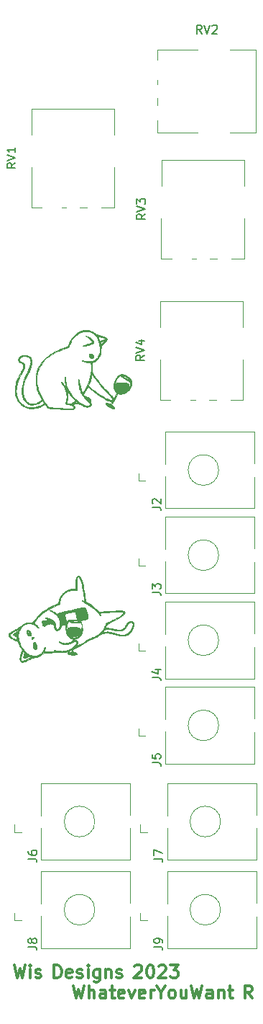
<source format=gbr>
%TF.GenerationSoftware,KiCad,Pcbnew,(7.0.0)*%
%TF.CreationDate,2023-03-30T09:00:50-07:00*%
%TF.ProjectId,wyw_r_frontpanel,7779775f-725f-4667-926f-6e7470616e65,rev?*%
%TF.SameCoordinates,Original*%
%TF.FileFunction,Legend,Top*%
%TF.FilePolarity,Positive*%
%FSLAX46Y46*%
G04 Gerber Fmt 4.6, Leading zero omitted, Abs format (unit mm)*
G04 Created by KiCad (PCBNEW (7.0.0)) date 2023-03-30 09:00:50*
%MOMM*%
%LPD*%
G01*
G04 APERTURE LIST*
%ADD10C,0.300000*%
%ADD11C,0.047896*%
%ADD12C,0.150000*%
%ADD13C,0.120000*%
%ADD14C,2.130000*%
%ADD15R,1.830000X1.930000*%
%ADD16O,2.720000X3.240000*%
%ADD17R,1.800000X1.800000*%
%ADD18C,1.800000*%
%ADD19O,3.240000X2.720000*%
G04 APERTURE END LIST*
D10*
X27814285Y-141273571D02*
X28171428Y-142773571D01*
X28171428Y-142773571D02*
X28457142Y-141702142D01*
X28457142Y-141702142D02*
X28742857Y-142773571D01*
X28742857Y-142773571D02*
X29100000Y-141273571D01*
X29671428Y-142773571D02*
X29671428Y-141273571D01*
X30314286Y-142773571D02*
X30314286Y-141987857D01*
X30314286Y-141987857D02*
X30242857Y-141845000D01*
X30242857Y-141845000D02*
X30100000Y-141773571D01*
X30100000Y-141773571D02*
X29885714Y-141773571D01*
X29885714Y-141773571D02*
X29742857Y-141845000D01*
X29742857Y-141845000D02*
X29671428Y-141916428D01*
X31671429Y-142773571D02*
X31671429Y-141987857D01*
X31671429Y-141987857D02*
X31600000Y-141845000D01*
X31600000Y-141845000D02*
X31457143Y-141773571D01*
X31457143Y-141773571D02*
X31171429Y-141773571D01*
X31171429Y-141773571D02*
X31028571Y-141845000D01*
X31671429Y-142702142D02*
X31528571Y-142773571D01*
X31528571Y-142773571D02*
X31171429Y-142773571D01*
X31171429Y-142773571D02*
X31028571Y-142702142D01*
X31028571Y-142702142D02*
X30957143Y-142559285D01*
X30957143Y-142559285D02*
X30957143Y-142416428D01*
X30957143Y-142416428D02*
X31028571Y-142273571D01*
X31028571Y-142273571D02*
X31171429Y-142202142D01*
X31171429Y-142202142D02*
X31528571Y-142202142D01*
X31528571Y-142202142D02*
X31671429Y-142130714D01*
X32171429Y-141773571D02*
X32742857Y-141773571D01*
X32385714Y-141273571D02*
X32385714Y-142559285D01*
X32385714Y-142559285D02*
X32457143Y-142702142D01*
X32457143Y-142702142D02*
X32600000Y-142773571D01*
X32600000Y-142773571D02*
X32742857Y-142773571D01*
X33814286Y-142702142D02*
X33671429Y-142773571D01*
X33671429Y-142773571D02*
X33385715Y-142773571D01*
X33385715Y-142773571D02*
X33242857Y-142702142D01*
X33242857Y-142702142D02*
X33171429Y-142559285D01*
X33171429Y-142559285D02*
X33171429Y-141987857D01*
X33171429Y-141987857D02*
X33242857Y-141845000D01*
X33242857Y-141845000D02*
X33385715Y-141773571D01*
X33385715Y-141773571D02*
X33671429Y-141773571D01*
X33671429Y-141773571D02*
X33814286Y-141845000D01*
X33814286Y-141845000D02*
X33885715Y-141987857D01*
X33885715Y-141987857D02*
X33885715Y-142130714D01*
X33885715Y-142130714D02*
X33171429Y-142273571D01*
X34385714Y-141773571D02*
X34742857Y-142773571D01*
X34742857Y-142773571D02*
X35100000Y-141773571D01*
X36242857Y-142702142D02*
X36100000Y-142773571D01*
X36100000Y-142773571D02*
X35814286Y-142773571D01*
X35814286Y-142773571D02*
X35671428Y-142702142D01*
X35671428Y-142702142D02*
X35600000Y-142559285D01*
X35600000Y-142559285D02*
X35600000Y-141987857D01*
X35600000Y-141987857D02*
X35671428Y-141845000D01*
X35671428Y-141845000D02*
X35814286Y-141773571D01*
X35814286Y-141773571D02*
X36100000Y-141773571D01*
X36100000Y-141773571D02*
X36242857Y-141845000D01*
X36242857Y-141845000D02*
X36314286Y-141987857D01*
X36314286Y-141987857D02*
X36314286Y-142130714D01*
X36314286Y-142130714D02*
X35600000Y-142273571D01*
X36957142Y-142773571D02*
X36957142Y-141773571D01*
X36957142Y-142059285D02*
X37028571Y-141916428D01*
X37028571Y-141916428D02*
X37100000Y-141845000D01*
X37100000Y-141845000D02*
X37242857Y-141773571D01*
X37242857Y-141773571D02*
X37385714Y-141773571D01*
X38171428Y-142059285D02*
X38171428Y-142773571D01*
X37671428Y-141273571D02*
X38171428Y-142059285D01*
X38171428Y-142059285D02*
X38671428Y-141273571D01*
X39385713Y-142773571D02*
X39242856Y-142702142D01*
X39242856Y-142702142D02*
X39171427Y-142630714D01*
X39171427Y-142630714D02*
X39099999Y-142487857D01*
X39099999Y-142487857D02*
X39099999Y-142059285D01*
X39099999Y-142059285D02*
X39171427Y-141916428D01*
X39171427Y-141916428D02*
X39242856Y-141845000D01*
X39242856Y-141845000D02*
X39385713Y-141773571D01*
X39385713Y-141773571D02*
X39599999Y-141773571D01*
X39599999Y-141773571D02*
X39742856Y-141845000D01*
X39742856Y-141845000D02*
X39814285Y-141916428D01*
X39814285Y-141916428D02*
X39885713Y-142059285D01*
X39885713Y-142059285D02*
X39885713Y-142487857D01*
X39885713Y-142487857D02*
X39814285Y-142630714D01*
X39814285Y-142630714D02*
X39742856Y-142702142D01*
X39742856Y-142702142D02*
X39599999Y-142773571D01*
X39599999Y-142773571D02*
X39385713Y-142773571D01*
X41171428Y-141773571D02*
X41171428Y-142773571D01*
X40528570Y-141773571D02*
X40528570Y-142559285D01*
X40528570Y-142559285D02*
X40599999Y-142702142D01*
X40599999Y-142702142D02*
X40742856Y-142773571D01*
X40742856Y-142773571D02*
X40957142Y-142773571D01*
X40957142Y-142773571D02*
X41099999Y-142702142D01*
X41099999Y-142702142D02*
X41171428Y-142630714D01*
X41742856Y-141273571D02*
X42099999Y-142773571D01*
X42099999Y-142773571D02*
X42385713Y-141702142D01*
X42385713Y-141702142D02*
X42671428Y-142773571D01*
X42671428Y-142773571D02*
X43028571Y-141273571D01*
X44242857Y-142773571D02*
X44242857Y-141987857D01*
X44242857Y-141987857D02*
X44171428Y-141845000D01*
X44171428Y-141845000D02*
X44028571Y-141773571D01*
X44028571Y-141773571D02*
X43742857Y-141773571D01*
X43742857Y-141773571D02*
X43599999Y-141845000D01*
X44242857Y-142702142D02*
X44099999Y-142773571D01*
X44099999Y-142773571D02*
X43742857Y-142773571D01*
X43742857Y-142773571D02*
X43599999Y-142702142D01*
X43599999Y-142702142D02*
X43528571Y-142559285D01*
X43528571Y-142559285D02*
X43528571Y-142416428D01*
X43528571Y-142416428D02*
X43599999Y-142273571D01*
X43599999Y-142273571D02*
X43742857Y-142202142D01*
X43742857Y-142202142D02*
X44099999Y-142202142D01*
X44099999Y-142202142D02*
X44242857Y-142130714D01*
X44957142Y-141773571D02*
X44957142Y-142773571D01*
X44957142Y-141916428D02*
X45028571Y-141845000D01*
X45028571Y-141845000D02*
X45171428Y-141773571D01*
X45171428Y-141773571D02*
X45385714Y-141773571D01*
X45385714Y-141773571D02*
X45528571Y-141845000D01*
X45528571Y-141845000D02*
X45600000Y-141987857D01*
X45600000Y-141987857D02*
X45600000Y-142773571D01*
X46100000Y-141773571D02*
X46671428Y-141773571D01*
X46314285Y-141273571D02*
X46314285Y-142559285D01*
X46314285Y-142559285D02*
X46385714Y-142702142D01*
X46385714Y-142702142D02*
X46528571Y-142773571D01*
X46528571Y-142773571D02*
X46671428Y-142773571D01*
X48928571Y-142773571D02*
X48428571Y-142059285D01*
X48071428Y-142773571D02*
X48071428Y-141273571D01*
X48071428Y-141273571D02*
X48642857Y-141273571D01*
X48642857Y-141273571D02*
X48785714Y-141345000D01*
X48785714Y-141345000D02*
X48857143Y-141416428D01*
X48857143Y-141416428D02*
X48928571Y-141559285D01*
X48928571Y-141559285D02*
X48928571Y-141773571D01*
X48928571Y-141773571D02*
X48857143Y-141916428D01*
X48857143Y-141916428D02*
X48785714Y-141987857D01*
X48785714Y-141987857D02*
X48642857Y-142059285D01*
X48642857Y-142059285D02*
X48071428Y-142059285D01*
D11*
G36*
X23411746Y-70087340D02*
G01*
X23539346Y-70087340D01*
X23547601Y-70315897D01*
X23571015Y-70547073D01*
X23609706Y-70780528D01*
X23663795Y-71015920D01*
X23733399Y-71252910D01*
X23818640Y-71491156D01*
X23919635Y-71730320D01*
X24036505Y-71970059D01*
X24169370Y-72210035D01*
X24318347Y-72449906D01*
X24483558Y-72689332D01*
X24544728Y-72774638D01*
X24601797Y-72856031D01*
X24653514Y-72931600D01*
X24698630Y-72999436D01*
X24735896Y-73057627D01*
X24764061Y-73104263D01*
X24781876Y-73137433D01*
X24786512Y-73148372D01*
X24788093Y-73155228D01*
X24788808Y-73168696D01*
X24791037Y-73181582D01*
X24794905Y-73193909D01*
X24800535Y-73205702D01*
X24804050Y-73211404D01*
X24808052Y-73216981D01*
X24817580Y-73227771D01*
X24829245Y-73238094D01*
X24843170Y-73247974D01*
X24859479Y-73257433D01*
X24878298Y-73266493D01*
X24899750Y-73275179D01*
X24923960Y-73283513D01*
X24951052Y-73291517D01*
X24981152Y-73299216D01*
X25014382Y-73306631D01*
X25050868Y-73313786D01*
X25090734Y-73320704D01*
X25134105Y-73327407D01*
X25181104Y-73333918D01*
X25231857Y-73340261D01*
X25286487Y-73346459D01*
X25345119Y-73352533D01*
X25474888Y-73364406D01*
X25622159Y-73376063D01*
X25787926Y-73387688D01*
X25973185Y-73399465D01*
X26178931Y-73411576D01*
X27130517Y-73464579D01*
X27420335Y-73477557D01*
X27614165Y-73481364D01*
X27733005Y-73475885D01*
X27770866Y-73469627D01*
X27797852Y-73461004D01*
X27816590Y-73450001D01*
X27829703Y-73436605D01*
X27849555Y-73402573D01*
X27849433Y-73402405D01*
X27857967Y-73384827D01*
X27864621Y-73367501D01*
X27869405Y-73350432D01*
X27872324Y-73333625D01*
X27873386Y-73317085D01*
X27872599Y-73300817D01*
X27869969Y-73284825D01*
X27865505Y-73269115D01*
X27859214Y-73253691D01*
X27851102Y-73238558D01*
X27841178Y-73223722D01*
X27829448Y-73209186D01*
X27815921Y-73194957D01*
X27800603Y-73181038D01*
X27783502Y-73167435D01*
X27764625Y-73154152D01*
X27743979Y-73141195D01*
X27721572Y-73128568D01*
X27697412Y-73116277D01*
X27671505Y-73104325D01*
X27643860Y-73092719D01*
X27614482Y-73081462D01*
X27583380Y-73070560D01*
X27550562Y-73060018D01*
X27516034Y-73049840D01*
X27479803Y-73040032D01*
X27441878Y-73030598D01*
X27402266Y-73021543D01*
X27360973Y-73012872D01*
X27318007Y-73004590D01*
X27227088Y-72989213D01*
X27175276Y-72980497D01*
X27128936Y-72971090D01*
X27087908Y-72960787D01*
X27052035Y-72949385D01*
X27035982Y-72943207D01*
X27021158Y-72936679D01*
X27007544Y-72929773D01*
X26995120Y-72922466D01*
X26983866Y-72914730D01*
X26973763Y-72906542D01*
X26964790Y-72897874D01*
X26956927Y-72888703D01*
X26950156Y-72879002D01*
X26944456Y-72868745D01*
X26939807Y-72857909D01*
X26936191Y-72846466D01*
X26933586Y-72834391D01*
X26931973Y-72821660D01*
X26931924Y-72820633D01*
X27048102Y-72820633D01*
X27175330Y-72848526D01*
X27228522Y-72860643D01*
X27279262Y-72872948D01*
X27321813Y-72884017D01*
X27338226Y-72888643D01*
X27350440Y-72892426D01*
X27370461Y-72898542D01*
X27390182Y-72903421D01*
X27409655Y-72907053D01*
X27428929Y-72909430D01*
X27448055Y-72910542D01*
X27467084Y-72910381D01*
X27486065Y-72908937D01*
X27505050Y-72906201D01*
X27524088Y-72902164D01*
X27543230Y-72896818D01*
X27562527Y-72890153D01*
X27582028Y-72882161D01*
X27601785Y-72872831D01*
X27621848Y-72862156D01*
X27642267Y-72850126D01*
X27663093Y-72836731D01*
X27663062Y-72836747D01*
X27721696Y-72796623D01*
X27793845Y-72745968D01*
X27806338Y-72737035D01*
X28076203Y-72737035D01*
X28076245Y-72739516D01*
X28076488Y-72741947D01*
X28076934Y-72744330D01*
X28077582Y-72746665D01*
X28078436Y-72748952D01*
X28079496Y-72751193D01*
X28080763Y-72753389D01*
X28082240Y-72755538D01*
X28085826Y-72759705D01*
X28090266Y-72763699D01*
X28095570Y-72767525D01*
X28101750Y-72771189D01*
X28108817Y-72774695D01*
X28116783Y-72778049D01*
X28125658Y-72781256D01*
X28135454Y-72784322D01*
X28146182Y-72787252D01*
X28157853Y-72790050D01*
X28170480Y-72792723D01*
X28184072Y-72795276D01*
X28198641Y-72797713D01*
X28214198Y-72800040D01*
X28230756Y-72802262D01*
X28248324Y-72804385D01*
X28266914Y-72806413D01*
X28307206Y-72810209D01*
X28351722Y-72813691D01*
X28367228Y-72814690D01*
X28380679Y-72815361D01*
X28392081Y-72815586D01*
X28401440Y-72815248D01*
X28405355Y-72814831D01*
X28408762Y-72814228D01*
X28411662Y-72813426D01*
X28414055Y-72812410D01*
X28415941Y-72811164D01*
X28417323Y-72809674D01*
X28418200Y-72807926D01*
X28418574Y-72805905D01*
X28418445Y-72803595D01*
X28417814Y-72800983D01*
X28416682Y-72798054D01*
X28415050Y-72794792D01*
X28412918Y-72791184D01*
X28410288Y-72787214D01*
X28403533Y-72778131D01*
X28394794Y-72767425D01*
X28384075Y-72754979D01*
X28356727Y-72724396D01*
X28356269Y-72724381D01*
X28337348Y-72704419D01*
X28318915Y-72686903D01*
X28309873Y-72679061D01*
X28300942Y-72671829D01*
X28292118Y-72665207D01*
X28283399Y-72659195D01*
X28274779Y-72653792D01*
X28266257Y-72648997D01*
X28257827Y-72644811D01*
X28249487Y-72641233D01*
X28241233Y-72638263D01*
X28233060Y-72635900D01*
X28224967Y-72634144D01*
X28216948Y-72632994D01*
X28209001Y-72632451D01*
X28201122Y-72632513D01*
X28193306Y-72633181D01*
X28185552Y-72634453D01*
X28177854Y-72636330D01*
X28170209Y-72638812D01*
X28162614Y-72641897D01*
X28155065Y-72645586D01*
X28147558Y-72649878D01*
X28140090Y-72654773D01*
X28132657Y-72660270D01*
X28125256Y-72666369D01*
X28117882Y-72673070D01*
X28110533Y-72680372D01*
X28103204Y-72688275D01*
X28095893Y-72696778D01*
X28090835Y-72703195D01*
X28086507Y-72709382D01*
X28082919Y-72715343D01*
X28080084Y-72721083D01*
X28078012Y-72726609D01*
X28076715Y-72731924D01*
X28076203Y-72737035D01*
X27806338Y-72737035D01*
X27870343Y-72691268D01*
X27942023Y-72639008D01*
X28102546Y-72520508D01*
X27697303Y-72107560D01*
X27614402Y-72022336D01*
X27534160Y-71938444D01*
X27458543Y-71858034D01*
X27389514Y-71783255D01*
X27329038Y-71716257D01*
X27279080Y-71659191D01*
X27241603Y-71614205D01*
X27218574Y-71583451D01*
X27206517Y-71565586D01*
X27201041Y-71557843D01*
X27195923Y-71550949D01*
X27191156Y-71544945D01*
X27186733Y-71539873D01*
X27182648Y-71535774D01*
X27178892Y-71532690D01*
X27175459Y-71530661D01*
X27173862Y-71530056D01*
X27172342Y-71529730D01*
X27170900Y-71529689D01*
X27169534Y-71529938D01*
X27168243Y-71530482D01*
X27167027Y-71531327D01*
X27165884Y-71532476D01*
X27164814Y-71533937D01*
X27162889Y-71537810D01*
X27161245Y-71542989D01*
X27159873Y-71549513D01*
X27158767Y-71557426D01*
X27157921Y-71566767D01*
X27157326Y-71577579D01*
X27156976Y-71589904D01*
X27156864Y-71603782D01*
X27156982Y-71619255D01*
X27157883Y-71655152D01*
X27159620Y-71697926D01*
X27162138Y-71747911D01*
X27165379Y-71805436D01*
X27169288Y-71870835D01*
X27173964Y-71970525D01*
X27175602Y-72064900D01*
X27174187Y-72154416D01*
X27169703Y-72239525D01*
X27162137Y-72320684D01*
X27151473Y-72398346D01*
X27137698Y-72472966D01*
X27120795Y-72544999D01*
X27048102Y-72820633D01*
X26931924Y-72820633D01*
X26931333Y-72808246D01*
X26931646Y-72794124D01*
X26932891Y-72779268D01*
X26935050Y-72763654D01*
X26938102Y-72747255D01*
X26942028Y-72730046D01*
X26952421Y-72693098D01*
X26966071Y-72652604D01*
X27000554Y-72541847D01*
X27026574Y-72425663D01*
X27044270Y-72304783D01*
X27053782Y-72179935D01*
X27055250Y-72051850D01*
X27048815Y-71921257D01*
X27034614Y-71788886D01*
X27012790Y-71655467D01*
X26983480Y-71521728D01*
X26946826Y-71388401D01*
X26902966Y-71256214D01*
X26852041Y-71125897D01*
X26794190Y-70998180D01*
X26729553Y-70873792D01*
X26658270Y-70753464D01*
X26580481Y-70637925D01*
X26530557Y-70566900D01*
X26487233Y-70502394D01*
X26451225Y-70445691D01*
X26423247Y-70398079D01*
X26412494Y-70378084D01*
X26404016Y-70360844D01*
X26397904Y-70346520D01*
X26394246Y-70335273D01*
X26393133Y-70327263D01*
X26393558Y-70324522D01*
X26394653Y-70322651D01*
X26396428Y-70321669D01*
X26398896Y-70321598D01*
X26405951Y-70324265D01*
X26426319Y-70336214D01*
X26447632Y-70350585D01*
X26469853Y-70367338D01*
X26492949Y-70386437D01*
X26516885Y-70407842D01*
X26541626Y-70431515D01*
X26567137Y-70457419D01*
X26593383Y-70485514D01*
X26620329Y-70515764D01*
X26647940Y-70548129D01*
X26676182Y-70582571D01*
X26705020Y-70619053D01*
X26734418Y-70657535D01*
X26764342Y-70697981D01*
X26794758Y-70740351D01*
X26825629Y-70784607D01*
X26851343Y-70821139D01*
X26873845Y-70851441D01*
X26883771Y-70864132D01*
X26892749Y-70875118D01*
X26900732Y-70884350D01*
X26907672Y-70891779D01*
X26913519Y-70897356D01*
X26918227Y-70901031D01*
X26920138Y-70902140D01*
X26921747Y-70902756D01*
X26923046Y-70902871D01*
X26924030Y-70902481D01*
X26924693Y-70901578D01*
X26925029Y-70900157D01*
X26925031Y-70898212D01*
X26924695Y-70895735D01*
X26922980Y-70889167D01*
X26919837Y-70880402D01*
X26915923Y-70867677D01*
X26911958Y-70849453D01*
X26907970Y-70826077D01*
X26903986Y-70797891D01*
X26896140Y-70728469D01*
X26888637Y-70643940D01*
X26881696Y-70547060D01*
X26875535Y-70440580D01*
X26870374Y-70327255D01*
X26866431Y-70209839D01*
X26863593Y-70082206D01*
X26862562Y-69973808D01*
X26863302Y-69885137D01*
X26865779Y-69816681D01*
X26869956Y-69768931D01*
X26872672Y-69752973D01*
X26875800Y-69742375D01*
X26879335Y-69737199D01*
X26881254Y-69736662D01*
X26883273Y-69737504D01*
X26887610Y-69743353D01*
X26892341Y-69754807D01*
X26896604Y-69768046D01*
X26900795Y-69782943D01*
X26904890Y-69799332D01*
X26908865Y-69817051D01*
X26916363Y-69855824D01*
X26923098Y-69897955D01*
X26928883Y-69942137D01*
X26933526Y-69987063D01*
X26936841Y-70031424D01*
X26938636Y-70073914D01*
X26943689Y-70178340D01*
X26953790Y-70283384D01*
X26968836Y-70388906D01*
X26988726Y-70494767D01*
X27042625Y-70706941D01*
X27114668Y-70918786D01*
X27204035Y-71129180D01*
X27309908Y-71337002D01*
X27431467Y-71541130D01*
X27567893Y-71740443D01*
X27718366Y-71933819D01*
X27882068Y-72120138D01*
X28058179Y-72298277D01*
X28245880Y-72467116D01*
X28444352Y-72625533D01*
X28652775Y-72772407D01*
X28870330Y-72906616D01*
X29096198Y-73027039D01*
X29146365Y-73050429D01*
X29195573Y-73070808D01*
X29243698Y-73088257D01*
X29290619Y-73102858D01*
X29336211Y-73114691D01*
X29380353Y-73123838D01*
X29422921Y-73130379D01*
X29463793Y-73134395D01*
X29502845Y-73135968D01*
X29539955Y-73135179D01*
X29575000Y-73132108D01*
X29607857Y-73126838D01*
X29638404Y-73119448D01*
X29666516Y-73110020D01*
X29692073Y-73098634D01*
X29714950Y-73085373D01*
X29735024Y-73070317D01*
X29752174Y-73053547D01*
X29766276Y-73035145D01*
X29777207Y-73015190D01*
X29784844Y-72993765D01*
X29789065Y-72970950D01*
X29789747Y-72946827D01*
X29786766Y-72921476D01*
X29780000Y-72894978D01*
X29769327Y-72867416D01*
X29754622Y-72838869D01*
X29735765Y-72809418D01*
X29712630Y-72779145D01*
X29685096Y-72748132D01*
X29653041Y-72716458D01*
X29616340Y-72684205D01*
X29476583Y-72563726D01*
X29347608Y-72443717D01*
X29229022Y-72323400D01*
X29120433Y-72201997D01*
X29086106Y-72159249D01*
X29246054Y-72159249D01*
X29246087Y-72161039D01*
X29246837Y-72165052D01*
X29248486Y-72169631D01*
X29251021Y-72174762D01*
X29254427Y-72180431D01*
X29258692Y-72186624D01*
X29263802Y-72193328D01*
X29269743Y-72200528D01*
X29276501Y-72208211D01*
X29284063Y-72216363D01*
X29292415Y-72224970D01*
X29311435Y-72243495D01*
X29333451Y-72263675D01*
X29358356Y-72285399D01*
X29386039Y-72308556D01*
X29416392Y-72333037D01*
X29449305Y-72358731D01*
X29484669Y-72385527D01*
X29522376Y-72413315D01*
X29564471Y-72442674D01*
X29603430Y-72467401D01*
X29638979Y-72487577D01*
X29670847Y-72503278D01*
X29698763Y-72514586D01*
X29711154Y-72518616D01*
X29722454Y-72521576D01*
X29732631Y-72523478D01*
X29741649Y-72524330D01*
X29749475Y-72524142D01*
X29756076Y-72522925D01*
X29761416Y-72520687D01*
X29765462Y-72517440D01*
X29768181Y-72513192D01*
X29769537Y-72507953D01*
X29769498Y-72501734D01*
X29768028Y-72494544D01*
X29765095Y-72486393D01*
X29760663Y-72477291D01*
X29754700Y-72467248D01*
X29747171Y-72456273D01*
X29738043Y-72444377D01*
X29727280Y-72431569D01*
X29700718Y-72403256D01*
X29667212Y-72371415D01*
X29667243Y-72371430D01*
X29646806Y-72353894D01*
X29623587Y-72335688D01*
X29598041Y-72317059D01*
X29570622Y-72298257D01*
X29541787Y-72279530D01*
X29511990Y-72261126D01*
X29481686Y-72243296D01*
X29451331Y-72226286D01*
X29421379Y-72210347D01*
X29392286Y-72195726D01*
X29364506Y-72182672D01*
X29338494Y-72171434D01*
X29314707Y-72162260D01*
X29293598Y-72155400D01*
X29275623Y-72151101D01*
X29261237Y-72149613D01*
X29256305Y-72149942D01*
X29252354Y-72150919D01*
X29250742Y-72151647D01*
X29249370Y-72152532D01*
X29248237Y-72153571D01*
X29247340Y-72154765D01*
X29246679Y-72156110D01*
X29246250Y-72157605D01*
X29246054Y-72159249D01*
X29086106Y-72159249D01*
X29021450Y-72078731D01*
X28931681Y-71952825D01*
X28850735Y-71823501D01*
X28778220Y-71689982D01*
X28713745Y-71551489D01*
X28656917Y-71407246D01*
X28607346Y-71256475D01*
X28564639Y-71098399D01*
X28528405Y-70932239D01*
X28498253Y-70757219D01*
X28473791Y-70572561D01*
X28454627Y-70377488D01*
X28447659Y-70284218D01*
X28443353Y-70205446D01*
X28441577Y-70141015D01*
X28442199Y-70090767D01*
X28445087Y-70054545D01*
X28447340Y-70041646D01*
X28450110Y-70032194D01*
X28453380Y-70026170D01*
X28457134Y-70023555D01*
X28461356Y-70024328D01*
X28466029Y-70028471D01*
X28471137Y-70035964D01*
X28476662Y-70046787D01*
X28488902Y-70078344D01*
X28502617Y-70122986D01*
X28517674Y-70180556D01*
X28533942Y-70250896D01*
X28551288Y-70333850D01*
X28569582Y-70429261D01*
X28588691Y-70536973D01*
X28621602Y-70712319D01*
X28660365Y-70890817D01*
X28702977Y-71065489D01*
X28747439Y-71229355D01*
X28791751Y-71375438D01*
X28833913Y-71496757D01*
X28853563Y-71545950D01*
X28871924Y-71586335D01*
X28888748Y-71617040D01*
X28903785Y-71637192D01*
X28909245Y-71640312D01*
X28916334Y-71640153D01*
X28924973Y-71636837D01*
X28935084Y-71630486D01*
X28946588Y-71621220D01*
X28959408Y-71609161D01*
X28988682Y-71577148D01*
X29022282Y-71535420D01*
X29059581Y-71484946D01*
X29099955Y-71426698D01*
X29142779Y-71361645D01*
X29187428Y-71290759D01*
X29233278Y-71215011D01*
X29279702Y-71135371D01*
X29326076Y-71052810D01*
X29371775Y-70968298D01*
X29416174Y-70882807D01*
X29458648Y-70797307D01*
X29477653Y-70757065D01*
X29630500Y-70757065D01*
X29999244Y-71097229D01*
X30168975Y-71247212D01*
X30350883Y-71396027D01*
X30541811Y-71541967D01*
X30738605Y-71683326D01*
X30938111Y-71818397D01*
X31137173Y-71945473D01*
X31332636Y-72062847D01*
X31521346Y-72168812D01*
X31700147Y-72261663D01*
X31865885Y-72339691D01*
X32015405Y-72401190D01*
X32145552Y-72444454D01*
X32253170Y-72467775D01*
X32297545Y-72471424D01*
X32335106Y-72469447D01*
X32365456Y-72461631D01*
X32388203Y-72447763D01*
X32402952Y-72427630D01*
X32409308Y-72401017D01*
X32409278Y-72401032D01*
X32410708Y-72367756D01*
X32410577Y-72351769D01*
X32409740Y-72336032D01*
X32408091Y-72320404D01*
X32405522Y-72304747D01*
X32401928Y-72288921D01*
X32397202Y-72272787D01*
X32391238Y-72256206D01*
X32383929Y-72239039D01*
X32375169Y-72221146D01*
X32364852Y-72202389D01*
X32352870Y-72182628D01*
X32339118Y-72161724D01*
X32323489Y-72139537D01*
X32305877Y-72115929D01*
X32286174Y-72090760D01*
X32264276Y-72063892D01*
X32240075Y-72035184D01*
X32213465Y-72004498D01*
X32152591Y-71936634D01*
X32080804Y-71859187D01*
X31997251Y-71771043D01*
X31901082Y-71671087D01*
X31667487Y-71431290D01*
X31410219Y-71164513D01*
X31177473Y-70914968D01*
X30967461Y-70680499D01*
X30778392Y-70458951D01*
X30608476Y-70248167D01*
X30455923Y-70045991D01*
X30318943Y-69850269D01*
X30195746Y-69658844D01*
X30152834Y-69590485D01*
X30134125Y-69561882D01*
X30117140Y-69536897D01*
X30101799Y-69515452D01*
X30088021Y-69497472D01*
X30075725Y-69482880D01*
X30064830Y-69471600D01*
X30055256Y-69463557D01*
X30050939Y-69460725D01*
X30046922Y-69458673D01*
X30043194Y-69457393D01*
X30039747Y-69456874D01*
X30036569Y-69457107D01*
X30033651Y-69458082D01*
X30030982Y-69459790D01*
X30028553Y-69462222D01*
X30026353Y-69465368D01*
X30024372Y-69469218D01*
X30021028Y-69478993D01*
X30018439Y-69491471D01*
X29997783Y-69599581D01*
X29967678Y-69731507D01*
X29930571Y-69878533D01*
X29888907Y-70031945D01*
X29845132Y-70183028D01*
X29801691Y-70323067D01*
X29761029Y-70443348D01*
X29725593Y-70535157D01*
X29630500Y-70757065D01*
X29477653Y-70757065D01*
X29498572Y-70712769D01*
X29556581Y-70579638D01*
X29611415Y-70440260D01*
X29662884Y-70295637D01*
X29710798Y-70146769D01*
X29754967Y-69994659D01*
X29795200Y-69840309D01*
X29831307Y-69684719D01*
X29863097Y-69528893D01*
X29890381Y-69373831D01*
X29912967Y-69220536D01*
X29930666Y-69070008D01*
X29943287Y-68923251D01*
X29950640Y-68781264D01*
X29952534Y-68645051D01*
X29948779Y-68515613D01*
X29939185Y-68393952D01*
X29906592Y-68089158D01*
X29610480Y-68068955D01*
X29557644Y-68063709D01*
X29499827Y-68055079D01*
X29438278Y-68043488D01*
X29374244Y-68029361D01*
X29308972Y-68013121D01*
X29243711Y-67995191D01*
X29118209Y-67955956D01*
X29060464Y-67935498D01*
X29007719Y-67915044D01*
X28961222Y-67895019D01*
X28922221Y-67875844D01*
X28891963Y-67857945D01*
X28871697Y-67841744D01*
X28865700Y-67834413D01*
X28862668Y-67827665D01*
X28862758Y-67821554D01*
X28866126Y-67816132D01*
X28867540Y-67815115D01*
X28869538Y-67814292D01*
X28872105Y-67813662D01*
X28875225Y-67813220D01*
X28883055Y-67812889D01*
X28892899Y-67813274D01*
X28904626Y-67814351D01*
X28918106Y-67816094D01*
X28933208Y-67818478D01*
X28949801Y-67821478D01*
X28967757Y-67825069D01*
X28986943Y-67829225D01*
X29007230Y-67833921D01*
X29028488Y-67839133D01*
X29050585Y-67844834D01*
X29073392Y-67851000D01*
X29096778Y-67857605D01*
X29120612Y-67864624D01*
X29219716Y-67890708D01*
X29322225Y-67910672D01*
X29427018Y-67924694D01*
X29532977Y-67932953D01*
X29638981Y-67935626D01*
X29743911Y-67932892D01*
X29846647Y-67924929D01*
X29946071Y-67911913D01*
X30041061Y-67894025D01*
X30130499Y-67871440D01*
X30213265Y-67844338D01*
X30288240Y-67812896D01*
X30354303Y-67777293D01*
X30410336Y-67737706D01*
X30434241Y-67716475D01*
X30455218Y-67694314D01*
X30473128Y-67671246D01*
X30487830Y-67647294D01*
X30493642Y-67636842D01*
X30499570Y-67626967D01*
X30505572Y-67617706D01*
X30511607Y-67609098D01*
X30517631Y-67601183D01*
X30523603Y-67593998D01*
X30529480Y-67587583D01*
X30535220Y-67581976D01*
X30540781Y-67577217D01*
X30546121Y-67573345D01*
X30551197Y-67570397D01*
X30553623Y-67569282D01*
X30555967Y-67568413D01*
X30558224Y-67567795D01*
X30560389Y-67567432D01*
X30562456Y-67567329D01*
X30564420Y-67567492D01*
X30566276Y-67567925D01*
X30568019Y-67568633D01*
X30569643Y-67569621D01*
X30571143Y-67570893D01*
X30575823Y-67574906D01*
X30580823Y-67577951D01*
X30586113Y-67580064D01*
X30591663Y-67581278D01*
X30597441Y-67581630D01*
X30603417Y-67581153D01*
X30609559Y-67579884D01*
X30615838Y-67577857D01*
X30622222Y-67575108D01*
X30628680Y-67571671D01*
X30635183Y-67567581D01*
X30641698Y-67562874D01*
X30648196Y-67557584D01*
X30654644Y-67551747D01*
X30661014Y-67545398D01*
X30667273Y-67538571D01*
X30673392Y-67531302D01*
X30679339Y-67523625D01*
X30685083Y-67515577D01*
X30690594Y-67507191D01*
X30695841Y-67498503D01*
X30700794Y-67489548D01*
X30705421Y-67480361D01*
X30709691Y-67470977D01*
X30713574Y-67461431D01*
X30717040Y-67451759D01*
X30720056Y-67441994D01*
X30722593Y-67432173D01*
X30724620Y-67422330D01*
X30726106Y-67412500D01*
X30727020Y-67402719D01*
X30727332Y-67393021D01*
X30727874Y-67382386D01*
X30729464Y-67370915D01*
X30732048Y-67358718D01*
X30735572Y-67345903D01*
X30739984Y-67332576D01*
X30745229Y-67318845D01*
X30751255Y-67304820D01*
X30758006Y-67290606D01*
X30765430Y-67276313D01*
X30773473Y-67262047D01*
X30782082Y-67247917D01*
X30791203Y-67234030D01*
X30800782Y-67220495D01*
X30810766Y-67207419D01*
X30821100Y-67194910D01*
X30831733Y-67183075D01*
X30852132Y-67158061D01*
X30870779Y-67128477D01*
X30887690Y-67094556D01*
X30902882Y-67056530D01*
X30916372Y-67014632D01*
X30928175Y-66969094D01*
X30946787Y-66868026D01*
X30958851Y-66755187D01*
X30964496Y-66632435D01*
X30963855Y-66501628D01*
X30957057Y-66364626D01*
X30944234Y-66223288D01*
X30925518Y-66079472D01*
X30901039Y-65935038D01*
X30870927Y-65791844D01*
X30861844Y-65756111D01*
X31024187Y-65756111D01*
X31024228Y-65767664D01*
X31027182Y-65792064D01*
X31033722Y-65818388D01*
X31043555Y-65846879D01*
X31047062Y-65854600D01*
X31051258Y-65861285D01*
X31056134Y-65866941D01*
X31061678Y-65871573D01*
X31067880Y-65875188D01*
X31074729Y-65877791D01*
X31082216Y-65879388D01*
X31090329Y-65879987D01*
X31099058Y-65879592D01*
X31108392Y-65878210D01*
X31118321Y-65875846D01*
X31128835Y-65872508D01*
X31139923Y-65868201D01*
X31151574Y-65862931D01*
X31163778Y-65856704D01*
X31176524Y-65849526D01*
X31189802Y-65841403D01*
X31203602Y-65832342D01*
X31217912Y-65822349D01*
X31232723Y-65811429D01*
X31248024Y-65799589D01*
X31263804Y-65786834D01*
X31280053Y-65773171D01*
X31296760Y-65758606D01*
X31331507Y-65726794D01*
X31367961Y-65691446D01*
X31406039Y-65652610D01*
X31445655Y-65610337D01*
X31445655Y-65610383D01*
X31565406Y-65479996D01*
X31445655Y-65515595D01*
X31375289Y-65536978D01*
X31312325Y-65557142D01*
X31256467Y-65576329D01*
X31207423Y-65594781D01*
X31164899Y-65612740D01*
X31128603Y-65630447D01*
X31098239Y-65648144D01*
X31073516Y-65666073D01*
X31063177Y-65675201D01*
X31054139Y-65684477D01*
X31046364Y-65693931D01*
X31039815Y-65703595D01*
X31034456Y-65713499D01*
X31030251Y-65723672D01*
X31027162Y-65734145D01*
X31025153Y-65744947D01*
X31024187Y-65756111D01*
X30861844Y-65756111D01*
X30835315Y-65651749D01*
X30794333Y-65516611D01*
X30748112Y-65388291D01*
X30696784Y-65268647D01*
X30630050Y-65139721D01*
X30556208Y-65021372D01*
X30530322Y-64986671D01*
X30741936Y-64986671D01*
X30742178Y-64989811D01*
X30743546Y-64997918D01*
X30746048Y-65008340D01*
X30749634Y-65020932D01*
X30754252Y-65035548D01*
X30759852Y-65052042D01*
X30766383Y-65070269D01*
X30782035Y-65111340D01*
X30800800Y-65157595D01*
X30822272Y-65207871D01*
X30846045Y-65261002D01*
X30966285Y-65523636D01*
X31323584Y-65423935D01*
X31425291Y-65394879D01*
X31504661Y-65370310D01*
X31536548Y-65359381D01*
X31563546Y-65349180D01*
X31585885Y-65339577D01*
X31603797Y-65330441D01*
X31617513Y-65321641D01*
X31627265Y-65313045D01*
X31630727Y-65308783D01*
X31633285Y-65304523D01*
X31634967Y-65300249D01*
X31635802Y-65295945D01*
X31635820Y-65291593D01*
X31635050Y-65287178D01*
X31631258Y-65278092D01*
X31624660Y-65268556D01*
X31615508Y-65258464D01*
X31595490Y-65244323D01*
X31560945Y-65226599D01*
X31514005Y-65205971D01*
X31456795Y-65183115D01*
X31320072Y-65133425D01*
X31167781Y-65082936D01*
X31016927Y-65037054D01*
X30884517Y-65001187D01*
X30830542Y-64988699D01*
X30787556Y-64980742D01*
X30757683Y-64977992D01*
X30748328Y-64978781D01*
X30743049Y-64981125D01*
X30742364Y-64982310D01*
X30741995Y-64984165D01*
X30741936Y-64986671D01*
X30530322Y-64986671D01*
X30475739Y-64913503D01*
X30389127Y-64816019D01*
X30296851Y-64728825D01*
X30199395Y-64651826D01*
X30097239Y-64584925D01*
X29990866Y-64528029D01*
X29880756Y-64481042D01*
X29767393Y-64443867D01*
X29651257Y-64416411D01*
X29532831Y-64398578D01*
X29412595Y-64390271D01*
X29291032Y-64391397D01*
X29168624Y-64401860D01*
X29045852Y-64421565D01*
X28923197Y-64450415D01*
X28801142Y-64488316D01*
X28680169Y-64535174D01*
X28560758Y-64590891D01*
X28443392Y-64655373D01*
X28328552Y-64728525D01*
X28216721Y-64810251D01*
X28108379Y-64900457D01*
X28004009Y-64999046D01*
X27904092Y-65105923D01*
X27809111Y-65220994D01*
X27719545Y-65344163D01*
X27635879Y-65475334D01*
X27558592Y-65614412D01*
X27488167Y-65761302D01*
X27425086Y-65915909D01*
X27400273Y-65981258D01*
X27376991Y-66039234D01*
X27354247Y-66090583D01*
X27342768Y-66114006D01*
X27331050Y-66136053D01*
X27318972Y-66156818D01*
X27306407Y-66176393D01*
X27293233Y-66194873D01*
X27279326Y-66212351D01*
X27264560Y-66228919D01*
X27248813Y-66244673D01*
X27231960Y-66259704D01*
X27213878Y-66274107D01*
X27194441Y-66287976D01*
X27173526Y-66301403D01*
X27151010Y-66314482D01*
X27126767Y-66327306D01*
X27100675Y-66339970D01*
X27072608Y-66352566D01*
X27010056Y-66377929D01*
X26938119Y-66404145D01*
X26855804Y-66431959D01*
X26762120Y-66462121D01*
X26656073Y-66495377D01*
X26373587Y-66590312D01*
X26103752Y-66695013D01*
X25846687Y-66809141D01*
X25602512Y-66932356D01*
X25371346Y-67064316D01*
X25153308Y-67204681D01*
X24948518Y-67353112D01*
X24757096Y-67509267D01*
X24579160Y-67672806D01*
X24414830Y-67843389D01*
X24264225Y-68020676D01*
X24127465Y-68204325D01*
X24004670Y-68393997D01*
X23895958Y-68589352D01*
X23801449Y-68790048D01*
X23721263Y-68995745D01*
X23655518Y-69206104D01*
X23604335Y-69420783D01*
X23567832Y-69639442D01*
X23546129Y-69861741D01*
X23539346Y-70087340D01*
X23411746Y-70087340D01*
X23411664Y-70083783D01*
X23419401Y-69875164D01*
X23439650Y-69669240D01*
X23472296Y-69466257D01*
X23517225Y-69266461D01*
X23574322Y-69070097D01*
X23643473Y-68877411D01*
X23724563Y-68688649D01*
X23817477Y-68504056D01*
X23922100Y-68323879D01*
X24038320Y-68148364D01*
X24166020Y-67977755D01*
X24305086Y-67812299D01*
X24455404Y-67652242D01*
X24616859Y-67497829D01*
X24789336Y-67349306D01*
X24972722Y-67206919D01*
X25166901Y-67070914D01*
X25371759Y-66941537D01*
X25587181Y-66819033D01*
X25813053Y-66703648D01*
X26049260Y-66595627D01*
X26295688Y-66495218D01*
X26552222Y-66402665D01*
X27190864Y-66186463D01*
X27322028Y-65848221D01*
X27378171Y-65712718D01*
X27439311Y-65582561D01*
X27505208Y-65457847D01*
X27575621Y-65338670D01*
X27650310Y-65225125D01*
X27729033Y-65117306D01*
X27811552Y-65015308D01*
X27897624Y-64919227D01*
X27987010Y-64829156D01*
X28079468Y-64745190D01*
X28174759Y-64667425D01*
X28272642Y-64595954D01*
X28372875Y-64530873D01*
X28475220Y-64472277D01*
X28579435Y-64420260D01*
X28685279Y-64374917D01*
X28792512Y-64336342D01*
X28900894Y-64304631D01*
X29010183Y-64279877D01*
X29120140Y-64262177D01*
X29230524Y-64251624D01*
X29341094Y-64248314D01*
X29451610Y-64252341D01*
X29561831Y-64263800D01*
X29671517Y-64282785D01*
X29780427Y-64309391D01*
X29888320Y-64343714D01*
X29994956Y-64385848D01*
X30100095Y-64435887D01*
X30203496Y-64493926D01*
X30304918Y-64560060D01*
X30404120Y-64634385D01*
X30427654Y-64652248D01*
X30453560Y-64670063D01*
X30481826Y-64687822D01*
X30512441Y-64705523D01*
X30545394Y-64723161D01*
X30580674Y-64740730D01*
X30618270Y-64758227D01*
X30658172Y-64775647D01*
X30700367Y-64792984D01*
X30744844Y-64810235D01*
X30791594Y-64827395D01*
X30840604Y-64844460D01*
X30891863Y-64861423D01*
X30945361Y-64878282D01*
X31001086Y-64895032D01*
X31059028Y-64911667D01*
X31212739Y-64956074D01*
X31347728Y-64998162D01*
X31464357Y-65038665D01*
X31562987Y-65078320D01*
X31605665Y-65098059D01*
X31643980Y-65117861D01*
X31677976Y-65137818D01*
X31707698Y-65158022D01*
X31733192Y-65178564D01*
X31754502Y-65199538D01*
X31771675Y-65221033D01*
X31784755Y-65243144D01*
X31793787Y-65265960D01*
X31798817Y-65289574D01*
X31799890Y-65314078D01*
X31797051Y-65339564D01*
X31790345Y-65366124D01*
X31779818Y-65393849D01*
X31765514Y-65422831D01*
X31747480Y-65453162D01*
X31725759Y-65484935D01*
X31700398Y-65518240D01*
X31638935Y-65589816D01*
X31563452Y-65668625D01*
X31474311Y-65755402D01*
X31121192Y-66090683D01*
X31100593Y-66593598D01*
X31091697Y-66724836D01*
X31076086Y-66851606D01*
X31053946Y-66973603D01*
X31025461Y-67090520D01*
X30990818Y-67202051D01*
X30950201Y-67307890D01*
X30903797Y-67407732D01*
X30851790Y-67501269D01*
X30794367Y-67588196D01*
X30731713Y-67668207D01*
X30664013Y-67740995D01*
X30591453Y-67806255D01*
X30514219Y-67863680D01*
X30432496Y-67912964D01*
X30346469Y-67953802D01*
X30256324Y-67985886D01*
X30063605Y-68043580D01*
X30068610Y-68623764D01*
X30073615Y-69203949D01*
X30252906Y-69501328D01*
X30328717Y-69623540D01*
X30410235Y-69748191D01*
X30497336Y-69875135D01*
X30589897Y-70004224D01*
X30687794Y-70135313D01*
X30790904Y-70268254D01*
X30899103Y-70402903D01*
X31012267Y-70539111D01*
X31252996Y-70815621D01*
X31512102Y-71096614D01*
X31788596Y-71380917D01*
X32081489Y-71667359D01*
X32175876Y-71759324D01*
X32260832Y-71845905D01*
X32335744Y-71926373D01*
X32400000Y-72000000D01*
X32427942Y-72034021D01*
X32452991Y-72066057D01*
X32475070Y-72096019D01*
X32494102Y-72123815D01*
X32510013Y-72149354D01*
X32522724Y-72172545D01*
X32532161Y-72193296D01*
X32538245Y-72211518D01*
X32544817Y-72236590D01*
X32550893Y-72257995D01*
X32553853Y-72267230D01*
X32556818Y-72275436D01*
X32559831Y-72282578D01*
X32562936Y-72288619D01*
X32566176Y-72293520D01*
X32569593Y-72297246D01*
X32571382Y-72298657D01*
X32573232Y-72299759D01*
X32575148Y-72300550D01*
X32577134Y-72301023D01*
X32579198Y-72301175D01*
X32581344Y-72301000D01*
X32583578Y-72300495D01*
X32585904Y-72299654D01*
X32590858Y-72296947D01*
X32596248Y-72292843D01*
X32602117Y-72287305D01*
X32608510Y-72280295D01*
X32615468Y-72271777D01*
X32623035Y-72261714D01*
X32631255Y-72250068D01*
X32640170Y-72236804D01*
X32660258Y-72205269D01*
X32683644Y-72166815D01*
X32710674Y-72121144D01*
X32777045Y-72006974D01*
X32978614Y-71658799D01*
X32840247Y-71501206D01*
X32803222Y-71456236D01*
X32769287Y-71409272D01*
X32738426Y-71360430D01*
X32710621Y-71309826D01*
X32685857Y-71257574D01*
X32664116Y-71203791D01*
X32645383Y-71148590D01*
X32629640Y-71092088D01*
X32616872Y-71034400D01*
X32607061Y-70975642D01*
X32600192Y-70915927D01*
X32596247Y-70855373D01*
X32595211Y-70794093D01*
X32595987Y-70768183D01*
X32747187Y-70768183D01*
X32751623Y-70856599D01*
X32762470Y-70942623D01*
X32779537Y-71025808D01*
X32802632Y-71105709D01*
X32831565Y-71181880D01*
X32866143Y-71253872D01*
X32906176Y-71321242D01*
X32951473Y-71383541D01*
X33001841Y-71440325D01*
X33057089Y-71491146D01*
X33117027Y-71535558D01*
X33181463Y-71573115D01*
X33250206Y-71603370D01*
X33323064Y-71625878D01*
X33399846Y-71640192D01*
X33480360Y-71645866D01*
X33564416Y-71642453D01*
X33651822Y-71629507D01*
X33742387Y-71606581D01*
X33835919Y-71573230D01*
X33932227Y-71529007D01*
X33932197Y-71529007D01*
X33985119Y-71499822D01*
X34036154Y-71467368D01*
X34085229Y-71431888D01*
X34132273Y-71393627D01*
X34177212Y-71352831D01*
X34219974Y-71309743D01*
X34260486Y-71264608D01*
X34298677Y-71217670D01*
X34334473Y-71169174D01*
X34367802Y-71119366D01*
X34398592Y-71068488D01*
X34426770Y-71016786D01*
X34452263Y-70964504D01*
X34475000Y-70911887D01*
X34494907Y-70859180D01*
X34511912Y-70806626D01*
X34525943Y-70754470D01*
X34536928Y-70702958D01*
X34544793Y-70652333D01*
X34549466Y-70602840D01*
X34550875Y-70554724D01*
X34548948Y-70508228D01*
X34543611Y-70463599D01*
X34534792Y-70421079D01*
X34522420Y-70380914D01*
X34506420Y-70343349D01*
X34486722Y-70308627D01*
X34463252Y-70276994D01*
X34435938Y-70248693D01*
X34404708Y-70223970D01*
X34369488Y-70203069D01*
X34330207Y-70186234D01*
X34274416Y-70165676D01*
X34219849Y-70144156D01*
X34166442Y-70121636D01*
X34114129Y-70098077D01*
X34062845Y-70073439D01*
X34012526Y-70047686D01*
X33963106Y-70020777D01*
X33914519Y-69992674D01*
X33866702Y-69963339D01*
X33819588Y-69932733D01*
X33773113Y-69900816D01*
X33727212Y-69867551D01*
X33681819Y-69832899D01*
X33636870Y-69796820D01*
X33592299Y-69759277D01*
X33548041Y-69720231D01*
X33375281Y-69564362D01*
X33176246Y-69765381D01*
X33097532Y-69850653D01*
X33027334Y-69938441D01*
X32965460Y-70028301D01*
X32911719Y-70119786D01*
X32865920Y-70212449D01*
X32827871Y-70305844D01*
X32797381Y-70399525D01*
X32774259Y-70493046D01*
X32758314Y-70585960D01*
X32749354Y-70677821D01*
X32747187Y-70768183D01*
X32595987Y-70768183D01*
X32597066Y-70732204D01*
X32601796Y-70669821D01*
X32609385Y-70607058D01*
X32619817Y-70544032D01*
X32633074Y-70480857D01*
X32649140Y-70417650D01*
X32667998Y-70354524D01*
X32689633Y-70291596D01*
X32714027Y-70228981D01*
X32741165Y-70166794D01*
X32771029Y-70105150D01*
X32803603Y-70044166D01*
X32838871Y-69983955D01*
X32876815Y-69924633D01*
X32917420Y-69866316D01*
X32960670Y-69809119D01*
X33006546Y-69753158D01*
X33055034Y-69698547D01*
X33106116Y-69645401D01*
X33136554Y-69616193D01*
X33167280Y-69589184D01*
X33198332Y-69564381D01*
X33209032Y-69556687D01*
X33577094Y-69556687D01*
X33673194Y-69654694D01*
X33710928Y-69689226D01*
X33758544Y-69726518D01*
X33814342Y-69765729D01*
X33876624Y-69806021D01*
X33943689Y-69846555D01*
X34013839Y-69886491D01*
X34085373Y-69924991D01*
X34156592Y-69961215D01*
X34225798Y-69994324D01*
X34291289Y-70023479D01*
X34351368Y-70047842D01*
X34404334Y-70066572D01*
X34448488Y-70078831D01*
X34482131Y-70083780D01*
X34494479Y-70083251D01*
X34503563Y-70080579D01*
X34509169Y-70075661D01*
X34511084Y-70068390D01*
X34509737Y-70062847D01*
X34505781Y-70056021D01*
X34499346Y-70047990D01*
X34490565Y-70038836D01*
X34466480Y-70017471D01*
X34434570Y-69992561D01*
X34395878Y-69964741D01*
X34351447Y-69934646D01*
X34302322Y-69902911D01*
X34249545Y-69870171D01*
X34194160Y-69837061D01*
X34137210Y-69804217D01*
X34079739Y-69772273D01*
X34022789Y-69741865D01*
X33967406Y-69713627D01*
X33914631Y-69688194D01*
X33865509Y-69666202D01*
X33821082Y-69648285D01*
X33577094Y-69556687D01*
X33209032Y-69556687D01*
X33229749Y-69541789D01*
X33261569Y-69521413D01*
X33293831Y-69503258D01*
X33326573Y-69487331D01*
X33359834Y-69473636D01*
X33393652Y-69462179D01*
X33428065Y-69452964D01*
X33463112Y-69445999D01*
X33498832Y-69441287D01*
X33535262Y-69438834D01*
X33572442Y-69438646D01*
X33610410Y-69440728D01*
X33649203Y-69445086D01*
X33688862Y-69451724D01*
X33729423Y-69460649D01*
X33770926Y-69471865D01*
X33813409Y-69485378D01*
X33856911Y-69501194D01*
X33901469Y-69519317D01*
X33947123Y-69539753D01*
X33993910Y-69562508D01*
X34041870Y-69587587D01*
X34091041Y-69614995D01*
X34193168Y-69676821D01*
X34300599Y-69748028D01*
X34413642Y-69828660D01*
X34482551Y-69885255D01*
X34542444Y-69946528D01*
X34593563Y-70012034D01*
X34636155Y-70081327D01*
X34670463Y-70153961D01*
X34696732Y-70229490D01*
X34715207Y-70307469D01*
X34726133Y-70387452D01*
X34729753Y-70468994D01*
X34726313Y-70551648D01*
X34716057Y-70634969D01*
X34699230Y-70718512D01*
X34676076Y-70801830D01*
X34646840Y-70884479D01*
X34611767Y-70966011D01*
X34571101Y-71045983D01*
X34525087Y-71123947D01*
X34473969Y-71199459D01*
X34417992Y-71272072D01*
X34357400Y-71341342D01*
X34292439Y-71406821D01*
X34223353Y-71468066D01*
X34150386Y-71524629D01*
X34073782Y-71576065D01*
X33993788Y-71621929D01*
X33910646Y-71661775D01*
X33824603Y-71695157D01*
X33735901Y-71721630D01*
X33644787Y-71740747D01*
X33551504Y-71752064D01*
X33456298Y-71755134D01*
X33359412Y-71749512D01*
X33093146Y-71721909D01*
X32948798Y-71971680D01*
X32572974Y-72618348D01*
X32341498Y-73015229D01*
X32521064Y-73179718D01*
X32549984Y-73207014D01*
X32575922Y-73233143D01*
X32598924Y-73258080D01*
X32619035Y-73281802D01*
X32636301Y-73304284D01*
X32650768Y-73325502D01*
X32662481Y-73345431D01*
X32671488Y-73364047D01*
X32677833Y-73381326D01*
X32681562Y-73397242D01*
X32682721Y-73411773D01*
X32681356Y-73424892D01*
X32677513Y-73436577D01*
X32671237Y-73446802D01*
X32662575Y-73455543D01*
X32651572Y-73462777D01*
X32638274Y-73468477D01*
X32622728Y-73472621D01*
X32604978Y-73475183D01*
X32585070Y-73476139D01*
X32563051Y-73475465D01*
X32538966Y-73473137D01*
X32512862Y-73469130D01*
X32484783Y-73463419D01*
X32454776Y-73455980D01*
X32422887Y-73446790D01*
X32389161Y-73435823D01*
X32353644Y-73423055D01*
X32316383Y-73408461D01*
X32277422Y-73392018D01*
X32236808Y-73373701D01*
X32194587Y-73353486D01*
X32141094Y-73326149D01*
X32090310Y-73298222D01*
X32042278Y-73269846D01*
X31997044Y-73241163D01*
X31954652Y-73212316D01*
X31915147Y-73183446D01*
X31878575Y-73154695D01*
X31844980Y-73126206D01*
X31814406Y-73098121D01*
X31786899Y-73070582D01*
X31762504Y-73043730D01*
X31741265Y-73017708D01*
X31731920Y-73004730D01*
X31897152Y-73004730D01*
X31899268Y-73009507D01*
X31904181Y-73016042D01*
X31911465Y-73023722D01*
X31932535Y-73042159D01*
X31961257Y-73064106D01*
X31996410Y-73088852D01*
X32036774Y-73115684D01*
X32081127Y-73143892D01*
X32176917Y-73201588D01*
X32274011Y-73256247D01*
X32319995Y-73280659D01*
X32362642Y-73302176D01*
X32400731Y-73320089D01*
X32433041Y-73333684D01*
X32458351Y-73342251D01*
X32467999Y-73344427D01*
X32475440Y-73345078D01*
X32477767Y-73344946D01*
X32479818Y-73344620D01*
X32481596Y-73344107D01*
X32482384Y-73343782D01*
X32483104Y-73343411D01*
X32483758Y-73342996D01*
X32484345Y-73342537D01*
X32484866Y-73342035D01*
X32485321Y-73341490D01*
X32485711Y-73340903D01*
X32486036Y-73340275D01*
X32486297Y-73339606D01*
X32486493Y-73338897D01*
X32486694Y-73337361D01*
X32486643Y-73335672D01*
X32486341Y-73333835D01*
X32485793Y-73331855D01*
X32485001Y-73329737D01*
X32483969Y-73327486D01*
X32482698Y-73325106D01*
X32481193Y-73322604D01*
X32479455Y-73319983D01*
X32477488Y-73317249D01*
X32475295Y-73314407D01*
X32472878Y-73311462D01*
X32470241Y-73308419D01*
X32467387Y-73305282D01*
X32464318Y-73302057D01*
X32461038Y-73298749D01*
X32457548Y-73295362D01*
X32453854Y-73291902D01*
X32449956Y-73288374D01*
X32445858Y-73284783D01*
X32441564Y-73281133D01*
X32437075Y-73277429D01*
X32432395Y-73273678D01*
X32427527Y-73269883D01*
X32427527Y-73269852D01*
X32397088Y-73247626D01*
X32361333Y-73223742D01*
X32321328Y-73198728D01*
X32278138Y-73173106D01*
X32186464Y-73122145D01*
X32094836Y-73075060D01*
X32011779Y-73036053D01*
X31976128Y-73020891D01*
X31945815Y-73009324D01*
X31921908Y-73001877D01*
X31905471Y-72999075D01*
X31900386Y-72999580D01*
X31897569Y-73001443D01*
X31897152Y-73004730D01*
X31731920Y-73004730D01*
X31723227Y-72992658D01*
X31708435Y-72968722D01*
X31696934Y-72946041D01*
X31688769Y-72924759D01*
X31683985Y-72905017D01*
X31682625Y-72886958D01*
X31684737Y-72870722D01*
X31690363Y-72856453D01*
X31699549Y-72844292D01*
X31712340Y-72834382D01*
X31728780Y-72826864D01*
X31748915Y-72821880D01*
X31772789Y-72819574D01*
X31800448Y-72820086D01*
X31831935Y-72823558D01*
X31867297Y-72830134D01*
X31906577Y-72839954D01*
X31949820Y-72853161D01*
X31997072Y-72869898D01*
X32048377Y-72890305D01*
X32103622Y-72912955D01*
X32126391Y-72921516D01*
X32146423Y-72928076D01*
X32155529Y-72930569D01*
X32164091Y-72932518D01*
X32172155Y-72933906D01*
X32179768Y-72934721D01*
X32186976Y-72934947D01*
X32193827Y-72934568D01*
X32200366Y-72933571D01*
X32206641Y-72931941D01*
X32212698Y-72929662D01*
X32218584Y-72926720D01*
X32224346Y-72923099D01*
X32230030Y-72918787D01*
X32235683Y-72913766D01*
X32241351Y-72908023D01*
X32247081Y-72901543D01*
X32252920Y-72894311D01*
X32265111Y-72877532D01*
X32278298Y-72857566D01*
X32309150Y-72807602D01*
X32402045Y-72654816D01*
X32151709Y-72604523D01*
X32099962Y-72593553D01*
X32048850Y-72581668D01*
X31999695Y-72569245D01*
X31953818Y-72556664D01*
X31912542Y-72544303D01*
X31877189Y-72532541D01*
X31849079Y-72521757D01*
X31838154Y-72516850D01*
X31829535Y-72512330D01*
X31513482Y-72323249D01*
X31196348Y-72124374D01*
X30887092Y-71921961D01*
X30594672Y-71722266D01*
X30328047Y-71531545D01*
X30096176Y-71356055D01*
X29908017Y-71202052D01*
X29833129Y-71135062D01*
X29772529Y-71075791D01*
X29738583Y-71040852D01*
X29708076Y-71010270D01*
X29680765Y-70983976D01*
X29656407Y-70961903D01*
X29634758Y-70943984D01*
X29624874Y-70936560D01*
X29615577Y-70930150D01*
X29606836Y-70924745D01*
X29598620Y-70920335D01*
X29590899Y-70916913D01*
X29583644Y-70914471D01*
X29576823Y-70913000D01*
X29570406Y-70912491D01*
X29564364Y-70912936D01*
X29558664Y-70914326D01*
X29553278Y-70916654D01*
X29548175Y-70919910D01*
X29543324Y-70924087D01*
X29538696Y-70929175D01*
X29534259Y-70935167D01*
X29529983Y-70942053D01*
X29525839Y-70949826D01*
X29521795Y-70958478D01*
X29513888Y-70978380D01*
X29506019Y-71001694D01*
X29501646Y-71013435D01*
X29494993Y-71028440D01*
X29486197Y-71046480D01*
X29475394Y-71067322D01*
X29448317Y-71116493D01*
X29414855Y-71174103D01*
X29376103Y-71238306D01*
X29333156Y-71307251D01*
X29287107Y-71379093D01*
X29239051Y-71451981D01*
X29194382Y-71519891D01*
X29155386Y-71581747D01*
X29122034Y-71637866D01*
X29094296Y-71688566D01*
X29072142Y-71734162D01*
X29055543Y-71774973D01*
X29049316Y-71793682D01*
X29044467Y-71811314D01*
X29040992Y-71827907D01*
X29038886Y-71843503D01*
X29038147Y-71858139D01*
X29038769Y-71871856D01*
X29040751Y-71884693D01*
X29044088Y-71896690D01*
X29048775Y-71907887D01*
X29054811Y-71918323D01*
X29062190Y-71928037D01*
X29070908Y-71937070D01*
X29080964Y-71945461D01*
X29092352Y-71953250D01*
X29105068Y-71960476D01*
X29119110Y-71967178D01*
X29151153Y-71979172D01*
X29188453Y-71989548D01*
X29265710Y-72010397D01*
X29340183Y-72034695D01*
X29411548Y-72062173D01*
X29479481Y-72092564D01*
X29543658Y-72125598D01*
X29603754Y-72161007D01*
X29659446Y-72198522D01*
X29710410Y-72237875D01*
X29756321Y-72278798D01*
X29796856Y-72321020D01*
X29831689Y-72364275D01*
X29860498Y-72408293D01*
X29872542Y-72430504D01*
X29882958Y-72452805D01*
X29891706Y-72475163D01*
X29898745Y-72497544D01*
X29904035Y-72519914D01*
X29907535Y-72542240D01*
X29909204Y-72564488D01*
X29909003Y-72586625D01*
X29907947Y-72621792D01*
X29908436Y-72659744D01*
X29910330Y-72699283D01*
X29913485Y-72739213D01*
X29917761Y-72778335D01*
X29923015Y-72815454D01*
X29929105Y-72849371D01*
X29935889Y-72878891D01*
X29944505Y-72919110D01*
X29948177Y-72957373D01*
X29947120Y-72993650D01*
X29941546Y-73027910D01*
X29931669Y-73060121D01*
X29917701Y-73090252D01*
X29899857Y-73118273D01*
X29878348Y-73144152D01*
X29853389Y-73167858D01*
X29825192Y-73189361D01*
X29793971Y-73208628D01*
X29759938Y-73225629D01*
X29723308Y-73240334D01*
X29684292Y-73252710D01*
X29643105Y-73262727D01*
X29599959Y-73270354D01*
X29555068Y-73275559D01*
X29508645Y-73278312D01*
X29460902Y-73278581D01*
X29412054Y-73276336D01*
X29362313Y-73271545D01*
X29311892Y-73264178D01*
X29261005Y-73254203D01*
X29209865Y-73241588D01*
X29158684Y-73226304D01*
X29107677Y-73208319D01*
X29057056Y-73187602D01*
X29007034Y-73164121D01*
X28957826Y-73137847D01*
X28909642Y-73108747D01*
X28862698Y-73076791D01*
X28817206Y-73041947D01*
X28793146Y-73024595D01*
X28765519Y-73008544D01*
X28734647Y-72993785D01*
X28700852Y-72980305D01*
X28625780Y-72957137D01*
X28542878Y-72938947D01*
X28454719Y-72925645D01*
X28363877Y-72917137D01*
X28272927Y-72913333D01*
X28184443Y-72914139D01*
X28101000Y-72919465D01*
X28025170Y-72929217D01*
X27959529Y-72943305D01*
X27906650Y-72961635D01*
X27885801Y-72972363D01*
X27869108Y-72984117D01*
X27856893Y-72996885D01*
X27849477Y-73010657D01*
X27847182Y-73025421D01*
X27850331Y-73041164D01*
X27859244Y-73057877D01*
X27874244Y-73075547D01*
X27886975Y-73088757D01*
X27899006Y-73102208D01*
X27910334Y-73115879D01*
X27920957Y-73129749D01*
X27930873Y-73143795D01*
X27940079Y-73157997D01*
X27948572Y-73172333D01*
X27956351Y-73186781D01*
X27963413Y-73201319D01*
X27969755Y-73215927D01*
X27975376Y-73230583D01*
X27980272Y-73245265D01*
X27984442Y-73259951D01*
X27987883Y-73274621D01*
X27990592Y-73289252D01*
X27992568Y-73303824D01*
X27993807Y-73318314D01*
X27994308Y-73332701D01*
X27994068Y-73346964D01*
X27993085Y-73361081D01*
X27991355Y-73375030D01*
X27988878Y-73388790D01*
X27985650Y-73402340D01*
X27981669Y-73415657D01*
X27976933Y-73428721D01*
X27971439Y-73441510D01*
X27965186Y-73454003D01*
X27958169Y-73466177D01*
X27950388Y-73478011D01*
X27941839Y-73489485D01*
X27932521Y-73500575D01*
X27922431Y-73511261D01*
X27912971Y-73518002D01*
X27898467Y-73524563D01*
X27855682Y-73537086D01*
X27796774Y-73548708D01*
X27724443Y-73559308D01*
X27550309Y-73576952D01*
X27354876Y-73589043D01*
X27159740Y-73594605D01*
X26986494Y-73592663D01*
X26914830Y-73588573D01*
X26856736Y-73582241D01*
X26814913Y-73573545D01*
X26800946Y-73568272D01*
X26792060Y-73562363D01*
X26791449Y-73562409D01*
X26784549Y-73559814D01*
X26769106Y-73556999D01*
X26714401Y-73550814D01*
X26630954Y-73544073D01*
X26522387Y-73536995D01*
X26392322Y-73529801D01*
X26244378Y-73522708D01*
X26082176Y-73515936D01*
X25909339Y-73509705D01*
X25579668Y-73496767D01*
X25318366Y-73480812D01*
X25210501Y-73470961D01*
X25116304Y-73459464D01*
X25034636Y-73446024D01*
X24964354Y-73430344D01*
X24904319Y-73412127D01*
X24853389Y-73391077D01*
X24810423Y-73366894D01*
X24774280Y-73339284D01*
X24743818Y-73307948D01*
X24717898Y-73272589D01*
X24695378Y-73232910D01*
X24675116Y-73188614D01*
X24657220Y-73147019D01*
X24640216Y-73110666D01*
X24631912Y-73094427D01*
X24623667Y-73079466D01*
X24615427Y-73065770D01*
X24607136Y-73053329D01*
X24598741Y-73042132D01*
X24590187Y-73032168D01*
X24581419Y-73023425D01*
X24572382Y-73015893D01*
X24563022Y-73009560D01*
X24553285Y-73004415D01*
X24543115Y-73000447D01*
X24532458Y-72997645D01*
X24521260Y-72995998D01*
X24509466Y-72995494D01*
X24497020Y-72996124D01*
X24483870Y-72997874D01*
X24469959Y-73000735D01*
X24455234Y-73004696D01*
X24439640Y-73009744D01*
X24423122Y-73015869D01*
X24405625Y-73023061D01*
X24387096Y-73031307D01*
X24346719Y-73050919D01*
X24301555Y-73074616D01*
X24251166Y-73102311D01*
X24133160Y-73165210D01*
X24015329Y-73222120D01*
X23897793Y-73273073D01*
X23780674Y-73318099D01*
X23664091Y-73357231D01*
X23548165Y-73390498D01*
X23433015Y-73417933D01*
X23318762Y-73439567D01*
X23205526Y-73455430D01*
X23093427Y-73465554D01*
X22982585Y-73469971D01*
X22873121Y-73468710D01*
X22765155Y-73461805D01*
X22658807Y-73449285D01*
X22554197Y-73431181D01*
X22451446Y-73407526D01*
X22350673Y-73378351D01*
X22251998Y-73343686D01*
X22155543Y-73303563D01*
X22061427Y-73258012D01*
X21969770Y-73207066D01*
X21880693Y-73150755D01*
X21794316Y-73089111D01*
X21710758Y-73022164D01*
X21630141Y-72949946D01*
X21552584Y-72872489D01*
X21478207Y-72789823D01*
X21407132Y-72701979D01*
X21339477Y-72608989D01*
X21275363Y-72510884D01*
X21214911Y-72407696D01*
X21158240Y-72299454D01*
X21121440Y-72220798D01*
X21088214Y-72140931D01*
X21058570Y-72059809D01*
X21032516Y-71977390D01*
X21010060Y-71893628D01*
X20991212Y-71808480D01*
X20975979Y-71721902D01*
X20964369Y-71633851D01*
X20956392Y-71544283D01*
X20952055Y-71453152D01*
X20952586Y-71409542D01*
X21110036Y-71409542D01*
X21116458Y-71549198D01*
X21130286Y-71685553D01*
X21151497Y-71818413D01*
X21180063Y-71947581D01*
X21215961Y-72072861D01*
X21259164Y-72194059D01*
X21309647Y-72310978D01*
X21367384Y-72423423D01*
X21432350Y-72531198D01*
X21504519Y-72634107D01*
X21583867Y-72731954D01*
X21670367Y-72824545D01*
X21763994Y-72911682D01*
X21864722Y-72993172D01*
X21972527Y-73068816D01*
X22087382Y-73138421D01*
X22209262Y-73201791D01*
X22338141Y-73258728D01*
X22400057Y-73280661D01*
X22468091Y-73298923D01*
X22541640Y-73313546D01*
X22620103Y-73324562D01*
X22702879Y-73332001D01*
X22789366Y-73335895D01*
X22878961Y-73336275D01*
X22971064Y-73333172D01*
X23065073Y-73326618D01*
X23160387Y-73316644D01*
X23256402Y-73303280D01*
X23352518Y-73286559D01*
X23448134Y-73266511D01*
X23542647Y-73243169D01*
X23635456Y-73216562D01*
X23725959Y-73186722D01*
X23725898Y-73186753D01*
X23838509Y-73146299D01*
X23939206Y-73108439D01*
X24028364Y-73072834D01*
X24106357Y-73039146D01*
X24173557Y-73007039D01*
X24230340Y-72976173D01*
X24277078Y-72946212D01*
X24314147Y-72916817D01*
X24329172Y-72902227D01*
X24341919Y-72887651D01*
X24352436Y-72873049D01*
X24360769Y-72858377D01*
X24366965Y-72843593D01*
X24371071Y-72828656D01*
X24373133Y-72813522D01*
X24373198Y-72798150D01*
X24371313Y-72782498D01*
X24367525Y-72766522D01*
X24361880Y-72750182D01*
X24354425Y-72733435D01*
X24334272Y-72698550D01*
X24307441Y-72661530D01*
X24210151Y-72537812D01*
X24036994Y-72655335D01*
X23865081Y-72763902D01*
X23697768Y-72853654D01*
X23535353Y-72925136D01*
X23378136Y-72978891D01*
X23226413Y-73015460D01*
X23080485Y-73035389D01*
X22940649Y-73039218D01*
X22807203Y-73027492D01*
X22680447Y-73000754D01*
X22560679Y-72959546D01*
X22448197Y-72904413D01*
X22343300Y-72835896D01*
X22246286Y-72754538D01*
X22157455Y-72660884D01*
X22077103Y-72555476D01*
X22005530Y-72438857D01*
X21943035Y-72311569D01*
X21889915Y-72174157D01*
X21846470Y-72027164D01*
X21812997Y-71871131D01*
X21789796Y-71706603D01*
X21777165Y-71534122D01*
X21775402Y-71354232D01*
X21784805Y-71167475D01*
X21805674Y-70974395D01*
X21838307Y-70775534D01*
X21883002Y-70571436D01*
X21940058Y-70362644D01*
X22009773Y-70149701D01*
X22092445Y-69933149D01*
X22188374Y-69713533D01*
X22297858Y-69491395D01*
X22430032Y-69227684D01*
X22542679Y-68981108D01*
X22635798Y-68751638D01*
X22709385Y-68539250D01*
X22763438Y-68343915D01*
X22797953Y-68165607D01*
X22807884Y-68082830D01*
X22812928Y-68004299D01*
X22813087Y-67930012D01*
X22808360Y-67859965D01*
X22798746Y-67794154D01*
X22784246Y-67732577D01*
X22764858Y-67675230D01*
X22740582Y-67622110D01*
X22711419Y-67573213D01*
X22677367Y-67528536D01*
X22638426Y-67488075D01*
X22594596Y-67451828D01*
X22545877Y-67419790D01*
X22492268Y-67391960D01*
X22433769Y-67368332D01*
X22370379Y-67348905D01*
X22302099Y-67333673D01*
X22228927Y-67322636D01*
X22150864Y-67315788D01*
X22067908Y-67313126D01*
X22022307Y-67314227D01*
X21977860Y-67317996D01*
X21934662Y-67324285D01*
X21892811Y-67332946D01*
X21852403Y-67343831D01*
X21813535Y-67356792D01*
X21776304Y-67371682D01*
X21740805Y-67388352D01*
X21707136Y-67406655D01*
X21675393Y-67426443D01*
X21645673Y-67447568D01*
X21618072Y-67469882D01*
X21592687Y-67493237D01*
X21569615Y-67517486D01*
X21548952Y-67542481D01*
X21530795Y-67568074D01*
X21515240Y-67594116D01*
X21502384Y-67620461D01*
X21492324Y-67646960D01*
X21485156Y-67673465D01*
X21480976Y-67699829D01*
X21479882Y-67725904D01*
X21481970Y-67751542D01*
X21487337Y-67776595D01*
X21496078Y-67800915D01*
X21508292Y-67824354D01*
X21524073Y-67846765D01*
X21543520Y-67867999D01*
X21566728Y-67887910D01*
X21593795Y-67906348D01*
X21624816Y-67923167D01*
X21659888Y-67938218D01*
X21708110Y-67957676D01*
X21753511Y-67978316D01*
X21796093Y-68000154D01*
X21835858Y-68023202D01*
X21872806Y-68047476D01*
X21906941Y-68072989D01*
X21938262Y-68099754D01*
X21966773Y-68127788D01*
X21992475Y-68157102D01*
X22015370Y-68187712D01*
X22035459Y-68219632D01*
X22052743Y-68252876D01*
X22067226Y-68287457D01*
X22078907Y-68323390D01*
X22087790Y-68360689D01*
X22093875Y-68399369D01*
X22097164Y-68439442D01*
X22097660Y-68480924D01*
X22095363Y-68523828D01*
X22090276Y-68568169D01*
X22082399Y-68613961D01*
X22071736Y-68661217D01*
X22058287Y-68709952D01*
X22042054Y-68760180D01*
X22023038Y-68811914D01*
X22001243Y-68865170D01*
X21976668Y-68919961D01*
X21949316Y-68976302D01*
X21919189Y-69034206D01*
X21886288Y-69093687D01*
X21850615Y-69154760D01*
X21812171Y-69217438D01*
X21620023Y-69547497D01*
X21458829Y-69874531D01*
X21328385Y-70196976D01*
X21228488Y-70513264D01*
X21158933Y-70821832D01*
X21135471Y-70972731D01*
X21119517Y-71121113D01*
X21111048Y-71266782D01*
X21110036Y-71409542D01*
X20952586Y-71409542D01*
X20954335Y-71266033D01*
X20971277Y-71072141D01*
X21002948Y-70871127D01*
X21049414Y-70662639D01*
X21110742Y-70446327D01*
X21187000Y-70221839D01*
X21278253Y-69988826D01*
X21384569Y-69746935D01*
X21506015Y-69495817D01*
X21642657Y-69235120D01*
X21794562Y-68964493D01*
X21838376Y-68884168D01*
X21875601Y-68806198D01*
X21906262Y-68730848D01*
X21930383Y-68658388D01*
X21947987Y-68589082D01*
X21959099Y-68523199D01*
X21963742Y-68461005D01*
X21963645Y-68431375D01*
X21961940Y-68402768D01*
X21958629Y-68375216D01*
X21953716Y-68348753D01*
X21947204Y-68323413D01*
X21939095Y-68299229D01*
X21929394Y-68276234D01*
X21918101Y-68254462D01*
X21905221Y-68233946D01*
X21890757Y-68214719D01*
X21874711Y-68196815D01*
X21857087Y-68180268D01*
X21837887Y-68165109D01*
X21817115Y-68151374D01*
X21794773Y-68139095D01*
X21770865Y-68128305D01*
X21745393Y-68119039D01*
X21718360Y-68111329D01*
X21659666Y-68094323D01*
X21606495Y-68074076D01*
X21558748Y-68050836D01*
X21516325Y-68024854D01*
X21479126Y-67996378D01*
X21447052Y-67965657D01*
X21420002Y-67932940D01*
X21397878Y-67898477D01*
X21380579Y-67862516D01*
X21368006Y-67825307D01*
X21360058Y-67787098D01*
X21356637Y-67748140D01*
X21357642Y-67708680D01*
X21362973Y-67668968D01*
X21372532Y-67629253D01*
X21386218Y-67589785D01*
X21403931Y-67550812D01*
X21425573Y-67512584D01*
X21451042Y-67475349D01*
X21480240Y-67439356D01*
X21513066Y-67404856D01*
X21549421Y-67372096D01*
X21589205Y-67341327D01*
X21632319Y-67312796D01*
X21678662Y-67286754D01*
X21728136Y-67263449D01*
X21780639Y-67243131D01*
X21836073Y-67226048D01*
X21894338Y-67212449D01*
X21955334Y-67202585D01*
X22018961Y-67196703D01*
X22085120Y-67195054D01*
X22180265Y-67198405D01*
X22269865Y-67206756D01*
X22353918Y-67220079D01*
X22432421Y-67238350D01*
X22505372Y-67261544D01*
X22572766Y-67289634D01*
X22634602Y-67322596D01*
X22690876Y-67360403D01*
X22741585Y-67403031D01*
X22786727Y-67450454D01*
X22826299Y-67502647D01*
X22860297Y-67559583D01*
X22888719Y-67621238D01*
X22911561Y-67687587D01*
X22928822Y-67758603D01*
X22940497Y-67834261D01*
X22946585Y-67914537D01*
X22947082Y-67999403D01*
X22941985Y-68088836D01*
X22931291Y-68182809D01*
X22914998Y-68281297D01*
X22893102Y-68384275D01*
X22865600Y-68491717D01*
X22832491Y-68603597D01*
X22793770Y-68719891D01*
X22749435Y-68840573D01*
X22699483Y-68965617D01*
X22643910Y-69094998D01*
X22582715Y-69228690D01*
X22515894Y-69366668D01*
X22443445Y-69508907D01*
X22365363Y-69655381D01*
X22265061Y-69851766D01*
X22177968Y-70047394D01*
X22103737Y-70241652D01*
X22042020Y-70433925D01*
X21992473Y-70623602D01*
X21954746Y-70810067D01*
X21928494Y-70992708D01*
X21913369Y-71170912D01*
X21909025Y-71344065D01*
X21915114Y-71511553D01*
X21931290Y-71672764D01*
X21957206Y-71827083D01*
X21992515Y-71973898D01*
X22036869Y-72112595D01*
X22089922Y-72242560D01*
X22151328Y-72363181D01*
X22220739Y-72473843D01*
X22297808Y-72573934D01*
X22382188Y-72662840D01*
X22473532Y-72739947D01*
X22571494Y-72804643D01*
X22675727Y-72856313D01*
X22785883Y-72894345D01*
X22901616Y-72918125D01*
X23022579Y-72927039D01*
X23148424Y-72920475D01*
X23278806Y-72897818D01*
X23413376Y-72858456D01*
X23551789Y-72801775D01*
X23693696Y-72727161D01*
X23838752Y-72634002D01*
X23986609Y-72521683D01*
X24119239Y-72413102D01*
X23923957Y-72042069D01*
X23813934Y-71820256D01*
X23717453Y-71598926D01*
X23634401Y-71378325D01*
X23564662Y-71158698D01*
X23508123Y-70940291D01*
X23464667Y-70723350D01*
X23434182Y-70508122D01*
X23416552Y-70294850D01*
X23411746Y-70087340D01*
G37*
X23411746Y-70087340D02*
X23539346Y-70087340D01*
X23547601Y-70315897D01*
X23571015Y-70547073D01*
X23609706Y-70780528D01*
X23663795Y-71015920D01*
X23733399Y-71252910D01*
X23818640Y-71491156D01*
X23919635Y-71730320D01*
X24036505Y-71970059D01*
X24169370Y-72210035D01*
X24318347Y-72449906D01*
X24483558Y-72689332D01*
X24544728Y-72774638D01*
X24601797Y-72856031D01*
X24653514Y-72931600D01*
X24698630Y-72999436D01*
X24735896Y-73057627D01*
X24764061Y-73104263D01*
X24781876Y-73137433D01*
X24786512Y-73148372D01*
X24788093Y-73155228D01*
X24788808Y-73168696D01*
X24791037Y-73181582D01*
X24794905Y-73193909D01*
X24800535Y-73205702D01*
X24804050Y-73211404D01*
X24808052Y-73216981D01*
X24817580Y-73227771D01*
X24829245Y-73238094D01*
X24843170Y-73247974D01*
X24859479Y-73257433D01*
X24878298Y-73266493D01*
X24899750Y-73275179D01*
X24923960Y-73283513D01*
X24951052Y-73291517D01*
X24981152Y-73299216D01*
X25014382Y-73306631D01*
X25050868Y-73313786D01*
X25090734Y-73320704D01*
X25134105Y-73327407D01*
X25181104Y-73333918D01*
X25231857Y-73340261D01*
X25286487Y-73346459D01*
X25345119Y-73352533D01*
X25474888Y-73364406D01*
X25622159Y-73376063D01*
X25787926Y-73387688D01*
X25973185Y-73399465D01*
X26178931Y-73411576D01*
X27130517Y-73464579D01*
X27420335Y-73477557D01*
X27614165Y-73481364D01*
X27733005Y-73475885D01*
X27770866Y-73469627D01*
X27797852Y-73461004D01*
X27816590Y-73450001D01*
X27829703Y-73436605D01*
X27849555Y-73402573D01*
X27849433Y-73402405D01*
X27857967Y-73384827D01*
X27864621Y-73367501D01*
X27869405Y-73350432D01*
X27872324Y-73333625D01*
X27873386Y-73317085D01*
X27872599Y-73300817D01*
X27869969Y-73284825D01*
X27865505Y-73269115D01*
X27859214Y-73253691D01*
X27851102Y-73238558D01*
X27841178Y-73223722D01*
X27829448Y-73209186D01*
X27815921Y-73194957D01*
X27800603Y-73181038D01*
X27783502Y-73167435D01*
X27764625Y-73154152D01*
X27743979Y-73141195D01*
X27721572Y-73128568D01*
X27697412Y-73116277D01*
X27671505Y-73104325D01*
X27643860Y-73092719D01*
X27614482Y-73081462D01*
X27583380Y-73070560D01*
X27550562Y-73060018D01*
X27516034Y-73049840D01*
X27479803Y-73040032D01*
X27441878Y-73030598D01*
X27402266Y-73021543D01*
X27360973Y-73012872D01*
X27318007Y-73004590D01*
X27227088Y-72989213D01*
X27175276Y-72980497D01*
X27128936Y-72971090D01*
X27087908Y-72960787D01*
X27052035Y-72949385D01*
X27035982Y-72943207D01*
X27021158Y-72936679D01*
X27007544Y-72929773D01*
X26995120Y-72922466D01*
X26983866Y-72914730D01*
X26973763Y-72906542D01*
X26964790Y-72897874D01*
X26956927Y-72888703D01*
X26950156Y-72879002D01*
X26944456Y-72868745D01*
X26939807Y-72857909D01*
X26936191Y-72846466D01*
X26933586Y-72834391D01*
X26931973Y-72821660D01*
X26931924Y-72820633D01*
X27048102Y-72820633D01*
X27175330Y-72848526D01*
X27228522Y-72860643D01*
X27279262Y-72872948D01*
X27321813Y-72884017D01*
X27338226Y-72888643D01*
X27350440Y-72892426D01*
X27370461Y-72898542D01*
X27390182Y-72903421D01*
X27409655Y-72907053D01*
X27428929Y-72909430D01*
X27448055Y-72910542D01*
X27467084Y-72910381D01*
X27486065Y-72908937D01*
X27505050Y-72906201D01*
X27524088Y-72902164D01*
X27543230Y-72896818D01*
X27562527Y-72890153D01*
X27582028Y-72882161D01*
X27601785Y-72872831D01*
X27621848Y-72862156D01*
X27642267Y-72850126D01*
X27663093Y-72836731D01*
X27663062Y-72836747D01*
X27721696Y-72796623D01*
X27793845Y-72745968D01*
X27806338Y-72737035D01*
X28076203Y-72737035D01*
X28076245Y-72739516D01*
X28076488Y-72741947D01*
X28076934Y-72744330D01*
X28077582Y-72746665D01*
X28078436Y-72748952D01*
X28079496Y-72751193D01*
X28080763Y-72753389D01*
X28082240Y-72755538D01*
X28085826Y-72759705D01*
X28090266Y-72763699D01*
X28095570Y-72767525D01*
X28101750Y-72771189D01*
X28108817Y-72774695D01*
X28116783Y-72778049D01*
X28125658Y-72781256D01*
X28135454Y-72784322D01*
X28146182Y-72787252D01*
X28157853Y-72790050D01*
X28170480Y-72792723D01*
X28184072Y-72795276D01*
X28198641Y-72797713D01*
X28214198Y-72800040D01*
X28230756Y-72802262D01*
X28248324Y-72804385D01*
X28266914Y-72806413D01*
X28307206Y-72810209D01*
X28351722Y-72813691D01*
X28367228Y-72814690D01*
X28380679Y-72815361D01*
X28392081Y-72815586D01*
X28401440Y-72815248D01*
X28405355Y-72814831D01*
X28408762Y-72814228D01*
X28411662Y-72813426D01*
X28414055Y-72812410D01*
X28415941Y-72811164D01*
X28417323Y-72809674D01*
X28418200Y-72807926D01*
X28418574Y-72805905D01*
X28418445Y-72803595D01*
X28417814Y-72800983D01*
X28416682Y-72798054D01*
X28415050Y-72794792D01*
X28412918Y-72791184D01*
X28410288Y-72787214D01*
X28403533Y-72778131D01*
X28394794Y-72767425D01*
X28384075Y-72754979D01*
X28356727Y-72724396D01*
X28356269Y-72724381D01*
X28337348Y-72704419D01*
X28318915Y-72686903D01*
X28309873Y-72679061D01*
X28300942Y-72671829D01*
X28292118Y-72665207D01*
X28283399Y-72659195D01*
X28274779Y-72653792D01*
X28266257Y-72648997D01*
X28257827Y-72644811D01*
X28249487Y-72641233D01*
X28241233Y-72638263D01*
X28233060Y-72635900D01*
X28224967Y-72634144D01*
X28216948Y-72632994D01*
X28209001Y-72632451D01*
X28201122Y-72632513D01*
X28193306Y-72633181D01*
X28185552Y-72634453D01*
X28177854Y-72636330D01*
X28170209Y-72638812D01*
X28162614Y-72641897D01*
X28155065Y-72645586D01*
X28147558Y-72649878D01*
X28140090Y-72654773D01*
X28132657Y-72660270D01*
X28125256Y-72666369D01*
X28117882Y-72673070D01*
X28110533Y-72680372D01*
X28103204Y-72688275D01*
X28095893Y-72696778D01*
X28090835Y-72703195D01*
X28086507Y-72709382D01*
X28082919Y-72715343D01*
X28080084Y-72721083D01*
X28078012Y-72726609D01*
X28076715Y-72731924D01*
X28076203Y-72737035D01*
X27806338Y-72737035D01*
X27870343Y-72691268D01*
X27942023Y-72639008D01*
X28102546Y-72520508D01*
X27697303Y-72107560D01*
X27614402Y-72022336D01*
X27534160Y-71938444D01*
X27458543Y-71858034D01*
X27389514Y-71783255D01*
X27329038Y-71716257D01*
X27279080Y-71659191D01*
X27241603Y-71614205D01*
X27218574Y-71583451D01*
X27206517Y-71565586D01*
X27201041Y-71557843D01*
X27195923Y-71550949D01*
X27191156Y-71544945D01*
X27186733Y-71539873D01*
X27182648Y-71535774D01*
X27178892Y-71532690D01*
X27175459Y-71530661D01*
X27173862Y-71530056D01*
X27172342Y-71529730D01*
X27170900Y-71529689D01*
X27169534Y-71529938D01*
X27168243Y-71530482D01*
X27167027Y-71531327D01*
X27165884Y-71532476D01*
X27164814Y-71533937D01*
X27162889Y-71537810D01*
X27161245Y-71542989D01*
X27159873Y-71549513D01*
X27158767Y-71557426D01*
X27157921Y-71566767D01*
X27157326Y-71577579D01*
X27156976Y-71589904D01*
X27156864Y-71603782D01*
X27156982Y-71619255D01*
X27157883Y-71655152D01*
X27159620Y-71697926D01*
X27162138Y-71747911D01*
X27165379Y-71805436D01*
X27169288Y-71870835D01*
X27173964Y-71970525D01*
X27175602Y-72064900D01*
X27174187Y-72154416D01*
X27169703Y-72239525D01*
X27162137Y-72320684D01*
X27151473Y-72398346D01*
X27137698Y-72472966D01*
X27120795Y-72544999D01*
X27048102Y-72820633D01*
X26931924Y-72820633D01*
X26931333Y-72808246D01*
X26931646Y-72794124D01*
X26932891Y-72779268D01*
X26935050Y-72763654D01*
X26938102Y-72747255D01*
X26942028Y-72730046D01*
X26952421Y-72693098D01*
X26966071Y-72652604D01*
X27000554Y-72541847D01*
X27026574Y-72425663D01*
X27044270Y-72304783D01*
X27053782Y-72179935D01*
X27055250Y-72051850D01*
X27048815Y-71921257D01*
X27034614Y-71788886D01*
X27012790Y-71655467D01*
X26983480Y-71521728D01*
X26946826Y-71388401D01*
X26902966Y-71256214D01*
X26852041Y-71125897D01*
X26794190Y-70998180D01*
X26729553Y-70873792D01*
X26658270Y-70753464D01*
X26580481Y-70637925D01*
X26530557Y-70566900D01*
X26487233Y-70502394D01*
X26451225Y-70445691D01*
X26423247Y-70398079D01*
X26412494Y-70378084D01*
X26404016Y-70360844D01*
X26397904Y-70346520D01*
X26394246Y-70335273D01*
X26393133Y-70327263D01*
X26393558Y-70324522D01*
X26394653Y-70322651D01*
X26396428Y-70321669D01*
X26398896Y-70321598D01*
X26405951Y-70324265D01*
X26426319Y-70336214D01*
X26447632Y-70350585D01*
X26469853Y-70367338D01*
X26492949Y-70386437D01*
X26516885Y-70407842D01*
X26541626Y-70431515D01*
X26567137Y-70457419D01*
X26593383Y-70485514D01*
X26620329Y-70515764D01*
X26647940Y-70548129D01*
X26676182Y-70582571D01*
X26705020Y-70619053D01*
X26734418Y-70657535D01*
X26764342Y-70697981D01*
X26794758Y-70740351D01*
X26825629Y-70784607D01*
X26851343Y-70821139D01*
X26873845Y-70851441D01*
X26883771Y-70864132D01*
X26892749Y-70875118D01*
X26900732Y-70884350D01*
X26907672Y-70891779D01*
X26913519Y-70897356D01*
X26918227Y-70901031D01*
X26920138Y-70902140D01*
X26921747Y-70902756D01*
X26923046Y-70902871D01*
X26924030Y-70902481D01*
X26924693Y-70901578D01*
X26925029Y-70900157D01*
X26925031Y-70898212D01*
X26924695Y-70895735D01*
X26922980Y-70889167D01*
X26919837Y-70880402D01*
X26915923Y-70867677D01*
X26911958Y-70849453D01*
X26907970Y-70826077D01*
X26903986Y-70797891D01*
X26896140Y-70728469D01*
X26888637Y-70643940D01*
X26881696Y-70547060D01*
X26875535Y-70440580D01*
X26870374Y-70327255D01*
X26866431Y-70209839D01*
X26863593Y-70082206D01*
X26862562Y-69973808D01*
X26863302Y-69885137D01*
X26865779Y-69816681D01*
X26869956Y-69768931D01*
X26872672Y-69752973D01*
X26875800Y-69742375D01*
X26879335Y-69737199D01*
X26881254Y-69736662D01*
X26883273Y-69737504D01*
X26887610Y-69743353D01*
X26892341Y-69754807D01*
X26896604Y-69768046D01*
X26900795Y-69782943D01*
X26904890Y-69799332D01*
X26908865Y-69817051D01*
X26916363Y-69855824D01*
X26923098Y-69897955D01*
X26928883Y-69942137D01*
X26933526Y-69987063D01*
X26936841Y-70031424D01*
X26938636Y-70073914D01*
X26943689Y-70178340D01*
X26953790Y-70283384D01*
X26968836Y-70388906D01*
X26988726Y-70494767D01*
X27042625Y-70706941D01*
X27114668Y-70918786D01*
X27204035Y-71129180D01*
X27309908Y-71337002D01*
X27431467Y-71541130D01*
X27567893Y-71740443D01*
X27718366Y-71933819D01*
X27882068Y-72120138D01*
X28058179Y-72298277D01*
X28245880Y-72467116D01*
X28444352Y-72625533D01*
X28652775Y-72772407D01*
X28870330Y-72906616D01*
X29096198Y-73027039D01*
X29146365Y-73050429D01*
X29195573Y-73070808D01*
X29243698Y-73088257D01*
X29290619Y-73102858D01*
X29336211Y-73114691D01*
X29380353Y-73123838D01*
X29422921Y-73130379D01*
X29463793Y-73134395D01*
X29502845Y-73135968D01*
X29539955Y-73135179D01*
X29575000Y-73132108D01*
X29607857Y-73126838D01*
X29638404Y-73119448D01*
X29666516Y-73110020D01*
X29692073Y-73098634D01*
X29714950Y-73085373D01*
X29735024Y-73070317D01*
X29752174Y-73053547D01*
X29766276Y-73035145D01*
X29777207Y-73015190D01*
X29784844Y-72993765D01*
X29789065Y-72970950D01*
X29789747Y-72946827D01*
X29786766Y-72921476D01*
X29780000Y-72894978D01*
X29769327Y-72867416D01*
X29754622Y-72838869D01*
X29735765Y-72809418D01*
X29712630Y-72779145D01*
X29685096Y-72748132D01*
X29653041Y-72716458D01*
X29616340Y-72684205D01*
X29476583Y-72563726D01*
X29347608Y-72443717D01*
X29229022Y-72323400D01*
X29120433Y-72201997D01*
X29086106Y-72159249D01*
X29246054Y-72159249D01*
X29246087Y-72161039D01*
X29246837Y-72165052D01*
X29248486Y-72169631D01*
X29251021Y-72174762D01*
X29254427Y-72180431D01*
X29258692Y-72186624D01*
X29263802Y-72193328D01*
X29269743Y-72200528D01*
X29276501Y-72208211D01*
X29284063Y-72216363D01*
X29292415Y-72224970D01*
X29311435Y-72243495D01*
X29333451Y-72263675D01*
X29358356Y-72285399D01*
X29386039Y-72308556D01*
X29416392Y-72333037D01*
X29449305Y-72358731D01*
X29484669Y-72385527D01*
X29522376Y-72413315D01*
X29564471Y-72442674D01*
X29603430Y-72467401D01*
X29638979Y-72487577D01*
X29670847Y-72503278D01*
X29698763Y-72514586D01*
X29711154Y-72518616D01*
X29722454Y-72521576D01*
X29732631Y-72523478D01*
X29741649Y-72524330D01*
X29749475Y-72524142D01*
X29756076Y-72522925D01*
X29761416Y-72520687D01*
X29765462Y-72517440D01*
X29768181Y-72513192D01*
X29769537Y-72507953D01*
X29769498Y-72501734D01*
X29768028Y-72494544D01*
X29765095Y-72486393D01*
X29760663Y-72477291D01*
X29754700Y-72467248D01*
X29747171Y-72456273D01*
X29738043Y-72444377D01*
X29727280Y-72431569D01*
X29700718Y-72403256D01*
X29667212Y-72371415D01*
X29667243Y-72371430D01*
X29646806Y-72353894D01*
X29623587Y-72335688D01*
X29598041Y-72317059D01*
X29570622Y-72298257D01*
X29541787Y-72279530D01*
X29511990Y-72261126D01*
X29481686Y-72243296D01*
X29451331Y-72226286D01*
X29421379Y-72210347D01*
X29392286Y-72195726D01*
X29364506Y-72182672D01*
X29338494Y-72171434D01*
X29314707Y-72162260D01*
X29293598Y-72155400D01*
X29275623Y-72151101D01*
X29261237Y-72149613D01*
X29256305Y-72149942D01*
X29252354Y-72150919D01*
X29250742Y-72151647D01*
X29249370Y-72152532D01*
X29248237Y-72153571D01*
X29247340Y-72154765D01*
X29246679Y-72156110D01*
X29246250Y-72157605D01*
X29246054Y-72159249D01*
X29086106Y-72159249D01*
X29021450Y-72078731D01*
X28931681Y-71952825D01*
X28850735Y-71823501D01*
X28778220Y-71689982D01*
X28713745Y-71551489D01*
X28656917Y-71407246D01*
X28607346Y-71256475D01*
X28564639Y-71098399D01*
X28528405Y-70932239D01*
X28498253Y-70757219D01*
X28473791Y-70572561D01*
X28454627Y-70377488D01*
X28447659Y-70284218D01*
X28443353Y-70205446D01*
X28441577Y-70141015D01*
X28442199Y-70090767D01*
X28445087Y-70054545D01*
X28447340Y-70041646D01*
X28450110Y-70032194D01*
X28453380Y-70026170D01*
X28457134Y-70023555D01*
X28461356Y-70024328D01*
X28466029Y-70028471D01*
X28471137Y-70035964D01*
X28476662Y-70046787D01*
X28488902Y-70078344D01*
X28502617Y-70122986D01*
X28517674Y-70180556D01*
X28533942Y-70250896D01*
X28551288Y-70333850D01*
X28569582Y-70429261D01*
X28588691Y-70536973D01*
X28621602Y-70712319D01*
X28660365Y-70890817D01*
X28702977Y-71065489D01*
X28747439Y-71229355D01*
X28791751Y-71375438D01*
X28833913Y-71496757D01*
X28853563Y-71545950D01*
X28871924Y-71586335D01*
X28888748Y-71617040D01*
X28903785Y-71637192D01*
X28909245Y-71640312D01*
X28916334Y-71640153D01*
X28924973Y-71636837D01*
X28935084Y-71630486D01*
X28946588Y-71621220D01*
X28959408Y-71609161D01*
X28988682Y-71577148D01*
X29022282Y-71535420D01*
X29059581Y-71484946D01*
X29099955Y-71426698D01*
X29142779Y-71361645D01*
X29187428Y-71290759D01*
X29233278Y-71215011D01*
X29279702Y-71135371D01*
X29326076Y-71052810D01*
X29371775Y-70968298D01*
X29416174Y-70882807D01*
X29458648Y-70797307D01*
X29477653Y-70757065D01*
X29630500Y-70757065D01*
X29999244Y-71097229D01*
X30168975Y-71247212D01*
X30350883Y-71396027D01*
X30541811Y-71541967D01*
X30738605Y-71683326D01*
X30938111Y-71818397D01*
X31137173Y-71945473D01*
X31332636Y-72062847D01*
X31521346Y-72168812D01*
X31700147Y-72261663D01*
X31865885Y-72339691D01*
X32015405Y-72401190D01*
X32145552Y-72444454D01*
X32253170Y-72467775D01*
X32297545Y-72471424D01*
X32335106Y-72469447D01*
X32365456Y-72461631D01*
X32388203Y-72447763D01*
X32402952Y-72427630D01*
X32409308Y-72401017D01*
X32409278Y-72401032D01*
X32410708Y-72367756D01*
X32410577Y-72351769D01*
X32409740Y-72336032D01*
X32408091Y-72320404D01*
X32405522Y-72304747D01*
X32401928Y-72288921D01*
X32397202Y-72272787D01*
X32391238Y-72256206D01*
X32383929Y-72239039D01*
X32375169Y-72221146D01*
X32364852Y-72202389D01*
X32352870Y-72182628D01*
X32339118Y-72161724D01*
X32323489Y-72139537D01*
X32305877Y-72115929D01*
X32286174Y-72090760D01*
X32264276Y-72063892D01*
X32240075Y-72035184D01*
X32213465Y-72004498D01*
X32152591Y-71936634D01*
X32080804Y-71859187D01*
X31997251Y-71771043D01*
X31901082Y-71671087D01*
X31667487Y-71431290D01*
X31410219Y-71164513D01*
X31177473Y-70914968D01*
X30967461Y-70680499D01*
X30778392Y-70458951D01*
X30608476Y-70248167D01*
X30455923Y-70045991D01*
X30318943Y-69850269D01*
X30195746Y-69658844D01*
X30152834Y-69590485D01*
X30134125Y-69561882D01*
X30117140Y-69536897D01*
X30101799Y-69515452D01*
X30088021Y-69497472D01*
X30075725Y-69482880D01*
X30064830Y-69471600D01*
X30055256Y-69463557D01*
X30050939Y-69460725D01*
X30046922Y-69458673D01*
X30043194Y-69457393D01*
X30039747Y-69456874D01*
X30036569Y-69457107D01*
X30033651Y-69458082D01*
X30030982Y-69459790D01*
X30028553Y-69462222D01*
X30026353Y-69465368D01*
X30024372Y-69469218D01*
X30021028Y-69478993D01*
X30018439Y-69491471D01*
X29997783Y-69599581D01*
X29967678Y-69731507D01*
X29930571Y-69878533D01*
X29888907Y-70031945D01*
X29845132Y-70183028D01*
X29801691Y-70323067D01*
X29761029Y-70443348D01*
X29725593Y-70535157D01*
X29630500Y-70757065D01*
X29477653Y-70757065D01*
X29498572Y-70712769D01*
X29556581Y-70579638D01*
X29611415Y-70440260D01*
X29662884Y-70295637D01*
X29710798Y-70146769D01*
X29754967Y-69994659D01*
X29795200Y-69840309D01*
X29831307Y-69684719D01*
X29863097Y-69528893D01*
X29890381Y-69373831D01*
X29912967Y-69220536D01*
X29930666Y-69070008D01*
X29943287Y-68923251D01*
X29950640Y-68781264D01*
X29952534Y-68645051D01*
X29948779Y-68515613D01*
X29939185Y-68393952D01*
X29906592Y-68089158D01*
X29610480Y-68068955D01*
X29557644Y-68063709D01*
X29499827Y-68055079D01*
X29438278Y-68043488D01*
X29374244Y-68029361D01*
X29308972Y-68013121D01*
X29243711Y-67995191D01*
X29118209Y-67955956D01*
X29060464Y-67935498D01*
X29007719Y-67915044D01*
X28961222Y-67895019D01*
X28922221Y-67875844D01*
X28891963Y-67857945D01*
X28871697Y-67841744D01*
X28865700Y-67834413D01*
X28862668Y-67827665D01*
X28862758Y-67821554D01*
X28866126Y-67816132D01*
X28867540Y-67815115D01*
X28869538Y-67814292D01*
X28872105Y-67813662D01*
X28875225Y-67813220D01*
X28883055Y-67812889D01*
X28892899Y-67813274D01*
X28904626Y-67814351D01*
X28918106Y-67816094D01*
X28933208Y-67818478D01*
X28949801Y-67821478D01*
X28967757Y-67825069D01*
X28986943Y-67829225D01*
X29007230Y-67833921D01*
X29028488Y-67839133D01*
X29050585Y-67844834D01*
X29073392Y-67851000D01*
X29096778Y-67857605D01*
X29120612Y-67864624D01*
X29219716Y-67890708D01*
X29322225Y-67910672D01*
X29427018Y-67924694D01*
X29532977Y-67932953D01*
X29638981Y-67935626D01*
X29743911Y-67932892D01*
X29846647Y-67924929D01*
X29946071Y-67911913D01*
X30041061Y-67894025D01*
X30130499Y-67871440D01*
X30213265Y-67844338D01*
X30288240Y-67812896D01*
X30354303Y-67777293D01*
X30410336Y-67737706D01*
X30434241Y-67716475D01*
X30455218Y-67694314D01*
X30473128Y-67671246D01*
X30487830Y-67647294D01*
X30493642Y-67636842D01*
X30499570Y-67626967D01*
X30505572Y-67617706D01*
X30511607Y-67609098D01*
X30517631Y-67601183D01*
X30523603Y-67593998D01*
X30529480Y-67587583D01*
X30535220Y-67581976D01*
X30540781Y-67577217D01*
X30546121Y-67573345D01*
X30551197Y-67570397D01*
X30553623Y-67569282D01*
X30555967Y-67568413D01*
X30558224Y-67567795D01*
X30560389Y-67567432D01*
X30562456Y-67567329D01*
X30564420Y-67567492D01*
X30566276Y-67567925D01*
X30568019Y-67568633D01*
X30569643Y-67569621D01*
X30571143Y-67570893D01*
X30575823Y-67574906D01*
X30580823Y-67577951D01*
X30586113Y-67580064D01*
X30591663Y-67581278D01*
X30597441Y-67581630D01*
X30603417Y-67581153D01*
X30609559Y-67579884D01*
X30615838Y-67577857D01*
X30622222Y-67575108D01*
X30628680Y-67571671D01*
X30635183Y-67567581D01*
X30641698Y-67562874D01*
X30648196Y-67557584D01*
X30654644Y-67551747D01*
X30661014Y-67545398D01*
X30667273Y-67538571D01*
X30673392Y-67531302D01*
X30679339Y-67523625D01*
X30685083Y-67515577D01*
X30690594Y-67507191D01*
X30695841Y-67498503D01*
X30700794Y-67489548D01*
X30705421Y-67480361D01*
X30709691Y-67470977D01*
X30713574Y-67461431D01*
X30717040Y-67451759D01*
X30720056Y-67441994D01*
X30722593Y-67432173D01*
X30724620Y-67422330D01*
X30726106Y-67412500D01*
X30727020Y-67402719D01*
X30727332Y-67393021D01*
X30727874Y-67382386D01*
X30729464Y-67370915D01*
X30732048Y-67358718D01*
X30735572Y-67345903D01*
X30739984Y-67332576D01*
X30745229Y-67318845D01*
X30751255Y-67304820D01*
X30758006Y-67290606D01*
X30765430Y-67276313D01*
X30773473Y-67262047D01*
X30782082Y-67247917D01*
X30791203Y-67234030D01*
X30800782Y-67220495D01*
X30810766Y-67207419D01*
X30821100Y-67194910D01*
X30831733Y-67183075D01*
X30852132Y-67158061D01*
X30870779Y-67128477D01*
X30887690Y-67094556D01*
X30902882Y-67056530D01*
X30916372Y-67014632D01*
X30928175Y-66969094D01*
X30946787Y-66868026D01*
X30958851Y-66755187D01*
X30964496Y-66632435D01*
X30963855Y-66501628D01*
X30957057Y-66364626D01*
X30944234Y-66223288D01*
X30925518Y-66079472D01*
X30901039Y-65935038D01*
X30870927Y-65791844D01*
X30861844Y-65756111D01*
X31024187Y-65756111D01*
X31024228Y-65767664D01*
X31027182Y-65792064D01*
X31033722Y-65818388D01*
X31043555Y-65846879D01*
X31047062Y-65854600D01*
X31051258Y-65861285D01*
X31056134Y-65866941D01*
X31061678Y-65871573D01*
X31067880Y-65875188D01*
X31074729Y-65877791D01*
X31082216Y-65879388D01*
X31090329Y-65879987D01*
X31099058Y-65879592D01*
X31108392Y-65878210D01*
X31118321Y-65875846D01*
X31128835Y-65872508D01*
X31139923Y-65868201D01*
X31151574Y-65862931D01*
X31163778Y-65856704D01*
X31176524Y-65849526D01*
X31189802Y-65841403D01*
X31203602Y-65832342D01*
X31217912Y-65822349D01*
X31232723Y-65811429D01*
X31248024Y-65799589D01*
X31263804Y-65786834D01*
X31280053Y-65773171D01*
X31296760Y-65758606D01*
X31331507Y-65726794D01*
X31367961Y-65691446D01*
X31406039Y-65652610D01*
X31445655Y-65610337D01*
X31445655Y-65610383D01*
X31565406Y-65479996D01*
X31445655Y-65515595D01*
X31375289Y-65536978D01*
X31312325Y-65557142D01*
X31256467Y-65576329D01*
X31207423Y-65594781D01*
X31164899Y-65612740D01*
X31128603Y-65630447D01*
X31098239Y-65648144D01*
X31073516Y-65666073D01*
X31063177Y-65675201D01*
X31054139Y-65684477D01*
X31046364Y-65693931D01*
X31039815Y-65703595D01*
X31034456Y-65713499D01*
X31030251Y-65723672D01*
X31027162Y-65734145D01*
X31025153Y-65744947D01*
X31024187Y-65756111D01*
X30861844Y-65756111D01*
X30835315Y-65651749D01*
X30794333Y-65516611D01*
X30748112Y-65388291D01*
X30696784Y-65268647D01*
X30630050Y-65139721D01*
X30556208Y-65021372D01*
X30530322Y-64986671D01*
X30741936Y-64986671D01*
X30742178Y-64989811D01*
X30743546Y-64997918D01*
X30746048Y-65008340D01*
X30749634Y-65020932D01*
X30754252Y-65035548D01*
X30759852Y-65052042D01*
X30766383Y-65070269D01*
X30782035Y-65111340D01*
X30800800Y-65157595D01*
X30822272Y-65207871D01*
X30846045Y-65261002D01*
X30966285Y-65523636D01*
X31323584Y-65423935D01*
X31425291Y-65394879D01*
X31504661Y-65370310D01*
X31536548Y-65359381D01*
X31563546Y-65349180D01*
X31585885Y-65339577D01*
X31603797Y-65330441D01*
X31617513Y-65321641D01*
X31627265Y-65313045D01*
X31630727Y-65308783D01*
X31633285Y-65304523D01*
X31634967Y-65300249D01*
X31635802Y-65295945D01*
X31635820Y-65291593D01*
X31635050Y-65287178D01*
X31631258Y-65278092D01*
X31624660Y-65268556D01*
X31615508Y-65258464D01*
X31595490Y-65244323D01*
X31560945Y-65226599D01*
X31514005Y-65205971D01*
X31456795Y-65183115D01*
X31320072Y-65133425D01*
X31167781Y-65082936D01*
X31016927Y-65037054D01*
X30884517Y-65001187D01*
X30830542Y-64988699D01*
X30787556Y-64980742D01*
X30757683Y-64977992D01*
X30748328Y-64978781D01*
X30743049Y-64981125D01*
X30742364Y-64982310D01*
X30741995Y-64984165D01*
X30741936Y-64986671D01*
X30530322Y-64986671D01*
X30475739Y-64913503D01*
X30389127Y-64816019D01*
X30296851Y-64728825D01*
X30199395Y-64651826D01*
X30097239Y-64584925D01*
X29990866Y-64528029D01*
X29880756Y-64481042D01*
X29767393Y-64443867D01*
X29651257Y-64416411D01*
X29532831Y-64398578D01*
X29412595Y-64390271D01*
X29291032Y-64391397D01*
X29168624Y-64401860D01*
X29045852Y-64421565D01*
X28923197Y-64450415D01*
X28801142Y-64488316D01*
X28680169Y-64535174D01*
X28560758Y-64590891D01*
X28443392Y-64655373D01*
X28328552Y-64728525D01*
X28216721Y-64810251D01*
X28108379Y-64900457D01*
X28004009Y-64999046D01*
X27904092Y-65105923D01*
X27809111Y-65220994D01*
X27719545Y-65344163D01*
X27635879Y-65475334D01*
X27558592Y-65614412D01*
X27488167Y-65761302D01*
X27425086Y-65915909D01*
X27400273Y-65981258D01*
X27376991Y-66039234D01*
X27354247Y-66090583D01*
X27342768Y-66114006D01*
X27331050Y-66136053D01*
X27318972Y-66156818D01*
X27306407Y-66176393D01*
X27293233Y-66194873D01*
X27279326Y-66212351D01*
X27264560Y-66228919D01*
X27248813Y-66244673D01*
X27231960Y-66259704D01*
X27213878Y-66274107D01*
X27194441Y-66287976D01*
X27173526Y-66301403D01*
X27151010Y-66314482D01*
X27126767Y-66327306D01*
X27100675Y-66339970D01*
X27072608Y-66352566D01*
X27010056Y-66377929D01*
X26938119Y-66404145D01*
X26855804Y-66431959D01*
X26762120Y-66462121D01*
X26656073Y-66495377D01*
X26373587Y-66590312D01*
X26103752Y-66695013D01*
X25846687Y-66809141D01*
X25602512Y-66932356D01*
X25371346Y-67064316D01*
X25153308Y-67204681D01*
X24948518Y-67353112D01*
X24757096Y-67509267D01*
X24579160Y-67672806D01*
X24414830Y-67843389D01*
X24264225Y-68020676D01*
X24127465Y-68204325D01*
X24004670Y-68393997D01*
X23895958Y-68589352D01*
X23801449Y-68790048D01*
X23721263Y-68995745D01*
X23655518Y-69206104D01*
X23604335Y-69420783D01*
X23567832Y-69639442D01*
X23546129Y-69861741D01*
X23539346Y-70087340D01*
X23411746Y-70087340D01*
X23411664Y-70083783D01*
X23419401Y-69875164D01*
X23439650Y-69669240D01*
X23472296Y-69466257D01*
X23517225Y-69266461D01*
X23574322Y-69070097D01*
X23643473Y-68877411D01*
X23724563Y-68688649D01*
X23817477Y-68504056D01*
X23922100Y-68323879D01*
X24038320Y-68148364D01*
X24166020Y-67977755D01*
X24305086Y-67812299D01*
X24455404Y-67652242D01*
X24616859Y-67497829D01*
X24789336Y-67349306D01*
X24972722Y-67206919D01*
X25166901Y-67070914D01*
X25371759Y-66941537D01*
X25587181Y-66819033D01*
X25813053Y-66703648D01*
X26049260Y-66595627D01*
X26295688Y-66495218D01*
X26552222Y-66402665D01*
X27190864Y-66186463D01*
X27322028Y-65848221D01*
X27378171Y-65712718D01*
X27439311Y-65582561D01*
X27505208Y-65457847D01*
X27575621Y-65338670D01*
X27650310Y-65225125D01*
X27729033Y-65117306D01*
X27811552Y-65015308D01*
X27897624Y-64919227D01*
X27987010Y-64829156D01*
X28079468Y-64745190D01*
X28174759Y-64667425D01*
X28272642Y-64595954D01*
X28372875Y-64530873D01*
X28475220Y-64472277D01*
X28579435Y-64420260D01*
X28685279Y-64374917D01*
X28792512Y-64336342D01*
X28900894Y-64304631D01*
X29010183Y-64279877D01*
X29120140Y-64262177D01*
X29230524Y-64251624D01*
X29341094Y-64248314D01*
X29451610Y-64252341D01*
X29561831Y-64263800D01*
X29671517Y-64282785D01*
X29780427Y-64309391D01*
X29888320Y-64343714D01*
X29994956Y-64385848D01*
X30100095Y-64435887D01*
X30203496Y-64493926D01*
X30304918Y-64560060D01*
X30404120Y-64634385D01*
X30427654Y-64652248D01*
X30453560Y-64670063D01*
X30481826Y-64687822D01*
X30512441Y-64705523D01*
X30545394Y-64723161D01*
X30580674Y-64740730D01*
X30618270Y-64758227D01*
X30658172Y-64775647D01*
X30700367Y-64792984D01*
X30744844Y-64810235D01*
X30791594Y-64827395D01*
X30840604Y-64844460D01*
X30891863Y-64861423D01*
X30945361Y-64878282D01*
X31001086Y-64895032D01*
X31059028Y-64911667D01*
X31212739Y-64956074D01*
X31347728Y-64998162D01*
X31464357Y-65038665D01*
X31562987Y-65078320D01*
X31605665Y-65098059D01*
X31643980Y-65117861D01*
X31677976Y-65137818D01*
X31707698Y-65158022D01*
X31733192Y-65178564D01*
X31754502Y-65199538D01*
X31771675Y-65221033D01*
X31784755Y-65243144D01*
X31793787Y-65265960D01*
X31798817Y-65289574D01*
X31799890Y-65314078D01*
X31797051Y-65339564D01*
X31790345Y-65366124D01*
X31779818Y-65393849D01*
X31765514Y-65422831D01*
X31747480Y-65453162D01*
X31725759Y-65484935D01*
X31700398Y-65518240D01*
X31638935Y-65589816D01*
X31563452Y-65668625D01*
X31474311Y-65755402D01*
X31121192Y-66090683D01*
X31100593Y-66593598D01*
X31091697Y-66724836D01*
X31076086Y-66851606D01*
X31053946Y-66973603D01*
X31025461Y-67090520D01*
X30990818Y-67202051D01*
X30950201Y-67307890D01*
X30903797Y-67407732D01*
X30851790Y-67501269D01*
X30794367Y-67588196D01*
X30731713Y-67668207D01*
X30664013Y-67740995D01*
X30591453Y-67806255D01*
X30514219Y-67863680D01*
X30432496Y-67912964D01*
X30346469Y-67953802D01*
X30256324Y-67985886D01*
X30063605Y-68043580D01*
X30068610Y-68623764D01*
X30073615Y-69203949D01*
X30252906Y-69501328D01*
X30328717Y-69623540D01*
X30410235Y-69748191D01*
X30497336Y-69875135D01*
X30589897Y-70004224D01*
X30687794Y-70135313D01*
X30790904Y-70268254D01*
X30899103Y-70402903D01*
X31012267Y-70539111D01*
X31252996Y-70815621D01*
X31512102Y-71096614D01*
X31788596Y-71380917D01*
X32081489Y-71667359D01*
X32175876Y-71759324D01*
X32260832Y-71845905D01*
X32335744Y-71926373D01*
X32400000Y-72000000D01*
X32427942Y-72034021D01*
X32452991Y-72066057D01*
X32475070Y-72096019D01*
X32494102Y-72123815D01*
X32510013Y-72149354D01*
X32522724Y-72172545D01*
X32532161Y-72193296D01*
X32538245Y-72211518D01*
X32544817Y-72236590D01*
X32550893Y-72257995D01*
X32553853Y-72267230D01*
X32556818Y-72275436D01*
X32559831Y-72282578D01*
X32562936Y-72288619D01*
X32566176Y-72293520D01*
X32569593Y-72297246D01*
X32571382Y-72298657D01*
X32573232Y-72299759D01*
X32575148Y-72300550D01*
X32577134Y-72301023D01*
X32579198Y-72301175D01*
X32581344Y-72301000D01*
X32583578Y-72300495D01*
X32585904Y-72299654D01*
X32590858Y-72296947D01*
X32596248Y-72292843D01*
X32602117Y-72287305D01*
X32608510Y-72280295D01*
X32615468Y-72271777D01*
X32623035Y-72261714D01*
X32631255Y-72250068D01*
X32640170Y-72236804D01*
X32660258Y-72205269D01*
X32683644Y-72166815D01*
X32710674Y-72121144D01*
X32777045Y-72006974D01*
X32978614Y-71658799D01*
X32840247Y-71501206D01*
X32803222Y-71456236D01*
X32769287Y-71409272D01*
X32738426Y-71360430D01*
X32710621Y-71309826D01*
X32685857Y-71257574D01*
X32664116Y-71203791D01*
X32645383Y-71148590D01*
X32629640Y-71092088D01*
X32616872Y-71034400D01*
X32607061Y-70975642D01*
X32600192Y-70915927D01*
X32596247Y-70855373D01*
X32595211Y-70794093D01*
X32595987Y-70768183D01*
X32747187Y-70768183D01*
X32751623Y-70856599D01*
X32762470Y-70942623D01*
X32779537Y-71025808D01*
X32802632Y-71105709D01*
X32831565Y-71181880D01*
X32866143Y-71253872D01*
X32906176Y-71321242D01*
X32951473Y-71383541D01*
X33001841Y-71440325D01*
X33057089Y-71491146D01*
X33117027Y-71535558D01*
X33181463Y-71573115D01*
X33250206Y-71603370D01*
X33323064Y-71625878D01*
X33399846Y-71640192D01*
X33480360Y-71645866D01*
X33564416Y-71642453D01*
X33651822Y-71629507D01*
X33742387Y-71606581D01*
X33835919Y-71573230D01*
X33932227Y-71529007D01*
X33932197Y-71529007D01*
X33985119Y-71499822D01*
X34036154Y-71467368D01*
X34085229Y-71431888D01*
X34132273Y-71393627D01*
X34177212Y-71352831D01*
X34219974Y-71309743D01*
X34260486Y-71264608D01*
X34298677Y-71217670D01*
X34334473Y-71169174D01*
X34367802Y-71119366D01*
X34398592Y-71068488D01*
X34426770Y-71016786D01*
X34452263Y-70964504D01*
X34475000Y-70911887D01*
X34494907Y-70859180D01*
X34511912Y-70806626D01*
X34525943Y-70754470D01*
X34536928Y-70702958D01*
X34544793Y-70652333D01*
X34549466Y-70602840D01*
X34550875Y-70554724D01*
X34548948Y-70508228D01*
X34543611Y-70463599D01*
X34534792Y-70421079D01*
X34522420Y-70380914D01*
X34506420Y-70343349D01*
X34486722Y-70308627D01*
X34463252Y-70276994D01*
X34435938Y-70248693D01*
X34404708Y-70223970D01*
X34369488Y-70203069D01*
X34330207Y-70186234D01*
X34274416Y-70165676D01*
X34219849Y-70144156D01*
X34166442Y-70121636D01*
X34114129Y-70098077D01*
X34062845Y-70073439D01*
X34012526Y-70047686D01*
X33963106Y-70020777D01*
X33914519Y-69992674D01*
X33866702Y-69963339D01*
X33819588Y-69932733D01*
X33773113Y-69900816D01*
X33727212Y-69867551D01*
X33681819Y-69832899D01*
X33636870Y-69796820D01*
X33592299Y-69759277D01*
X33548041Y-69720231D01*
X33375281Y-69564362D01*
X33176246Y-69765381D01*
X33097532Y-69850653D01*
X33027334Y-69938441D01*
X32965460Y-70028301D01*
X32911719Y-70119786D01*
X32865920Y-70212449D01*
X32827871Y-70305844D01*
X32797381Y-70399525D01*
X32774259Y-70493046D01*
X32758314Y-70585960D01*
X32749354Y-70677821D01*
X32747187Y-70768183D01*
X32595987Y-70768183D01*
X32597066Y-70732204D01*
X32601796Y-70669821D01*
X32609385Y-70607058D01*
X32619817Y-70544032D01*
X32633074Y-70480857D01*
X32649140Y-70417650D01*
X32667998Y-70354524D01*
X32689633Y-70291596D01*
X32714027Y-70228981D01*
X32741165Y-70166794D01*
X32771029Y-70105150D01*
X32803603Y-70044166D01*
X32838871Y-69983955D01*
X32876815Y-69924633D01*
X32917420Y-69866316D01*
X32960670Y-69809119D01*
X33006546Y-69753158D01*
X33055034Y-69698547D01*
X33106116Y-69645401D01*
X33136554Y-69616193D01*
X33167280Y-69589184D01*
X33198332Y-69564381D01*
X33209032Y-69556687D01*
X33577094Y-69556687D01*
X33673194Y-69654694D01*
X33710928Y-69689226D01*
X33758544Y-69726518D01*
X33814342Y-69765729D01*
X33876624Y-69806021D01*
X33943689Y-69846555D01*
X34013839Y-69886491D01*
X34085373Y-69924991D01*
X34156592Y-69961215D01*
X34225798Y-69994324D01*
X34291289Y-70023479D01*
X34351368Y-70047842D01*
X34404334Y-70066572D01*
X34448488Y-70078831D01*
X34482131Y-70083780D01*
X34494479Y-70083251D01*
X34503563Y-70080579D01*
X34509169Y-70075661D01*
X34511084Y-70068390D01*
X34509737Y-70062847D01*
X34505781Y-70056021D01*
X34499346Y-70047990D01*
X34490565Y-70038836D01*
X34466480Y-70017471D01*
X34434570Y-69992561D01*
X34395878Y-69964741D01*
X34351447Y-69934646D01*
X34302322Y-69902911D01*
X34249545Y-69870171D01*
X34194160Y-69837061D01*
X34137210Y-69804217D01*
X34079739Y-69772273D01*
X34022789Y-69741865D01*
X33967406Y-69713627D01*
X33914631Y-69688194D01*
X33865509Y-69666202D01*
X33821082Y-69648285D01*
X33577094Y-69556687D01*
X33209032Y-69556687D01*
X33229749Y-69541789D01*
X33261569Y-69521413D01*
X33293831Y-69503258D01*
X33326573Y-69487331D01*
X33359834Y-69473636D01*
X33393652Y-69462179D01*
X33428065Y-69452964D01*
X33463112Y-69445999D01*
X33498832Y-69441287D01*
X33535262Y-69438834D01*
X33572442Y-69438646D01*
X33610410Y-69440728D01*
X33649203Y-69445086D01*
X33688862Y-69451724D01*
X33729423Y-69460649D01*
X33770926Y-69471865D01*
X33813409Y-69485378D01*
X33856911Y-69501194D01*
X33901469Y-69519317D01*
X33947123Y-69539753D01*
X33993910Y-69562508D01*
X34041870Y-69587587D01*
X34091041Y-69614995D01*
X34193168Y-69676821D01*
X34300599Y-69748028D01*
X34413642Y-69828660D01*
X34482551Y-69885255D01*
X34542444Y-69946528D01*
X34593563Y-70012034D01*
X34636155Y-70081327D01*
X34670463Y-70153961D01*
X34696732Y-70229490D01*
X34715207Y-70307469D01*
X34726133Y-70387452D01*
X34729753Y-70468994D01*
X34726313Y-70551648D01*
X34716057Y-70634969D01*
X34699230Y-70718512D01*
X34676076Y-70801830D01*
X34646840Y-70884479D01*
X34611767Y-70966011D01*
X34571101Y-71045983D01*
X34525087Y-71123947D01*
X34473969Y-71199459D01*
X34417992Y-71272072D01*
X34357400Y-71341342D01*
X34292439Y-71406821D01*
X34223353Y-71468066D01*
X34150386Y-71524629D01*
X34073782Y-71576065D01*
X33993788Y-71621929D01*
X33910646Y-71661775D01*
X33824603Y-71695157D01*
X33735901Y-71721630D01*
X33644787Y-71740747D01*
X33551504Y-71752064D01*
X33456298Y-71755134D01*
X33359412Y-71749512D01*
X33093146Y-71721909D01*
X32948798Y-71971680D01*
X32572974Y-72618348D01*
X32341498Y-73015229D01*
X32521064Y-73179718D01*
X32549984Y-73207014D01*
X32575922Y-73233143D01*
X32598924Y-73258080D01*
X32619035Y-73281802D01*
X32636301Y-73304284D01*
X32650768Y-73325502D01*
X32662481Y-73345431D01*
X32671488Y-73364047D01*
X32677833Y-73381326D01*
X32681562Y-73397242D01*
X32682721Y-73411773D01*
X32681356Y-73424892D01*
X32677513Y-73436577D01*
X32671237Y-73446802D01*
X32662575Y-73455543D01*
X32651572Y-73462777D01*
X32638274Y-73468477D01*
X32622728Y-73472621D01*
X32604978Y-73475183D01*
X32585070Y-73476139D01*
X32563051Y-73475465D01*
X32538966Y-73473137D01*
X32512862Y-73469130D01*
X32484783Y-73463419D01*
X32454776Y-73455980D01*
X32422887Y-73446790D01*
X32389161Y-73435823D01*
X32353644Y-73423055D01*
X32316383Y-73408461D01*
X32277422Y-73392018D01*
X32236808Y-73373701D01*
X32194587Y-73353486D01*
X32141094Y-73326149D01*
X32090310Y-73298222D01*
X32042278Y-73269846D01*
X31997044Y-73241163D01*
X31954652Y-73212316D01*
X31915147Y-73183446D01*
X31878575Y-73154695D01*
X31844980Y-73126206D01*
X31814406Y-73098121D01*
X31786899Y-73070582D01*
X31762504Y-73043730D01*
X31741265Y-73017708D01*
X31731920Y-73004730D01*
X31897152Y-73004730D01*
X31899268Y-73009507D01*
X31904181Y-73016042D01*
X31911465Y-73023722D01*
X31932535Y-73042159D01*
X31961257Y-73064106D01*
X31996410Y-73088852D01*
X32036774Y-73115684D01*
X32081127Y-73143892D01*
X32176917Y-73201588D01*
X32274011Y-73256247D01*
X32319995Y-73280659D01*
X32362642Y-73302176D01*
X32400731Y-73320089D01*
X32433041Y-73333684D01*
X32458351Y-73342251D01*
X32467999Y-73344427D01*
X32475440Y-73345078D01*
X32477767Y-73344946D01*
X32479818Y-73344620D01*
X32481596Y-73344107D01*
X32482384Y-73343782D01*
X32483104Y-73343411D01*
X32483758Y-73342996D01*
X32484345Y-73342537D01*
X32484866Y-73342035D01*
X32485321Y-73341490D01*
X32485711Y-73340903D01*
X32486036Y-73340275D01*
X32486297Y-73339606D01*
X32486493Y-73338897D01*
X32486694Y-73337361D01*
X32486643Y-73335672D01*
X32486341Y-73333835D01*
X32485793Y-73331855D01*
X32485001Y-73329737D01*
X32483969Y-73327486D01*
X32482698Y-73325106D01*
X32481193Y-73322604D01*
X32479455Y-73319983D01*
X32477488Y-73317249D01*
X32475295Y-73314407D01*
X32472878Y-73311462D01*
X32470241Y-73308419D01*
X32467387Y-73305282D01*
X32464318Y-73302057D01*
X32461038Y-73298749D01*
X32457548Y-73295362D01*
X32453854Y-73291902D01*
X32449956Y-73288374D01*
X32445858Y-73284783D01*
X32441564Y-73281133D01*
X32437075Y-73277429D01*
X32432395Y-73273678D01*
X32427527Y-73269883D01*
X32427527Y-73269852D01*
X32397088Y-73247626D01*
X32361333Y-73223742D01*
X32321328Y-73198728D01*
X32278138Y-73173106D01*
X32186464Y-73122145D01*
X32094836Y-73075060D01*
X32011779Y-73036053D01*
X31976128Y-73020891D01*
X31945815Y-73009324D01*
X31921908Y-73001877D01*
X31905471Y-72999075D01*
X31900386Y-72999580D01*
X31897569Y-73001443D01*
X31897152Y-73004730D01*
X31731920Y-73004730D01*
X31723227Y-72992658D01*
X31708435Y-72968722D01*
X31696934Y-72946041D01*
X31688769Y-72924759D01*
X31683985Y-72905017D01*
X31682625Y-72886958D01*
X31684737Y-72870722D01*
X31690363Y-72856453D01*
X31699549Y-72844292D01*
X31712340Y-72834382D01*
X31728780Y-72826864D01*
X31748915Y-72821880D01*
X31772789Y-72819574D01*
X31800448Y-72820086D01*
X31831935Y-72823558D01*
X31867297Y-72830134D01*
X31906577Y-72839954D01*
X31949820Y-72853161D01*
X31997072Y-72869898D01*
X32048377Y-72890305D01*
X32103622Y-72912955D01*
X32126391Y-72921516D01*
X32146423Y-72928076D01*
X32155529Y-72930569D01*
X32164091Y-72932518D01*
X32172155Y-72933906D01*
X32179768Y-72934721D01*
X32186976Y-72934947D01*
X32193827Y-72934568D01*
X32200366Y-72933571D01*
X32206641Y-72931941D01*
X32212698Y-72929662D01*
X32218584Y-72926720D01*
X32224346Y-72923099D01*
X32230030Y-72918787D01*
X32235683Y-72913766D01*
X32241351Y-72908023D01*
X32247081Y-72901543D01*
X32252920Y-72894311D01*
X32265111Y-72877532D01*
X32278298Y-72857566D01*
X32309150Y-72807602D01*
X32402045Y-72654816D01*
X32151709Y-72604523D01*
X32099962Y-72593553D01*
X32048850Y-72581668D01*
X31999695Y-72569245D01*
X31953818Y-72556664D01*
X31912542Y-72544303D01*
X31877189Y-72532541D01*
X31849079Y-72521757D01*
X31838154Y-72516850D01*
X31829535Y-72512330D01*
X31513482Y-72323249D01*
X31196348Y-72124374D01*
X30887092Y-71921961D01*
X30594672Y-71722266D01*
X30328047Y-71531545D01*
X30096176Y-71356055D01*
X29908017Y-71202052D01*
X29833129Y-71135062D01*
X29772529Y-71075791D01*
X29738583Y-71040852D01*
X29708076Y-71010270D01*
X29680765Y-70983976D01*
X29656407Y-70961903D01*
X29634758Y-70943984D01*
X29624874Y-70936560D01*
X29615577Y-70930150D01*
X29606836Y-70924745D01*
X29598620Y-70920335D01*
X29590899Y-70916913D01*
X29583644Y-70914471D01*
X29576823Y-70913000D01*
X29570406Y-70912491D01*
X29564364Y-70912936D01*
X29558664Y-70914326D01*
X29553278Y-70916654D01*
X29548175Y-70919910D01*
X29543324Y-70924087D01*
X29538696Y-70929175D01*
X29534259Y-70935167D01*
X29529983Y-70942053D01*
X29525839Y-70949826D01*
X29521795Y-70958478D01*
X29513888Y-70978380D01*
X29506019Y-71001694D01*
X29501646Y-71013435D01*
X29494993Y-71028440D01*
X29486197Y-71046480D01*
X29475394Y-71067322D01*
X29448317Y-71116493D01*
X29414855Y-71174103D01*
X29376103Y-71238306D01*
X29333156Y-71307251D01*
X29287107Y-71379093D01*
X29239051Y-71451981D01*
X29194382Y-71519891D01*
X29155386Y-71581747D01*
X29122034Y-71637866D01*
X29094296Y-71688566D01*
X29072142Y-71734162D01*
X29055543Y-71774973D01*
X29049316Y-71793682D01*
X29044467Y-71811314D01*
X29040992Y-71827907D01*
X29038886Y-71843503D01*
X29038147Y-71858139D01*
X29038769Y-71871856D01*
X29040751Y-71884693D01*
X29044088Y-71896690D01*
X29048775Y-71907887D01*
X29054811Y-71918323D01*
X29062190Y-71928037D01*
X29070908Y-71937070D01*
X29080964Y-71945461D01*
X29092352Y-71953250D01*
X29105068Y-71960476D01*
X29119110Y-71967178D01*
X29151153Y-71979172D01*
X29188453Y-71989548D01*
X29265710Y-72010397D01*
X29340183Y-72034695D01*
X29411548Y-72062173D01*
X29479481Y-72092564D01*
X29543658Y-72125598D01*
X29603754Y-72161007D01*
X29659446Y-72198522D01*
X29710410Y-72237875D01*
X29756321Y-72278798D01*
X29796856Y-72321020D01*
X29831689Y-72364275D01*
X29860498Y-72408293D01*
X29872542Y-72430504D01*
X29882958Y-72452805D01*
X29891706Y-72475163D01*
X29898745Y-72497544D01*
X29904035Y-72519914D01*
X29907535Y-72542240D01*
X29909204Y-72564488D01*
X29909003Y-72586625D01*
X29907947Y-72621792D01*
X29908436Y-72659744D01*
X29910330Y-72699283D01*
X29913485Y-72739213D01*
X29917761Y-72778335D01*
X29923015Y-72815454D01*
X29929105Y-72849371D01*
X29935889Y-72878891D01*
X29944505Y-72919110D01*
X29948177Y-72957373D01*
X29947120Y-72993650D01*
X29941546Y-73027910D01*
X29931669Y-73060121D01*
X29917701Y-73090252D01*
X29899857Y-73118273D01*
X29878348Y-73144152D01*
X29853389Y-73167858D01*
X29825192Y-73189361D01*
X29793971Y-73208628D01*
X29759938Y-73225629D01*
X29723308Y-73240334D01*
X29684292Y-73252710D01*
X29643105Y-73262727D01*
X29599959Y-73270354D01*
X29555068Y-73275559D01*
X29508645Y-73278312D01*
X29460902Y-73278581D01*
X29412054Y-73276336D01*
X29362313Y-73271545D01*
X29311892Y-73264178D01*
X29261005Y-73254203D01*
X29209865Y-73241588D01*
X29158684Y-73226304D01*
X29107677Y-73208319D01*
X29057056Y-73187602D01*
X29007034Y-73164121D01*
X28957826Y-73137847D01*
X28909642Y-73108747D01*
X28862698Y-73076791D01*
X28817206Y-73041947D01*
X28793146Y-73024595D01*
X28765519Y-73008544D01*
X28734647Y-72993785D01*
X28700852Y-72980305D01*
X28625780Y-72957137D01*
X28542878Y-72938947D01*
X28454719Y-72925645D01*
X28363877Y-72917137D01*
X28272927Y-72913333D01*
X28184443Y-72914139D01*
X28101000Y-72919465D01*
X28025170Y-72929217D01*
X27959529Y-72943305D01*
X27906650Y-72961635D01*
X27885801Y-72972363D01*
X27869108Y-72984117D01*
X27856893Y-72996885D01*
X27849477Y-73010657D01*
X27847182Y-73025421D01*
X27850331Y-73041164D01*
X27859244Y-73057877D01*
X27874244Y-73075547D01*
X27886975Y-73088757D01*
X27899006Y-73102208D01*
X27910334Y-73115879D01*
X27920957Y-73129749D01*
X27930873Y-73143795D01*
X27940079Y-73157997D01*
X27948572Y-73172333D01*
X27956351Y-73186781D01*
X27963413Y-73201319D01*
X27969755Y-73215927D01*
X27975376Y-73230583D01*
X27980272Y-73245265D01*
X27984442Y-73259951D01*
X27987883Y-73274621D01*
X27990592Y-73289252D01*
X27992568Y-73303824D01*
X27993807Y-73318314D01*
X27994308Y-73332701D01*
X27994068Y-73346964D01*
X27993085Y-73361081D01*
X27991355Y-73375030D01*
X27988878Y-73388790D01*
X27985650Y-73402340D01*
X27981669Y-73415657D01*
X27976933Y-73428721D01*
X27971439Y-73441510D01*
X27965186Y-73454003D01*
X27958169Y-73466177D01*
X27950388Y-73478011D01*
X27941839Y-73489485D01*
X27932521Y-73500575D01*
X27922431Y-73511261D01*
X27912971Y-73518002D01*
X27898467Y-73524563D01*
X27855682Y-73537086D01*
X27796774Y-73548708D01*
X27724443Y-73559308D01*
X27550309Y-73576952D01*
X27354876Y-73589043D01*
X27159740Y-73594605D01*
X26986494Y-73592663D01*
X26914830Y-73588573D01*
X26856736Y-73582241D01*
X26814913Y-73573545D01*
X26800946Y-73568272D01*
X26792060Y-73562363D01*
X26791449Y-73562409D01*
X26784549Y-73559814D01*
X26769106Y-73556999D01*
X26714401Y-73550814D01*
X26630954Y-73544073D01*
X26522387Y-73536995D01*
X26392322Y-73529801D01*
X26244378Y-73522708D01*
X26082176Y-73515936D01*
X25909339Y-73509705D01*
X25579668Y-73496767D01*
X25318366Y-73480812D01*
X25210501Y-73470961D01*
X25116304Y-73459464D01*
X25034636Y-73446024D01*
X24964354Y-73430344D01*
X24904319Y-73412127D01*
X24853389Y-73391077D01*
X24810423Y-73366894D01*
X24774280Y-73339284D01*
X24743818Y-73307948D01*
X24717898Y-73272589D01*
X24695378Y-73232910D01*
X24675116Y-73188614D01*
X24657220Y-73147019D01*
X24640216Y-73110666D01*
X24631912Y-73094427D01*
X24623667Y-73079466D01*
X24615427Y-73065770D01*
X24607136Y-73053329D01*
X24598741Y-73042132D01*
X24590187Y-73032168D01*
X24581419Y-73023425D01*
X24572382Y-73015893D01*
X24563022Y-73009560D01*
X24553285Y-73004415D01*
X24543115Y-73000447D01*
X24532458Y-72997645D01*
X24521260Y-72995998D01*
X24509466Y-72995494D01*
X24497020Y-72996124D01*
X24483870Y-72997874D01*
X24469959Y-73000735D01*
X24455234Y-73004696D01*
X24439640Y-73009744D01*
X24423122Y-73015869D01*
X24405625Y-73023061D01*
X24387096Y-73031307D01*
X24346719Y-73050919D01*
X24301555Y-73074616D01*
X24251166Y-73102311D01*
X24133160Y-73165210D01*
X24015329Y-73222120D01*
X23897793Y-73273073D01*
X23780674Y-73318099D01*
X23664091Y-73357231D01*
X23548165Y-73390498D01*
X23433015Y-73417933D01*
X23318762Y-73439567D01*
X23205526Y-73455430D01*
X23093427Y-73465554D01*
X22982585Y-73469971D01*
X22873121Y-73468710D01*
X22765155Y-73461805D01*
X22658807Y-73449285D01*
X22554197Y-73431181D01*
X22451446Y-73407526D01*
X22350673Y-73378351D01*
X22251998Y-73343686D01*
X22155543Y-73303563D01*
X22061427Y-73258012D01*
X21969770Y-73207066D01*
X21880693Y-73150755D01*
X21794316Y-73089111D01*
X21710758Y-73022164D01*
X21630141Y-72949946D01*
X21552584Y-72872489D01*
X21478207Y-72789823D01*
X21407132Y-72701979D01*
X21339477Y-72608989D01*
X21275363Y-72510884D01*
X21214911Y-72407696D01*
X21158240Y-72299454D01*
X21121440Y-72220798D01*
X21088214Y-72140931D01*
X21058570Y-72059809D01*
X21032516Y-71977390D01*
X21010060Y-71893628D01*
X20991212Y-71808480D01*
X20975979Y-71721902D01*
X20964369Y-71633851D01*
X20956392Y-71544283D01*
X20952055Y-71453152D01*
X20952586Y-71409542D01*
X21110036Y-71409542D01*
X21116458Y-71549198D01*
X21130286Y-71685553D01*
X21151497Y-71818413D01*
X21180063Y-71947581D01*
X21215961Y-72072861D01*
X21259164Y-72194059D01*
X21309647Y-72310978D01*
X21367384Y-72423423D01*
X21432350Y-72531198D01*
X21504519Y-72634107D01*
X21583867Y-72731954D01*
X21670367Y-72824545D01*
X21763994Y-72911682D01*
X21864722Y-72993172D01*
X21972527Y-73068816D01*
X22087382Y-73138421D01*
X22209262Y-73201791D01*
X22338141Y-73258728D01*
X22400057Y-73280661D01*
X22468091Y-73298923D01*
X22541640Y-73313546D01*
X22620103Y-73324562D01*
X22702879Y-73332001D01*
X22789366Y-73335895D01*
X22878961Y-73336275D01*
X22971064Y-73333172D01*
X23065073Y-73326618D01*
X23160387Y-73316644D01*
X23256402Y-73303280D01*
X23352518Y-73286559D01*
X23448134Y-73266511D01*
X23542647Y-73243169D01*
X23635456Y-73216562D01*
X23725959Y-73186722D01*
X23725898Y-73186753D01*
X23838509Y-73146299D01*
X23939206Y-73108439D01*
X24028364Y-73072834D01*
X24106357Y-73039146D01*
X24173557Y-73007039D01*
X24230340Y-72976173D01*
X24277078Y-72946212D01*
X24314147Y-72916817D01*
X24329172Y-72902227D01*
X24341919Y-72887651D01*
X24352436Y-72873049D01*
X24360769Y-72858377D01*
X24366965Y-72843593D01*
X24371071Y-72828656D01*
X24373133Y-72813522D01*
X24373198Y-72798150D01*
X24371313Y-72782498D01*
X24367525Y-72766522D01*
X24361880Y-72750182D01*
X24354425Y-72733435D01*
X24334272Y-72698550D01*
X24307441Y-72661530D01*
X24210151Y-72537812D01*
X24036994Y-72655335D01*
X23865081Y-72763902D01*
X23697768Y-72853654D01*
X23535353Y-72925136D01*
X23378136Y-72978891D01*
X23226413Y-73015460D01*
X23080485Y-73035389D01*
X22940649Y-73039218D01*
X22807203Y-73027492D01*
X22680447Y-73000754D01*
X22560679Y-72959546D01*
X22448197Y-72904413D01*
X22343300Y-72835896D01*
X22246286Y-72754538D01*
X22157455Y-72660884D01*
X22077103Y-72555476D01*
X22005530Y-72438857D01*
X21943035Y-72311569D01*
X21889915Y-72174157D01*
X21846470Y-72027164D01*
X21812997Y-71871131D01*
X21789796Y-71706603D01*
X21777165Y-71534122D01*
X21775402Y-71354232D01*
X21784805Y-71167475D01*
X21805674Y-70974395D01*
X21838307Y-70775534D01*
X21883002Y-70571436D01*
X21940058Y-70362644D01*
X22009773Y-70149701D01*
X22092445Y-69933149D01*
X22188374Y-69713533D01*
X22297858Y-69491395D01*
X22430032Y-69227684D01*
X22542679Y-68981108D01*
X22635798Y-68751638D01*
X22709385Y-68539250D01*
X22763438Y-68343915D01*
X22797953Y-68165607D01*
X22807884Y-68082830D01*
X22812928Y-68004299D01*
X22813087Y-67930012D01*
X22808360Y-67859965D01*
X22798746Y-67794154D01*
X22784246Y-67732577D01*
X22764858Y-67675230D01*
X22740582Y-67622110D01*
X22711419Y-67573213D01*
X22677367Y-67528536D01*
X22638426Y-67488075D01*
X22594596Y-67451828D01*
X22545877Y-67419790D01*
X22492268Y-67391960D01*
X22433769Y-67368332D01*
X22370379Y-67348905D01*
X22302099Y-67333673D01*
X22228927Y-67322636D01*
X22150864Y-67315788D01*
X22067908Y-67313126D01*
X22022307Y-67314227D01*
X21977860Y-67317996D01*
X21934662Y-67324285D01*
X21892811Y-67332946D01*
X21852403Y-67343831D01*
X21813535Y-67356792D01*
X21776304Y-67371682D01*
X21740805Y-67388352D01*
X21707136Y-67406655D01*
X21675393Y-67426443D01*
X21645673Y-67447568D01*
X21618072Y-67469882D01*
X21592687Y-67493237D01*
X21569615Y-67517486D01*
X21548952Y-67542481D01*
X21530795Y-67568074D01*
X21515240Y-67594116D01*
X21502384Y-67620461D01*
X21492324Y-67646960D01*
X21485156Y-67673465D01*
X21480976Y-67699829D01*
X21479882Y-67725904D01*
X21481970Y-67751542D01*
X21487337Y-67776595D01*
X21496078Y-67800915D01*
X21508292Y-67824354D01*
X21524073Y-67846765D01*
X21543520Y-67867999D01*
X21566728Y-67887910D01*
X21593795Y-67906348D01*
X21624816Y-67923167D01*
X21659888Y-67938218D01*
X21708110Y-67957676D01*
X21753511Y-67978316D01*
X21796093Y-68000154D01*
X21835858Y-68023202D01*
X21872806Y-68047476D01*
X21906941Y-68072989D01*
X21938262Y-68099754D01*
X21966773Y-68127788D01*
X21992475Y-68157102D01*
X22015370Y-68187712D01*
X22035459Y-68219632D01*
X22052743Y-68252876D01*
X22067226Y-68287457D01*
X22078907Y-68323390D01*
X22087790Y-68360689D01*
X22093875Y-68399369D01*
X22097164Y-68439442D01*
X22097660Y-68480924D01*
X22095363Y-68523828D01*
X22090276Y-68568169D01*
X22082399Y-68613961D01*
X22071736Y-68661217D01*
X22058287Y-68709952D01*
X22042054Y-68760180D01*
X22023038Y-68811914D01*
X22001243Y-68865170D01*
X21976668Y-68919961D01*
X21949316Y-68976302D01*
X21919189Y-69034206D01*
X21886288Y-69093687D01*
X21850615Y-69154760D01*
X21812171Y-69217438D01*
X21620023Y-69547497D01*
X21458829Y-69874531D01*
X21328385Y-70196976D01*
X21228488Y-70513264D01*
X21158933Y-70821832D01*
X21135471Y-70972731D01*
X21119517Y-71121113D01*
X21111048Y-71266782D01*
X21110036Y-71409542D01*
X20952586Y-71409542D01*
X20954335Y-71266033D01*
X20971277Y-71072141D01*
X21002948Y-70871127D01*
X21049414Y-70662639D01*
X21110742Y-70446327D01*
X21187000Y-70221839D01*
X21278253Y-69988826D01*
X21384569Y-69746935D01*
X21506015Y-69495817D01*
X21642657Y-69235120D01*
X21794562Y-68964493D01*
X21838376Y-68884168D01*
X21875601Y-68806198D01*
X21906262Y-68730848D01*
X21930383Y-68658388D01*
X21947987Y-68589082D01*
X21959099Y-68523199D01*
X21963742Y-68461005D01*
X21963645Y-68431375D01*
X21961940Y-68402768D01*
X21958629Y-68375216D01*
X21953716Y-68348753D01*
X21947204Y-68323413D01*
X21939095Y-68299229D01*
X21929394Y-68276234D01*
X21918101Y-68254462D01*
X21905221Y-68233946D01*
X21890757Y-68214719D01*
X21874711Y-68196815D01*
X21857087Y-68180268D01*
X21837887Y-68165109D01*
X21817115Y-68151374D01*
X21794773Y-68139095D01*
X21770865Y-68128305D01*
X21745393Y-68119039D01*
X21718360Y-68111329D01*
X21659666Y-68094323D01*
X21606495Y-68074076D01*
X21558748Y-68050836D01*
X21516325Y-68024854D01*
X21479126Y-67996378D01*
X21447052Y-67965657D01*
X21420002Y-67932940D01*
X21397878Y-67898477D01*
X21380579Y-67862516D01*
X21368006Y-67825307D01*
X21360058Y-67787098D01*
X21356637Y-67748140D01*
X21357642Y-67708680D01*
X21362973Y-67668968D01*
X21372532Y-67629253D01*
X21386218Y-67589785D01*
X21403931Y-67550812D01*
X21425573Y-67512584D01*
X21451042Y-67475349D01*
X21480240Y-67439356D01*
X21513066Y-67404856D01*
X21549421Y-67372096D01*
X21589205Y-67341327D01*
X21632319Y-67312796D01*
X21678662Y-67286754D01*
X21728136Y-67263449D01*
X21780639Y-67243131D01*
X21836073Y-67226048D01*
X21894338Y-67212449D01*
X21955334Y-67202585D01*
X22018961Y-67196703D01*
X22085120Y-67195054D01*
X22180265Y-67198405D01*
X22269865Y-67206756D01*
X22353918Y-67220079D01*
X22432421Y-67238350D01*
X22505372Y-67261544D01*
X22572766Y-67289634D01*
X22634602Y-67322596D01*
X22690876Y-67360403D01*
X22741585Y-67403031D01*
X22786727Y-67450454D01*
X22826299Y-67502647D01*
X22860297Y-67559583D01*
X22888719Y-67621238D01*
X22911561Y-67687587D01*
X22928822Y-67758603D01*
X22940497Y-67834261D01*
X22946585Y-67914537D01*
X22947082Y-67999403D01*
X22941985Y-68088836D01*
X22931291Y-68182809D01*
X22914998Y-68281297D01*
X22893102Y-68384275D01*
X22865600Y-68491717D01*
X22832491Y-68603597D01*
X22793770Y-68719891D01*
X22749435Y-68840573D01*
X22699483Y-68965617D01*
X22643910Y-69094998D01*
X22582715Y-69228690D01*
X22515894Y-69366668D01*
X22443445Y-69508907D01*
X22365363Y-69655381D01*
X22265061Y-69851766D01*
X22177968Y-70047394D01*
X22103737Y-70241652D01*
X22042020Y-70433925D01*
X21992473Y-70623602D01*
X21954746Y-70810067D01*
X21928494Y-70992708D01*
X21913369Y-71170912D01*
X21909025Y-71344065D01*
X21915114Y-71511553D01*
X21931290Y-71672764D01*
X21957206Y-71827083D01*
X21992515Y-71973898D01*
X22036869Y-72112595D01*
X22089922Y-72242560D01*
X22151328Y-72363181D01*
X22220739Y-72473843D01*
X22297808Y-72573934D01*
X22382188Y-72662840D01*
X22473532Y-72739947D01*
X22571494Y-72804643D01*
X22675727Y-72856313D01*
X22785883Y-72894345D01*
X22901616Y-72918125D01*
X23022579Y-72927039D01*
X23148424Y-72920475D01*
X23278806Y-72897818D01*
X23413376Y-72858456D01*
X23551789Y-72801775D01*
X23693696Y-72727161D01*
X23838752Y-72634002D01*
X23986609Y-72521683D01*
X24119239Y-72413102D01*
X23923957Y-72042069D01*
X23813934Y-71820256D01*
X23717453Y-71598926D01*
X23634401Y-71378325D01*
X23564662Y-71158698D01*
X23508123Y-70940291D01*
X23464667Y-70723350D01*
X23434182Y-70508122D01*
X23416552Y-70294850D01*
X23411746Y-70087340D01*
G36*
X33695785Y-70432677D02*
G01*
X33901662Y-70445788D01*
X34081955Y-70465165D01*
X34156852Y-70476945D01*
X34218567Y-70489981D01*
X34264838Y-70504170D01*
X34281475Y-70511665D01*
X34293403Y-70519410D01*
X34321714Y-70547025D01*
X34344291Y-70577805D01*
X34361361Y-70611461D01*
X34373152Y-70647706D01*
X34379889Y-70686253D01*
X34381801Y-70726814D01*
X34379114Y-70769103D01*
X34372055Y-70812832D01*
X34360851Y-70857713D01*
X34345729Y-70903460D01*
X34326916Y-70949784D01*
X34304639Y-70996399D01*
X34279126Y-71043018D01*
X34250603Y-71089352D01*
X34219297Y-71135115D01*
X34185435Y-71180020D01*
X34149245Y-71223778D01*
X34110952Y-71266104D01*
X34070785Y-71306709D01*
X34028970Y-71345306D01*
X33985735Y-71381607D01*
X33941306Y-71415327D01*
X33895910Y-71446176D01*
X33849774Y-71473868D01*
X33803125Y-71498116D01*
X33756191Y-71518632D01*
X33709198Y-71535129D01*
X33662374Y-71547320D01*
X33615945Y-71554917D01*
X33570138Y-71557633D01*
X33525180Y-71555180D01*
X33481299Y-71547272D01*
X33481299Y-71547211D01*
X33410659Y-71530974D01*
X33360493Y-71519576D01*
X33308021Y-71507905D01*
X33267030Y-71496642D01*
X33227151Y-71481227D01*
X33188469Y-71461936D01*
X33151071Y-71439045D01*
X33115044Y-71412831D01*
X33080476Y-71383570D01*
X33047453Y-71351539D01*
X33016062Y-71317015D01*
X32986390Y-71280274D01*
X32958524Y-71241593D01*
X32932552Y-71201247D01*
X32908559Y-71159515D01*
X32886632Y-71116671D01*
X32866860Y-71072994D01*
X32849328Y-71028758D01*
X32834124Y-70984242D01*
X32821335Y-70939721D01*
X32811047Y-70895472D01*
X32803348Y-70851772D01*
X32798324Y-70808896D01*
X32796063Y-70767123D01*
X32796651Y-70726727D01*
X32800175Y-70687986D01*
X32806722Y-70651177D01*
X32816380Y-70616575D01*
X32829234Y-70584458D01*
X32845373Y-70555101D01*
X32864882Y-70528782D01*
X32887850Y-70505778D01*
X32914362Y-70486363D01*
X32944507Y-70470816D01*
X32978370Y-70459412D01*
X33035011Y-70448057D01*
X33105616Y-70439199D01*
X33187921Y-70432732D01*
X33279665Y-70428556D01*
X33482420Y-70426657D01*
X33695785Y-70432677D01*
G37*
X33695785Y-70432677D02*
X33901662Y-70445788D01*
X34081955Y-70465165D01*
X34156852Y-70476945D01*
X34218567Y-70489981D01*
X34264838Y-70504170D01*
X34281475Y-70511665D01*
X34293403Y-70519410D01*
X34321714Y-70547025D01*
X34344291Y-70577805D01*
X34361361Y-70611461D01*
X34373152Y-70647706D01*
X34379889Y-70686253D01*
X34381801Y-70726814D01*
X34379114Y-70769103D01*
X34372055Y-70812832D01*
X34360851Y-70857713D01*
X34345729Y-70903460D01*
X34326916Y-70949784D01*
X34304639Y-70996399D01*
X34279126Y-71043018D01*
X34250603Y-71089352D01*
X34219297Y-71135115D01*
X34185435Y-71180020D01*
X34149245Y-71223778D01*
X34110952Y-71266104D01*
X34070785Y-71306709D01*
X34028970Y-71345306D01*
X33985735Y-71381607D01*
X33941306Y-71415327D01*
X33895910Y-71446176D01*
X33849774Y-71473868D01*
X33803125Y-71498116D01*
X33756191Y-71518632D01*
X33709198Y-71535129D01*
X33662374Y-71547320D01*
X33615945Y-71554917D01*
X33570138Y-71557633D01*
X33525180Y-71555180D01*
X33481299Y-71547272D01*
X33481299Y-71547211D01*
X33410659Y-71530974D01*
X33360493Y-71519576D01*
X33308021Y-71507905D01*
X33267030Y-71496642D01*
X33227151Y-71481227D01*
X33188469Y-71461936D01*
X33151071Y-71439045D01*
X33115044Y-71412831D01*
X33080476Y-71383570D01*
X33047453Y-71351539D01*
X33016062Y-71317015D01*
X32986390Y-71280274D01*
X32958524Y-71241593D01*
X32932552Y-71201247D01*
X32908559Y-71159515D01*
X32886632Y-71116671D01*
X32866860Y-71072994D01*
X32849328Y-71028758D01*
X32834124Y-70984242D01*
X32821335Y-70939721D01*
X32811047Y-70895472D01*
X32803348Y-70851772D01*
X32798324Y-70808896D01*
X32796063Y-70767123D01*
X32796651Y-70726727D01*
X32800175Y-70687986D01*
X32806722Y-70651177D01*
X32816380Y-70616575D01*
X32829234Y-70584458D01*
X32845373Y-70555101D01*
X32864882Y-70528782D01*
X32887850Y-70505778D01*
X32914362Y-70486363D01*
X32944507Y-70470816D01*
X32978370Y-70459412D01*
X33035011Y-70448057D01*
X33105616Y-70439199D01*
X33187921Y-70432732D01*
X33279665Y-70428556D01*
X33482420Y-70426657D01*
X33695785Y-70432677D01*
G36*
X29503425Y-64989838D02*
G01*
X29609894Y-65035440D01*
X29709938Y-65085852D01*
X29802981Y-65140267D01*
X29888451Y-65197884D01*
X29965772Y-65257896D01*
X30034372Y-65319499D01*
X30093676Y-65381890D01*
X30119663Y-65413129D01*
X30143111Y-65444264D01*
X30163948Y-65475193D01*
X30182102Y-65505816D01*
X30197502Y-65536033D01*
X30210076Y-65565743D01*
X30219753Y-65594845D01*
X30226459Y-65623239D01*
X30230124Y-65650824D01*
X30230677Y-65677501D01*
X30228044Y-65703167D01*
X30222155Y-65727724D01*
X30212938Y-65751069D01*
X30200321Y-65773103D01*
X30184232Y-65793726D01*
X30164599Y-65812835D01*
X30141352Y-65830332D01*
X30114417Y-65846116D01*
X30063965Y-65869037D01*
X29999385Y-65893402D01*
X29923076Y-65918693D01*
X29837436Y-65944393D01*
X29647759Y-65994949D01*
X29449542Y-66040930D01*
X29261972Y-66078196D01*
X29104237Y-66102606D01*
X29042554Y-66108696D01*
X28995525Y-66110020D01*
X28965549Y-66106060D01*
X28957705Y-66101937D01*
X28955024Y-66096299D01*
X28954993Y-66096268D01*
X28955711Y-66094804D01*
X28957839Y-66092915D01*
X28966190Y-66087912D01*
X28979763Y-66081360D01*
X28998279Y-66073359D01*
X29049012Y-66053410D01*
X29116137Y-66028866D01*
X29197407Y-66000531D01*
X29290570Y-65969204D01*
X29393376Y-65935690D01*
X29503577Y-65900788D01*
X29631284Y-65860325D01*
X29741912Y-65823260D01*
X29835434Y-65788498D01*
X29875772Y-65771639D01*
X29911822Y-65754945D01*
X29943582Y-65738279D01*
X29971049Y-65721505D01*
X29994217Y-65704486D01*
X30013085Y-65687085D01*
X30027649Y-65669165D01*
X30037904Y-65650589D01*
X30043848Y-65631221D01*
X30045478Y-65610924D01*
X30042789Y-65589561D01*
X30035778Y-65566995D01*
X30024442Y-65543089D01*
X30008777Y-65517706D01*
X29988779Y-65490710D01*
X29964446Y-65461964D01*
X29935774Y-65431331D01*
X29902759Y-65398674D01*
X29823686Y-65326741D01*
X29727200Y-65245071D01*
X29613274Y-65152570D01*
X29481879Y-65048142D01*
X29314246Y-64915635D01*
X29503425Y-64989838D01*
G37*
X29503425Y-64989838D02*
X29609894Y-65035440D01*
X29709938Y-65085852D01*
X29802981Y-65140267D01*
X29888451Y-65197884D01*
X29965772Y-65257896D01*
X30034372Y-65319499D01*
X30093676Y-65381890D01*
X30119663Y-65413129D01*
X30143111Y-65444264D01*
X30163948Y-65475193D01*
X30182102Y-65505816D01*
X30197502Y-65536033D01*
X30210076Y-65565743D01*
X30219753Y-65594845D01*
X30226459Y-65623239D01*
X30230124Y-65650824D01*
X30230677Y-65677501D01*
X30228044Y-65703167D01*
X30222155Y-65727724D01*
X30212938Y-65751069D01*
X30200321Y-65773103D01*
X30184232Y-65793726D01*
X30164599Y-65812835D01*
X30141352Y-65830332D01*
X30114417Y-65846116D01*
X30063965Y-65869037D01*
X29999385Y-65893402D01*
X29923076Y-65918693D01*
X29837436Y-65944393D01*
X29647759Y-65994949D01*
X29449542Y-66040930D01*
X29261972Y-66078196D01*
X29104237Y-66102606D01*
X29042554Y-66108696D01*
X28995525Y-66110020D01*
X28965549Y-66106060D01*
X28957705Y-66101937D01*
X28955024Y-66096299D01*
X28954993Y-66096268D01*
X28955711Y-66094804D01*
X28957839Y-66092915D01*
X28966190Y-66087912D01*
X28979763Y-66081360D01*
X28998279Y-66073359D01*
X29049012Y-66053410D01*
X29116137Y-66028866D01*
X29197407Y-66000531D01*
X29290570Y-65969204D01*
X29393376Y-65935690D01*
X29503577Y-65900788D01*
X29631284Y-65860325D01*
X29741912Y-65823260D01*
X29835434Y-65788498D01*
X29875772Y-65771639D01*
X29911822Y-65754945D01*
X29943582Y-65738279D01*
X29971049Y-65721505D01*
X29994217Y-65704486D01*
X30013085Y-65687085D01*
X30027649Y-65669165D01*
X30037904Y-65650589D01*
X30043848Y-65631221D01*
X30045478Y-65610924D01*
X30042789Y-65589561D01*
X30035778Y-65566995D01*
X30024442Y-65543089D01*
X30008777Y-65517706D01*
X29988779Y-65490710D01*
X29964446Y-65461964D01*
X29935774Y-65431331D01*
X29902759Y-65398674D01*
X29823686Y-65326741D01*
X29727200Y-65245071D01*
X29613274Y-65152570D01*
X29481879Y-65048142D01*
X29314246Y-64915635D01*
X29503425Y-64989838D01*
G36*
X29673238Y-67223287D02*
G01*
X29819931Y-67223287D01*
X29819982Y-67229707D01*
X29820508Y-67236536D01*
X29821509Y-67243773D01*
X29822985Y-67251417D01*
X29824938Y-67259470D01*
X29827366Y-67267930D01*
X29833655Y-67286072D01*
X29837055Y-67294444D01*
X29840613Y-67302289D01*
X29844328Y-67309607D01*
X29848195Y-67316399D01*
X29852212Y-67322665D01*
X29856374Y-67328403D01*
X29860680Y-67333614D01*
X29865126Y-67338297D01*
X29869708Y-67342453D01*
X29874424Y-67346082D01*
X29879270Y-67349183D01*
X29884242Y-67351755D01*
X29889339Y-67353800D01*
X29894555Y-67355316D01*
X29899889Y-67356303D01*
X29905337Y-67356762D01*
X29910896Y-67356693D01*
X29916562Y-67356094D01*
X29922333Y-67354966D01*
X29928205Y-67353308D01*
X29934174Y-67351121D01*
X29940239Y-67348404D01*
X29946394Y-67345158D01*
X29952638Y-67341382D01*
X29958967Y-67337075D01*
X29965378Y-67332238D01*
X29971867Y-67326870D01*
X29978431Y-67320972D01*
X29985068Y-67314543D01*
X29991773Y-67307583D01*
X29998544Y-67300092D01*
X30005378Y-67292069D01*
X30005408Y-67292130D01*
X30013209Y-67282340D01*
X30016626Y-67277728D01*
X30019715Y-67273295D01*
X30022473Y-67269034D01*
X30024898Y-67264937D01*
X30026985Y-67260997D01*
X30028731Y-67257207D01*
X30030134Y-67253559D01*
X30031189Y-67250045D01*
X30031893Y-67246659D01*
X30032243Y-67243394D01*
X30032236Y-67240241D01*
X30031868Y-67237193D01*
X30031136Y-67234244D01*
X30030036Y-67231385D01*
X30028565Y-67228609D01*
X30026721Y-67225910D01*
X30024498Y-67223279D01*
X30021895Y-67220709D01*
X30018907Y-67218193D01*
X30015532Y-67215724D01*
X30011766Y-67213294D01*
X30007605Y-67210896D01*
X30003047Y-67208522D01*
X29998088Y-67206165D01*
X29992725Y-67203818D01*
X29986953Y-67201473D01*
X29974174Y-67196762D01*
X29959723Y-67191971D01*
X29937817Y-67185555D01*
X29917762Y-67180784D01*
X29899562Y-67177656D01*
X29891160Y-67176708D01*
X29883223Y-67176170D01*
X29875751Y-67176043D01*
X29868746Y-67176326D01*
X29862208Y-67177019D01*
X29856138Y-67178122D01*
X29850535Y-67179635D01*
X29845401Y-67181557D01*
X29840735Y-67183889D01*
X29836539Y-67186631D01*
X29832813Y-67189781D01*
X29829558Y-67193341D01*
X29826773Y-67197310D01*
X29824460Y-67201688D01*
X29822618Y-67206475D01*
X29821249Y-67211670D01*
X29820353Y-67217274D01*
X29819931Y-67223287D01*
X29673238Y-67223287D01*
X29672239Y-67213968D01*
X29671453Y-67199380D01*
X29671479Y-67185103D01*
X29672326Y-67171195D01*
X29674001Y-67157712D01*
X29676512Y-67144711D01*
X29679865Y-67132250D01*
X29684070Y-67120385D01*
X29689133Y-67109173D01*
X29695062Y-67098670D01*
X29701864Y-67088934D01*
X29709548Y-67080021D01*
X29718120Y-67071989D01*
X29727588Y-67064894D01*
X29737960Y-67058792D01*
X29749244Y-67053742D01*
X29771755Y-67045928D01*
X29794407Y-67039670D01*
X29817137Y-67034929D01*
X29839887Y-67031665D01*
X29862594Y-67029837D01*
X29885199Y-67029406D01*
X29907641Y-67030332D01*
X29929861Y-67032574D01*
X29951796Y-67036094D01*
X29973387Y-67040850D01*
X29994573Y-67046803D01*
X30015295Y-67053912D01*
X30035490Y-67062139D01*
X30055100Y-67071442D01*
X30074063Y-67081782D01*
X30092318Y-67093119D01*
X30109807Y-67105413D01*
X30126467Y-67118624D01*
X30142239Y-67132711D01*
X30157061Y-67147636D01*
X30170875Y-67163358D01*
X30183618Y-67179836D01*
X30195231Y-67197032D01*
X30205653Y-67214904D01*
X30214823Y-67233414D01*
X30222682Y-67252520D01*
X30229168Y-67272184D01*
X30234222Y-67292364D01*
X30237782Y-67313022D01*
X30239789Y-67334116D01*
X30240181Y-67355608D01*
X30238898Y-67377457D01*
X30236548Y-67395247D01*
X30233067Y-67412115D01*
X30228495Y-67428056D01*
X30222873Y-67443061D01*
X30216241Y-67457124D01*
X30208638Y-67470237D01*
X30200107Y-67482394D01*
X30190686Y-67493587D01*
X30180416Y-67503809D01*
X30169337Y-67513053D01*
X30157491Y-67521312D01*
X30144916Y-67528579D01*
X30131654Y-67534847D01*
X30117745Y-67540108D01*
X30103228Y-67544355D01*
X30088145Y-67547581D01*
X30072536Y-67549780D01*
X30056440Y-67550943D01*
X30039899Y-67551065D01*
X30022953Y-67550137D01*
X30005641Y-67548152D01*
X29988005Y-67545104D01*
X29970084Y-67540985D01*
X29951919Y-67535789D01*
X29933550Y-67529508D01*
X29915018Y-67522134D01*
X29896363Y-67513661D01*
X29877625Y-67504082D01*
X29858844Y-67493390D01*
X29840061Y-67481576D01*
X29821316Y-67468636D01*
X29802649Y-67454560D01*
X29802649Y-67454590D01*
X29789202Y-67443399D01*
X29776438Y-67431554D01*
X29764367Y-67419110D01*
X29752994Y-67406126D01*
X29742329Y-67392657D01*
X29732378Y-67378762D01*
X29723149Y-67364495D01*
X29714650Y-67349916D01*
X29706888Y-67335079D01*
X29699870Y-67320043D01*
X29693605Y-67304864D01*
X29688100Y-67289598D01*
X29683363Y-67274303D01*
X29679400Y-67259036D01*
X29676221Y-67243853D01*
X29673831Y-67228812D01*
X29673238Y-67223287D01*
G37*
X29673238Y-67223287D02*
X29819931Y-67223287D01*
X29819982Y-67229707D01*
X29820508Y-67236536D01*
X29821509Y-67243773D01*
X29822985Y-67251417D01*
X29824938Y-67259470D01*
X29827366Y-67267930D01*
X29833655Y-67286072D01*
X29837055Y-67294444D01*
X29840613Y-67302289D01*
X29844328Y-67309607D01*
X29848195Y-67316399D01*
X29852212Y-67322665D01*
X29856374Y-67328403D01*
X29860680Y-67333614D01*
X29865126Y-67338297D01*
X29869708Y-67342453D01*
X29874424Y-67346082D01*
X29879270Y-67349183D01*
X29884242Y-67351755D01*
X29889339Y-67353800D01*
X29894555Y-67355316D01*
X29899889Y-67356303D01*
X29905337Y-67356762D01*
X29910896Y-67356693D01*
X29916562Y-67356094D01*
X29922333Y-67354966D01*
X29928205Y-67353308D01*
X29934174Y-67351121D01*
X29940239Y-67348404D01*
X29946394Y-67345158D01*
X29952638Y-67341382D01*
X29958967Y-67337075D01*
X29965378Y-67332238D01*
X29971867Y-67326870D01*
X29978431Y-67320972D01*
X29985068Y-67314543D01*
X29991773Y-67307583D01*
X29998544Y-67300092D01*
X30005378Y-67292069D01*
X30005408Y-67292130D01*
X30013209Y-67282340D01*
X30016626Y-67277728D01*
X30019715Y-67273295D01*
X30022473Y-67269034D01*
X30024898Y-67264937D01*
X30026985Y-67260997D01*
X30028731Y-67257207D01*
X30030134Y-67253559D01*
X30031189Y-67250045D01*
X30031893Y-67246659D01*
X30032243Y-67243394D01*
X30032236Y-67240241D01*
X30031868Y-67237193D01*
X30031136Y-67234244D01*
X30030036Y-67231385D01*
X30028565Y-67228609D01*
X30026721Y-67225910D01*
X30024498Y-67223279D01*
X30021895Y-67220709D01*
X30018907Y-67218193D01*
X30015532Y-67215724D01*
X30011766Y-67213294D01*
X30007605Y-67210896D01*
X30003047Y-67208522D01*
X29998088Y-67206165D01*
X29992725Y-67203818D01*
X29986953Y-67201473D01*
X29974174Y-67196762D01*
X29959723Y-67191971D01*
X29937817Y-67185555D01*
X29917762Y-67180784D01*
X29899562Y-67177656D01*
X29891160Y-67176708D01*
X29883223Y-67176170D01*
X29875751Y-67176043D01*
X29868746Y-67176326D01*
X29862208Y-67177019D01*
X29856138Y-67178122D01*
X29850535Y-67179635D01*
X29845401Y-67181557D01*
X29840735Y-67183889D01*
X29836539Y-67186631D01*
X29832813Y-67189781D01*
X29829558Y-67193341D01*
X29826773Y-67197310D01*
X29824460Y-67201688D01*
X29822618Y-67206475D01*
X29821249Y-67211670D01*
X29820353Y-67217274D01*
X29819931Y-67223287D01*
X29673238Y-67223287D01*
X29672239Y-67213968D01*
X29671453Y-67199380D01*
X29671479Y-67185103D01*
X29672326Y-67171195D01*
X29674001Y-67157712D01*
X29676512Y-67144711D01*
X29679865Y-67132250D01*
X29684070Y-67120385D01*
X29689133Y-67109173D01*
X29695062Y-67098670D01*
X29701864Y-67088934D01*
X29709548Y-67080021D01*
X29718120Y-67071989D01*
X29727588Y-67064894D01*
X29737960Y-67058792D01*
X29749244Y-67053742D01*
X29771755Y-67045928D01*
X29794407Y-67039670D01*
X29817137Y-67034929D01*
X29839887Y-67031665D01*
X29862594Y-67029837D01*
X29885199Y-67029406D01*
X29907641Y-67030332D01*
X29929861Y-67032574D01*
X29951796Y-67036094D01*
X29973387Y-67040850D01*
X29994573Y-67046803D01*
X30015295Y-67053912D01*
X30035490Y-67062139D01*
X30055100Y-67071442D01*
X30074063Y-67081782D01*
X30092318Y-67093119D01*
X30109807Y-67105413D01*
X30126467Y-67118624D01*
X30142239Y-67132711D01*
X30157061Y-67147636D01*
X30170875Y-67163358D01*
X30183618Y-67179836D01*
X30195231Y-67197032D01*
X30205653Y-67214904D01*
X30214823Y-67233414D01*
X30222682Y-67252520D01*
X30229168Y-67272184D01*
X30234222Y-67292364D01*
X30237782Y-67313022D01*
X30239789Y-67334116D01*
X30240181Y-67355608D01*
X30238898Y-67377457D01*
X30236548Y-67395247D01*
X30233067Y-67412115D01*
X30228495Y-67428056D01*
X30222873Y-67443061D01*
X30216241Y-67457124D01*
X30208638Y-67470237D01*
X30200107Y-67482394D01*
X30190686Y-67493587D01*
X30180416Y-67503809D01*
X30169337Y-67513053D01*
X30157491Y-67521312D01*
X30144916Y-67528579D01*
X30131654Y-67534847D01*
X30117745Y-67540108D01*
X30103228Y-67544355D01*
X30088145Y-67547581D01*
X30072536Y-67549780D01*
X30056440Y-67550943D01*
X30039899Y-67551065D01*
X30022953Y-67550137D01*
X30005641Y-67548152D01*
X29988005Y-67545104D01*
X29970084Y-67540985D01*
X29951919Y-67535789D01*
X29933550Y-67529508D01*
X29915018Y-67522134D01*
X29896363Y-67513661D01*
X29877625Y-67504082D01*
X29858844Y-67493390D01*
X29840061Y-67481576D01*
X29821316Y-67468636D01*
X29802649Y-67454560D01*
X29802649Y-67454590D01*
X29789202Y-67443399D01*
X29776438Y-67431554D01*
X29764367Y-67419110D01*
X29752994Y-67406126D01*
X29742329Y-67392657D01*
X29732378Y-67378762D01*
X29723149Y-67364495D01*
X29714650Y-67349916D01*
X29706888Y-67335079D01*
X29699870Y-67320043D01*
X29693605Y-67304864D01*
X29688100Y-67289598D01*
X29683363Y-67274303D01*
X29679400Y-67259036D01*
X29676221Y-67243853D01*
X29673831Y-67228812D01*
X29673238Y-67223287D01*
G36*
X20235828Y-100116986D02*
G01*
X20365057Y-100116986D01*
X20369314Y-100141497D01*
X20378176Y-100165894D01*
X20391635Y-100190276D01*
X20409678Y-100214743D01*
X20432296Y-100239394D01*
X20459478Y-100264330D01*
X20491212Y-100289648D01*
X20527489Y-100315449D01*
X20568297Y-100341833D01*
X20663466Y-100396746D01*
X20776632Y-100455181D01*
X20907712Y-100517936D01*
X21012947Y-100566120D01*
X21056381Y-100585132D01*
X21094115Y-100600773D01*
X21126465Y-100613057D01*
X21153747Y-100621995D01*
X21176280Y-100627601D01*
X21194378Y-100629886D01*
X21201864Y-100629788D01*
X21208360Y-100628864D01*
X21213906Y-100627116D01*
X21218541Y-100624546D01*
X21222306Y-100621156D01*
X21225239Y-100616946D01*
X21227381Y-100611919D01*
X21228770Y-100606076D01*
X21229446Y-100599418D01*
X21229450Y-100591948D01*
X21227597Y-100574575D01*
X21223527Y-100553969D01*
X21217557Y-100530143D01*
X21217648Y-100530159D01*
X21211827Y-100507323D01*
X21206371Y-100483739D01*
X21201399Y-100460087D01*
X21197033Y-100437044D01*
X21193394Y-100415289D01*
X21190603Y-100395501D01*
X21188780Y-100378358D01*
X21188046Y-100364540D01*
X21187730Y-100361411D01*
X21186861Y-100357994D01*
X21185451Y-100354302D01*
X21183516Y-100350346D01*
X21181068Y-100346138D01*
X21178122Y-100341690D01*
X21174691Y-100337013D01*
X21170789Y-100332119D01*
X21161629Y-100321729D01*
X21150752Y-100310614D01*
X21138267Y-100298868D01*
X21124287Y-100286586D01*
X21108922Y-100273863D01*
X21092281Y-100260792D01*
X21074476Y-100247469D01*
X21055618Y-100233987D01*
X21035816Y-100220441D01*
X21015182Y-100206926D01*
X20993827Y-100193536D01*
X20971859Y-100180366D01*
X20920334Y-100150077D01*
X20898993Y-100137167D01*
X21356879Y-100137167D01*
X21359380Y-100297975D01*
X21374748Y-100460356D01*
X21402358Y-100623338D01*
X21441584Y-100785947D01*
X21491801Y-100947211D01*
X21552384Y-101106155D01*
X21622709Y-101261807D01*
X21702150Y-101413194D01*
X21790081Y-101559341D01*
X21885879Y-101699276D01*
X21988918Y-101832026D01*
X22098573Y-101956617D01*
X22214218Y-102072076D01*
X22335230Y-102177430D01*
X22460982Y-102271706D01*
X22590850Y-102353929D01*
X22724208Y-102423128D01*
X22860432Y-102478329D01*
X22998897Y-102518558D01*
X23138977Y-102542842D01*
X23280047Y-102550209D01*
X23421483Y-102539684D01*
X23562659Y-102510294D01*
X23702951Y-102461067D01*
X23841732Y-102391029D01*
X23842312Y-102390770D01*
X23890153Y-102361466D01*
X23935567Y-102330991D01*
X23978681Y-102299184D01*
X24019617Y-102265884D01*
X24058502Y-102230933D01*
X24095459Y-102194169D01*
X24130613Y-102155433D01*
X24164089Y-102114564D01*
X24196012Y-102071404D01*
X24226506Y-102025791D01*
X24255695Y-101977566D01*
X24283705Y-101926569D01*
X24310660Y-101872640D01*
X24336684Y-101815618D01*
X24361903Y-101755344D01*
X24386440Y-101691658D01*
X24396762Y-101664646D01*
X24406913Y-101639736D01*
X24416867Y-101616908D01*
X24426596Y-101596143D01*
X24436073Y-101577420D01*
X24445271Y-101560720D01*
X24454161Y-101546022D01*
X24462716Y-101533306D01*
X24470909Y-101522553D01*
X24478712Y-101513744D01*
X24486098Y-101506857D01*
X24493039Y-101501873D01*
X24499509Y-101498772D01*
X24505478Y-101497534D01*
X24510920Y-101498139D01*
X24515808Y-101500568D01*
X24520114Y-101504800D01*
X24523810Y-101510816D01*
X24526869Y-101518595D01*
X24529263Y-101528118D01*
X24530965Y-101539365D01*
X24531948Y-101552316D01*
X24532183Y-101566950D01*
X24531644Y-101583249D01*
X24530303Y-101601192D01*
X24528133Y-101620759D01*
X24525106Y-101641931D01*
X24521194Y-101664686D01*
X24516370Y-101689007D01*
X24510606Y-101714872D01*
X24496151Y-101771156D01*
X24476291Y-101845421D01*
X24459995Y-101911636D01*
X24453712Y-101939469D01*
X24448953Y-101962584D01*
X24445929Y-101980078D01*
X24444851Y-101991050D01*
X24448360Y-101995673D01*
X24458656Y-101999961D01*
X24497829Y-102007543D01*
X24558799Y-102013817D01*
X24637996Y-102018800D01*
X24836789Y-102024975D01*
X25065647Y-102026224D01*
X25296007Y-102022701D01*
X25499307Y-102014561D01*
X25581883Y-102008809D01*
X25646984Y-102001961D01*
X25691038Y-101994036D01*
X25704057Y-101989676D01*
X25710476Y-101985054D01*
X25711681Y-101982846D01*
X25712599Y-101980595D01*
X25713234Y-101978305D01*
X25713593Y-101975980D01*
X25713679Y-101973625D01*
X25713498Y-101971244D01*
X25713055Y-101968843D01*
X25712355Y-101966424D01*
X25711403Y-101963994D01*
X25710204Y-101961556D01*
X25708763Y-101959115D01*
X25707086Y-101956675D01*
X25705176Y-101954240D01*
X25703041Y-101951817D01*
X25700683Y-101949407D01*
X25698109Y-101947017D01*
X25695323Y-101944651D01*
X25692331Y-101942313D01*
X25689137Y-101940007D01*
X25685747Y-101937739D01*
X25682166Y-101935512D01*
X25678398Y-101933331D01*
X25674449Y-101931201D01*
X25670324Y-101929126D01*
X25666028Y-101927111D01*
X25661566Y-101925159D01*
X25656943Y-101923276D01*
X25652164Y-101921467D01*
X25647233Y-101919734D01*
X25642157Y-101918084D01*
X25636941Y-101916519D01*
X25631588Y-101915046D01*
X25589682Y-101903419D01*
X25558497Y-101893356D01*
X25546761Y-101888912D01*
X25537509Y-101884858D01*
X25530674Y-101881195D01*
X25526192Y-101877921D01*
X25523997Y-101875038D01*
X25523736Y-101873743D01*
X25524022Y-101872545D01*
X25526204Y-101870441D01*
X25530475Y-101868726D01*
X25536770Y-101867400D01*
X25545024Y-101866463D01*
X25567146Y-101865755D01*
X25596316Y-101866598D01*
X25632009Y-101868993D01*
X25673700Y-101872935D01*
X25720865Y-101878424D01*
X25772978Y-101885458D01*
X25829515Y-101894035D01*
X25889952Y-101904153D01*
X25953762Y-101915809D01*
X26103798Y-101941496D01*
X26248219Y-101960140D01*
X26387379Y-101971651D01*
X26521629Y-101975941D01*
X26651326Y-101972921D01*
X26776821Y-101962503D01*
X26898468Y-101944597D01*
X27016621Y-101919117D01*
X27131633Y-101885971D01*
X27243858Y-101845073D01*
X27353650Y-101796333D01*
X27461361Y-101739663D01*
X27567346Y-101674974D01*
X27671957Y-101602178D01*
X27775549Y-101521185D01*
X27878475Y-101431907D01*
X27928035Y-101385733D01*
X27973706Y-101340997D01*
X28015515Y-101297760D01*
X28053491Y-101256084D01*
X28087660Y-101216028D01*
X28118050Y-101177653D01*
X28144687Y-101141021D01*
X28167600Y-101106192D01*
X28186814Y-101073227D01*
X28202358Y-101042186D01*
X28214259Y-101013130D01*
X28222543Y-100986120D01*
X28227239Y-100961216D01*
X28228373Y-100938480D01*
X28225973Y-100917972D01*
X28220066Y-100899753D01*
X28210679Y-100883883D01*
X28197839Y-100870424D01*
X28181573Y-100859436D01*
X28161910Y-100850979D01*
X28138875Y-100845115D01*
X28112497Y-100841904D01*
X28082803Y-100841406D01*
X28049819Y-100843684D01*
X28013573Y-100848797D01*
X27974092Y-100856805D01*
X27931404Y-100867771D01*
X27885536Y-100881754D01*
X27836514Y-100898816D01*
X27784367Y-100919017D01*
X27729121Y-100942417D01*
X27670803Y-100969078D01*
X27559990Y-101019134D01*
X27452883Y-101062667D01*
X27349360Y-101099680D01*
X27249295Y-101130173D01*
X27152567Y-101154149D01*
X27059052Y-101171609D01*
X26968627Y-101182554D01*
X26881168Y-101186986D01*
X26796553Y-101184908D01*
X26714657Y-101176320D01*
X26635358Y-101161223D01*
X26558532Y-101139621D01*
X26484056Y-101111514D01*
X26411807Y-101076904D01*
X26341661Y-101035793D01*
X26273495Y-100988182D01*
X26237193Y-100959965D01*
X26206724Y-100934754D01*
X26181997Y-100912618D01*
X26171760Y-100902724D01*
X26162924Y-100893624D01*
X26155480Y-100885327D01*
X26149416Y-100877841D01*
X26144720Y-100871174D01*
X26141382Y-100865336D01*
X26139390Y-100860335D01*
X26138733Y-100856178D01*
X26139400Y-100852875D01*
X26141380Y-100850435D01*
X26144662Y-100848865D01*
X26149235Y-100848174D01*
X26155086Y-100848371D01*
X26162206Y-100849464D01*
X26170583Y-100851462D01*
X26180206Y-100854374D01*
X26191063Y-100858207D01*
X26203144Y-100862970D01*
X26230931Y-100875321D01*
X26263478Y-100891495D01*
X26300696Y-100911560D01*
X26342495Y-100935585D01*
X26369049Y-100950771D01*
X26395132Y-100964602D01*
X26420975Y-100977127D01*
X26446807Y-100988396D01*
X26472857Y-100998459D01*
X26499356Y-101007367D01*
X26526532Y-101015170D01*
X26554615Y-101021917D01*
X26583835Y-101027659D01*
X26614420Y-101032446D01*
X26646602Y-101036328D01*
X26680608Y-101039356D01*
X26716669Y-101041579D01*
X26755014Y-101043048D01*
X26795872Y-101043812D01*
X26839474Y-101043922D01*
X26899461Y-101042323D01*
X26959143Y-101038188D01*
X27076787Y-101022905D01*
X27190802Y-100999261D01*
X27299581Y-100968446D01*
X27401518Y-100931647D01*
X27495007Y-100890054D01*
X27578443Y-100844854D01*
X27650219Y-100797237D01*
X27708730Y-100748390D01*
X27732510Y-100723878D01*
X27752371Y-100699503D01*
X27768113Y-100675416D01*
X27779534Y-100651764D01*
X27786436Y-100628696D01*
X27788615Y-100606361D01*
X27785873Y-100584908D01*
X27778008Y-100564484D01*
X27764819Y-100545238D01*
X27746106Y-100527319D01*
X27721668Y-100510876D01*
X27691304Y-100496057D01*
X27654813Y-100483011D01*
X27611996Y-100471885D01*
X27575311Y-100462390D01*
X27539221Y-100450192D01*
X27503767Y-100435371D01*
X27468992Y-100418007D01*
X27434938Y-100398177D01*
X27401647Y-100375961D01*
X27369161Y-100351439D01*
X27337523Y-100324689D01*
X27306775Y-100295791D01*
X27276959Y-100264822D01*
X27248118Y-100231864D01*
X27220294Y-100196993D01*
X27193529Y-100160291D01*
X27167865Y-100121835D01*
X27143345Y-100081705D01*
X27120010Y-100039979D01*
X27097904Y-99996738D01*
X27077069Y-99952060D01*
X27057546Y-99906023D01*
X27039378Y-99858708D01*
X27022607Y-99810192D01*
X27007276Y-99760556D01*
X26993427Y-99709879D01*
X26981102Y-99658238D01*
X26970343Y-99605714D01*
X26961193Y-99552386D01*
X26953693Y-99498332D01*
X26947887Y-99443631D01*
X26943817Y-99388364D01*
X26941524Y-99332608D01*
X26941051Y-99276443D01*
X26941591Y-99254494D01*
X27042269Y-99254494D01*
X27044088Y-99343110D01*
X27051450Y-99430245D01*
X27064149Y-99515582D01*
X27081980Y-99598799D01*
X27104736Y-99679577D01*
X27132213Y-99757597D01*
X27164204Y-99832538D01*
X27200503Y-99904082D01*
X27240906Y-99971908D01*
X27285205Y-100035697D01*
X27333196Y-100095129D01*
X27384673Y-100149884D01*
X27439430Y-100199643D01*
X27497261Y-100244086D01*
X27557960Y-100282893D01*
X27621323Y-100315745D01*
X27687142Y-100342322D01*
X27755212Y-100362304D01*
X27825329Y-100375372D01*
X27897285Y-100381205D01*
X27970875Y-100379485D01*
X28045893Y-100369891D01*
X28122134Y-100352104D01*
X28199392Y-100325804D01*
X28277462Y-100290672D01*
X28277431Y-100290672D01*
X28322972Y-100263600D01*
X28367335Y-100229378D01*
X28410409Y-100188560D01*
X28452086Y-100141700D01*
X28492256Y-100089351D01*
X28530810Y-100032065D01*
X28602631Y-99904900D01*
X28666672Y-99764632D01*
X28722059Y-99615688D01*
X28767916Y-99462494D01*
X28803367Y-99309478D01*
X28827537Y-99161067D01*
X28839550Y-99021688D01*
X28838530Y-98895768D01*
X28832859Y-98839238D01*
X28823602Y-98787734D01*
X28810649Y-98741807D01*
X28793890Y-98702012D01*
X28773217Y-98668902D01*
X28748519Y-98643030D01*
X28719687Y-98624950D01*
X28686612Y-98615215D01*
X28649185Y-98614378D01*
X28607296Y-98622993D01*
X28571794Y-98630833D01*
X28524098Y-98636714D01*
X28465853Y-98640725D01*
X28398702Y-98642956D01*
X28244263Y-98642432D01*
X28073936Y-98635856D01*
X27900879Y-98623942D01*
X27738247Y-98607402D01*
X27664952Y-98597621D01*
X27599197Y-98586950D01*
X27542626Y-98575481D01*
X27496883Y-98563301D01*
X27268337Y-98491294D01*
X27202023Y-98619606D01*
X27159280Y-98709628D01*
X27123520Y-98800409D01*
X27094538Y-98891628D01*
X27072128Y-98982966D01*
X27056083Y-99074103D01*
X27046199Y-99164719D01*
X27042269Y-99254494D01*
X26941591Y-99254494D01*
X26942440Y-99219947D01*
X26947351Y-99091322D01*
X26949630Y-98993508D01*
X26949533Y-98954960D01*
X26948479Y-98922683D01*
X26946370Y-98896197D01*
X26943104Y-98875024D01*
X26938583Y-98858688D01*
X26932707Y-98846710D01*
X26929230Y-98842206D01*
X26925377Y-98838612D01*
X26921136Y-98835869D01*
X26916494Y-98833917D01*
X26905956Y-98832147D01*
X26893666Y-98832824D01*
X26879524Y-98835470D01*
X26863430Y-98839607D01*
X26840517Y-98845550D01*
X26812058Y-98852274D01*
X26779181Y-98859549D01*
X26743015Y-98867143D01*
X26665333Y-98882370D01*
X26626073Y-98889541D01*
X26588039Y-98896110D01*
X26566036Y-98900073D01*
X26545499Y-98904389D01*
X26526422Y-98909061D01*
X26508798Y-98914093D01*
X26492621Y-98919488D01*
X26477883Y-98925250D01*
X26464579Y-98931383D01*
X26452702Y-98937891D01*
X26442244Y-98944776D01*
X26433199Y-98952042D01*
X26425561Y-98959694D01*
X26419322Y-98967734D01*
X26414476Y-98976166D01*
X26411017Y-98984994D01*
X26408937Y-98994222D01*
X26408230Y-99003852D01*
X26407367Y-99024033D01*
X26404898Y-99044751D01*
X26400893Y-99065930D01*
X26395422Y-99087494D01*
X26388555Y-99109364D01*
X26380360Y-99131464D01*
X26360267Y-99176045D01*
X26335700Y-99220622D01*
X26307217Y-99264577D01*
X26275373Y-99307293D01*
X26240727Y-99348156D01*
X26203833Y-99386547D01*
X26165250Y-99421851D01*
X26125533Y-99453452D01*
X26085240Y-99480732D01*
X26065052Y-99492560D01*
X26044928Y-99503076D01*
X26024938Y-99512204D01*
X26005152Y-99519867D01*
X25985640Y-99525987D01*
X25966471Y-99530488D01*
X25947714Y-99533293D01*
X25929440Y-99534324D01*
X25907793Y-99534028D01*
X25886930Y-99532757D01*
X25866845Y-99530502D01*
X25847532Y-99527253D01*
X25828984Y-99523000D01*
X25811195Y-99517732D01*
X25794159Y-99511439D01*
X25777868Y-99504112D01*
X25762318Y-99495740D01*
X25747500Y-99486314D01*
X25733410Y-99475822D01*
X25720041Y-99464256D01*
X25707385Y-99451605D01*
X25695438Y-99437860D01*
X25684192Y-99423009D01*
X25673641Y-99407043D01*
X25663779Y-99389952D01*
X25654600Y-99371726D01*
X25646096Y-99352355D01*
X25638263Y-99331828D01*
X25631092Y-99310136D01*
X25624579Y-99287269D01*
X25618716Y-99263216D01*
X25613497Y-99237968D01*
X25608916Y-99211514D01*
X25604966Y-99183845D01*
X25601642Y-99154950D01*
X25598936Y-99124819D01*
X25596843Y-99093442D01*
X25595356Y-99060810D01*
X25594174Y-98991737D01*
X25591955Y-98963884D01*
X25585452Y-98937719D01*
X25574889Y-98913248D01*
X25560493Y-98890475D01*
X25542490Y-98869406D01*
X25521105Y-98850048D01*
X25496565Y-98832405D01*
X25469097Y-98816484D01*
X25438925Y-98802289D01*
X25406276Y-98789826D01*
X25371377Y-98779102D01*
X25334453Y-98770120D01*
X25295729Y-98762888D01*
X25255434Y-98757411D01*
X25213791Y-98753694D01*
X25171028Y-98751743D01*
X25127371Y-98751563D01*
X25083045Y-98753160D01*
X25038276Y-98756540D01*
X24993292Y-98761708D01*
X24948317Y-98768670D01*
X24903577Y-98777431D01*
X24859300Y-98787997D01*
X24815711Y-98800373D01*
X24773035Y-98814566D01*
X24731500Y-98830580D01*
X24691330Y-98848421D01*
X24652753Y-98868095D01*
X24615994Y-98889608D01*
X24581279Y-98912965D01*
X24548835Y-98938171D01*
X24518887Y-98965232D01*
X24508918Y-98974387D01*
X24498696Y-98982625D01*
X24488250Y-98989956D01*
X24477607Y-98996392D01*
X24466796Y-99001941D01*
X24455844Y-99006615D01*
X24444780Y-99010423D01*
X24433631Y-99013376D01*
X24422425Y-99015483D01*
X24411190Y-99016756D01*
X24399955Y-99017203D01*
X24388748Y-99016836D01*
X24377595Y-99015664D01*
X24366526Y-99013698D01*
X24355568Y-99010947D01*
X24344750Y-99007423D01*
X24334098Y-99003135D01*
X24323642Y-98998092D01*
X24313410Y-98992307D01*
X24303428Y-98985788D01*
X24293726Y-98978545D01*
X24284331Y-98970590D01*
X24275271Y-98961932D01*
X24266575Y-98952581D01*
X24258269Y-98942548D01*
X24250383Y-98931842D01*
X24242944Y-98920474D01*
X24235980Y-98908454D01*
X24229520Y-98895792D01*
X24223590Y-98882498D01*
X24218220Y-98868583D01*
X24213436Y-98854057D01*
X24193040Y-98784904D01*
X24175826Y-98722574D01*
X24161860Y-98666733D01*
X24151206Y-98617047D01*
X24143929Y-98573182D01*
X24140094Y-98534805D01*
X24139764Y-98501581D01*
X24140935Y-98486797D01*
X24143006Y-98473177D01*
X24145986Y-98460677D01*
X24149882Y-98449258D01*
X24154704Y-98438876D01*
X24160459Y-98429490D01*
X24167155Y-98421059D01*
X24174800Y-98413541D01*
X24183402Y-98406893D01*
X24192970Y-98401075D01*
X24203511Y-98396044D01*
X24215034Y-98391759D01*
X24241056Y-98385259D01*
X24271101Y-98381241D01*
X24305233Y-98379371D01*
X24388633Y-98375737D01*
X24467544Y-98369362D01*
X24541308Y-98360566D01*
X24609266Y-98349669D01*
X24670760Y-98336992D01*
X24725132Y-98322855D01*
X24771724Y-98307577D01*
X24809876Y-98291479D01*
X24838930Y-98274880D01*
X24849840Y-98266494D01*
X24858228Y-98258102D01*
X24864013Y-98249745D01*
X24867112Y-98241464D01*
X24867442Y-98233297D01*
X24864922Y-98225286D01*
X24859469Y-98217469D01*
X24851001Y-98209888D01*
X24839436Y-98202582D01*
X24824691Y-98195590D01*
X24785331Y-98182713D01*
X24732266Y-98171577D01*
X24679159Y-98161635D01*
X24633241Y-98151126D01*
X24594497Y-98140282D01*
X24562914Y-98129332D01*
X24549803Y-98123891D01*
X24538477Y-98118509D01*
X24528933Y-98113217D01*
X24521171Y-98108044D01*
X24515189Y-98103017D01*
X24510984Y-98098167D01*
X24508555Y-98093521D01*
X24507900Y-98089109D01*
X24509018Y-98084960D01*
X24511906Y-98081102D01*
X24516563Y-98077564D01*
X24522988Y-98074376D01*
X24531177Y-98071566D01*
X24541130Y-98069163D01*
X24552845Y-98067196D01*
X24566321Y-98065694D01*
X24598544Y-98064200D01*
X24637786Y-98064911D01*
X24684033Y-98068059D01*
X24737270Y-98073875D01*
X24852157Y-98091782D01*
X24960830Y-98115405D01*
X25063126Y-98144597D01*
X25158879Y-98179209D01*
X25247923Y-98219095D01*
X25330092Y-98264108D01*
X25368547Y-98288491D01*
X25405221Y-98314100D01*
X25440094Y-98340918D01*
X25473145Y-98368925D01*
X25504353Y-98398103D01*
X25533697Y-98428434D01*
X25561158Y-98459899D01*
X25586713Y-98492480D01*
X25610343Y-98526159D01*
X25632027Y-98560917D01*
X25651744Y-98596735D01*
X25669473Y-98633596D01*
X25685194Y-98671481D01*
X25698886Y-98710371D01*
X25710529Y-98750249D01*
X25720100Y-98791095D01*
X25727581Y-98832891D01*
X25732950Y-98875620D01*
X25736187Y-98919261D01*
X25737270Y-98963798D01*
X25738646Y-99025943D01*
X25742660Y-99083052D01*
X25749144Y-99135187D01*
X25757930Y-99182411D01*
X25768851Y-99224789D01*
X25781738Y-99262384D01*
X25796423Y-99295258D01*
X25812737Y-99323475D01*
X25830513Y-99347099D01*
X25849583Y-99366192D01*
X25869778Y-99380819D01*
X25890930Y-99391042D01*
X25912872Y-99396925D01*
X25935435Y-99398532D01*
X25958450Y-99395925D01*
X25981751Y-99389167D01*
X26005168Y-99378323D01*
X26028533Y-99363456D01*
X26051679Y-99344628D01*
X26074438Y-99321904D01*
X26096640Y-99295346D01*
X26118119Y-99265018D01*
X26138705Y-99230983D01*
X26158231Y-99193305D01*
X26176529Y-99152047D01*
X26193431Y-99107272D01*
X26208768Y-99059044D01*
X26222372Y-99007425D01*
X26234076Y-98952480D01*
X26243710Y-98894272D01*
X26251108Y-98832863D01*
X26256100Y-98768318D01*
X26258011Y-98714455D01*
X26257640Y-98660970D01*
X26254997Y-98607877D01*
X26250090Y-98555188D01*
X26242928Y-98502918D01*
X26233522Y-98451080D01*
X26221881Y-98399687D01*
X26208013Y-98348752D01*
X26191928Y-98298289D01*
X26173636Y-98248312D01*
X26153145Y-98198833D01*
X26130466Y-98149866D01*
X26078579Y-98053522D01*
X26018047Y-97959386D01*
X25948948Y-97867567D01*
X25871354Y-97778170D01*
X25785340Y-97691303D01*
X25699890Y-97615025D01*
X26796329Y-97615025D01*
X26799838Y-97644806D01*
X26818577Y-97747157D01*
X26849160Y-97890536D01*
X26887051Y-98055707D01*
X26927711Y-98223439D01*
X26966602Y-98374497D01*
X26999189Y-98489648D01*
X27011699Y-98527748D01*
X27020931Y-98549659D01*
X27023528Y-98553153D01*
X27026695Y-98555604D01*
X27030389Y-98557060D01*
X27034568Y-98557568D01*
X27039189Y-98557175D01*
X27044209Y-98555929D01*
X27049584Y-98553878D01*
X27055274Y-98551068D01*
X27061233Y-98547547D01*
X27067421Y-98543363D01*
X27073794Y-98538563D01*
X27080308Y-98533194D01*
X27086923Y-98527304D01*
X27093593Y-98520940D01*
X27106934Y-98506980D01*
X27119987Y-98491695D01*
X27132410Y-98475463D01*
X27143862Y-98458663D01*
X27149116Y-98450169D01*
X27153999Y-98441676D01*
X27158468Y-98433230D01*
X27162479Y-98424879D01*
X27165991Y-98416672D01*
X27168961Y-98408654D01*
X27171345Y-98400874D01*
X27172568Y-98395652D01*
X27438046Y-98395652D01*
X27677548Y-98458854D01*
X27732354Y-98471861D01*
X27792649Y-98483590D01*
X27857186Y-98493998D01*
X27924722Y-98503041D01*
X28063806Y-98516851D01*
X28199940Y-98524665D01*
X28323161Y-98526128D01*
X28376818Y-98524367D01*
X28423510Y-98520884D01*
X28461994Y-98515636D01*
X28491024Y-98508577D01*
X28509356Y-98499665D01*
X28514120Y-98494499D01*
X28515743Y-98488853D01*
X28515743Y-98488151D01*
X28515321Y-98481997D01*
X28514032Y-98476110D01*
X28511839Y-98470486D01*
X28508705Y-98465118D01*
X28504594Y-98460003D01*
X28499468Y-98455134D01*
X28493291Y-98450506D01*
X28486026Y-98446113D01*
X28477637Y-98441952D01*
X28468087Y-98438015D01*
X28457338Y-98434299D01*
X28445356Y-98430797D01*
X28432102Y-98427504D01*
X28417540Y-98424415D01*
X28401634Y-98421525D01*
X28384346Y-98418829D01*
X28365640Y-98416320D01*
X28345479Y-98413994D01*
X28323827Y-98411846D01*
X28300646Y-98409869D01*
X28249554Y-98406412D01*
X28191908Y-98403580D01*
X28127416Y-98401330D01*
X28055782Y-98399620D01*
X27976715Y-98398408D01*
X27889919Y-98397651D01*
X27438046Y-98395652D01*
X27172568Y-98395652D01*
X27173101Y-98393378D01*
X27174186Y-98386215D01*
X27174557Y-98379432D01*
X27174618Y-98379478D01*
X27175789Y-98372557D01*
X27179246Y-98365679D01*
X27184904Y-98358858D01*
X27192678Y-98352110D01*
X27202482Y-98345449D01*
X27214231Y-98338888D01*
X27227840Y-98332444D01*
X27243224Y-98326130D01*
X27278975Y-98313952D01*
X27320804Y-98302469D01*
X27368029Y-98291798D01*
X27419968Y-98282056D01*
X27475940Y-98273359D01*
X27535263Y-98265823D01*
X27597257Y-98259564D01*
X27661239Y-98254699D01*
X27726529Y-98251345D01*
X27792445Y-98249616D01*
X27858305Y-98249630D01*
X27923428Y-98251503D01*
X28276302Y-98267005D01*
X28246791Y-98110542D01*
X28217618Y-97966431D01*
X28185147Y-97824159D01*
X28150961Y-97689082D01*
X28116642Y-97566555D01*
X28083774Y-97461933D01*
X28053939Y-97380573D01*
X28040654Y-97350290D01*
X28028720Y-97327830D01*
X28018337Y-97313863D01*
X28013788Y-97310274D01*
X28009701Y-97309059D01*
X27943185Y-97320888D01*
X27801138Y-97352237D01*
X27392937Y-97448671D01*
X26990062Y-97548713D01*
X26854675Y-97584572D01*
X26797482Y-97602714D01*
X26796329Y-97615025D01*
X25699890Y-97615025D01*
X25690982Y-97607074D01*
X25588354Y-97525588D01*
X25477530Y-97446954D01*
X25358585Y-97371278D01*
X25231594Y-97298667D01*
X25168158Y-97263362D01*
X25140661Y-97247317D01*
X25115998Y-97232362D01*
X25094187Y-97218512D01*
X25075244Y-97205780D01*
X25059184Y-97194181D01*
X25046024Y-97183727D01*
X25035781Y-97174433D01*
X25028469Y-97166312D01*
X25024106Y-97159379D01*
X25023036Y-97156363D01*
X25022708Y-97153648D01*
X25023126Y-97151237D01*
X25024291Y-97149132D01*
X25026205Y-97147333D01*
X25028870Y-97145844D01*
X25036463Y-97143800D01*
X25047085Y-97143013D01*
X25075745Y-97145617D01*
X25112407Y-97153787D01*
X25155894Y-97166933D01*
X25205030Y-97184467D01*
X25258637Y-97205798D01*
X25315541Y-97230339D01*
X25374563Y-97257499D01*
X25434528Y-97286689D01*
X25494260Y-97317321D01*
X25552581Y-97348805D01*
X25608315Y-97380551D01*
X25660285Y-97411972D01*
X25707316Y-97442476D01*
X25748230Y-97471476D01*
X25781851Y-97498382D01*
X25807003Y-97522605D01*
X25820340Y-97537064D01*
X25832646Y-97549706D01*
X25844096Y-97560559D01*
X25849553Y-97565323D01*
X25854862Y-97569649D01*
X25860043Y-97573540D01*
X25865119Y-97577001D01*
X25870110Y-97580033D01*
X25875039Y-97582642D01*
X25879928Y-97584829D01*
X25884799Y-97586598D01*
X25889672Y-97587952D01*
X25894569Y-97588895D01*
X25899514Y-97589430D01*
X25904526Y-97589561D01*
X25909628Y-97589289D01*
X25914842Y-97588620D01*
X25920189Y-97587555D01*
X25925691Y-97586099D01*
X25931370Y-97584254D01*
X25937247Y-97582024D01*
X25943344Y-97579412D01*
X25949683Y-97576422D01*
X25956286Y-97573056D01*
X25963175Y-97569318D01*
X25977894Y-97560740D01*
X25994015Y-97550712D01*
X26008420Y-97543167D01*
X26030225Y-97534078D01*
X26058983Y-97523566D01*
X26094249Y-97511753D01*
X26182523Y-97484713D01*
X26291481Y-97453935D01*
X26417558Y-97420394D01*
X26557189Y-97385065D01*
X26706808Y-97348925D01*
X26862850Y-97312950D01*
X27516651Y-97163679D01*
X28012386Y-97047035D01*
X28443419Y-96941733D01*
X28616113Y-96901299D01*
X28763505Y-96869912D01*
X28888031Y-96848250D01*
X28992127Y-96836989D01*
X29037274Y-96835470D01*
X29078226Y-96836806D01*
X29115289Y-96841081D01*
X29148765Y-96848379D01*
X29178961Y-96858785D01*
X29206179Y-96872384D01*
X29230725Y-96889260D01*
X29252903Y-96909498D01*
X29273017Y-96933183D01*
X29291371Y-96960399D01*
X29308271Y-96991231D01*
X29324020Y-97025764D01*
X29353285Y-97106269D01*
X29381601Y-97202591D01*
X29445125Y-97445396D01*
X29477269Y-97569742D01*
X29504158Y-97679962D01*
X29525401Y-97777046D01*
X29540609Y-97861984D01*
X29549389Y-97935765D01*
X29551247Y-97968782D01*
X29551352Y-97999380D01*
X29549655Y-98027684D01*
X29546107Y-98053818D01*
X29540660Y-98077905D01*
X29533264Y-98100069D01*
X29523871Y-98120433D01*
X29512431Y-98139122D01*
X29498897Y-98156259D01*
X29483219Y-98171967D01*
X29465349Y-98186371D01*
X29445237Y-98199595D01*
X29422835Y-98211761D01*
X29398094Y-98222994D01*
X29341400Y-98243155D01*
X29274764Y-98261067D01*
X29197795Y-98277721D01*
X29110103Y-98294105D01*
X28979923Y-98317919D01*
X28875494Y-98338644D01*
X28795145Y-98356822D01*
X28763480Y-98365124D01*
X28737209Y-98372991D01*
X28716123Y-98380491D01*
X28700015Y-98387692D01*
X28688675Y-98394660D01*
X28681894Y-98401464D01*
X28680148Y-98404825D01*
X28679464Y-98408171D01*
X28679816Y-98411509D01*
X28681177Y-98414848D01*
X28686822Y-98421562D01*
X28696193Y-98428382D01*
X28704348Y-98434885D01*
X28712725Y-98444365D01*
X28721293Y-98456680D01*
X28730020Y-98471690D01*
X28747832Y-98509238D01*
X28765913Y-98555884D01*
X28784017Y-98610508D01*
X28801895Y-98671986D01*
X28819302Y-98739196D01*
X28835991Y-98811018D01*
X28851713Y-98886327D01*
X28866222Y-98964002D01*
X28879271Y-99042921D01*
X28890613Y-99121961D01*
X28900000Y-99200000D01*
X28907187Y-99275917D01*
X28911924Y-99348588D01*
X28913967Y-99416893D01*
X28911241Y-99524371D01*
X28901246Y-99627225D01*
X28893551Y-99676882D01*
X28884072Y-99725339D01*
X28872821Y-99772581D01*
X28859809Y-99818595D01*
X28845046Y-99863366D01*
X28828545Y-99906879D01*
X28810317Y-99949119D01*
X28790372Y-99990072D01*
X28768722Y-100029724D01*
X28745378Y-100068060D01*
X28720351Y-100105065D01*
X28693653Y-100140726D01*
X28665294Y-100175026D01*
X28635287Y-100207953D01*
X28603641Y-100239490D01*
X28570369Y-100269624D01*
X28535482Y-100298341D01*
X28498990Y-100325625D01*
X28460905Y-100351462D01*
X28421239Y-100375838D01*
X28380002Y-100398738D01*
X28337205Y-100420147D01*
X28292860Y-100440051D01*
X28246978Y-100458436D01*
X28150649Y-100490588D01*
X28048306Y-100516487D01*
X28029114Y-100520985D01*
X28011186Y-100525906D01*
X27994520Y-100531213D01*
X27979116Y-100536868D01*
X27964971Y-100542836D01*
X27952085Y-100549077D01*
X27940456Y-100555556D01*
X27930082Y-100562236D01*
X27920963Y-100569078D01*
X27913096Y-100576047D01*
X27906482Y-100583105D01*
X27901117Y-100590215D01*
X27897002Y-100597339D01*
X27894134Y-100604441D01*
X27892512Y-100611484D01*
X27892136Y-100618431D01*
X27893003Y-100625243D01*
X27895112Y-100631886D01*
X27898462Y-100638320D01*
X27903051Y-100644509D01*
X27908879Y-100650417D01*
X27915943Y-100656005D01*
X27924243Y-100661238D01*
X27933777Y-100666077D01*
X27944544Y-100670485D01*
X27956543Y-100674427D01*
X27969771Y-100677863D01*
X27984228Y-100680758D01*
X27999913Y-100683074D01*
X28016824Y-100684775D01*
X28034959Y-100685822D01*
X28054318Y-100686180D01*
X28085800Y-100687163D01*
X28115587Y-100690067D01*
X28143667Y-100694828D01*
X28170029Y-100701380D01*
X28194662Y-100709656D01*
X28217555Y-100719591D01*
X28238696Y-100731119D01*
X28258076Y-100744175D01*
X28275681Y-100758692D01*
X28291502Y-100774605D01*
X28305528Y-100791848D01*
X28317747Y-100810356D01*
X28328147Y-100830062D01*
X28336719Y-100850901D01*
X28343451Y-100872808D01*
X28348331Y-100895715D01*
X28351349Y-100919558D01*
X28352494Y-100944272D01*
X28351754Y-100969789D01*
X28349118Y-100996044D01*
X28344576Y-101022972D01*
X28338116Y-101050507D01*
X28329726Y-101078583D01*
X28319397Y-101107134D01*
X28307116Y-101136095D01*
X28292873Y-101165399D01*
X28276657Y-101194982D01*
X28258456Y-101224777D01*
X28238259Y-101254718D01*
X28216056Y-101284741D01*
X28191835Y-101314778D01*
X28165585Y-101344764D01*
X28155786Y-101355746D01*
X28146654Y-101366419D01*
X28138219Y-101376729D01*
X28130513Y-101386619D01*
X28123565Y-101396035D01*
X28117405Y-101404922D01*
X28112065Y-101413224D01*
X28107575Y-101420887D01*
X28103964Y-101427854D01*
X28101264Y-101434072D01*
X28099506Y-101439484D01*
X28098718Y-101444036D01*
X28098698Y-101445972D01*
X28098933Y-101447672D01*
X28099425Y-101449130D01*
X28100180Y-101450338D01*
X28101200Y-101451290D01*
X28102489Y-101451978D01*
X28104052Y-101452396D01*
X28105892Y-101452537D01*
X28133142Y-101447118D01*
X28175467Y-101431589D01*
X28230978Y-101407045D01*
X28297785Y-101374579D01*
X28457734Y-101290257D01*
X28640201Y-101187372D01*
X28830076Y-101074674D01*
X29012247Y-100960914D01*
X29171600Y-100854841D01*
X29237999Y-100807421D01*
X29293026Y-100765205D01*
X29330172Y-100735813D01*
X29366857Y-100707879D01*
X29403113Y-100681385D01*
X29438972Y-100656313D01*
X29474466Y-100632646D01*
X29509628Y-100610366D01*
X29544489Y-100589456D01*
X29579082Y-100569898D01*
X29613439Y-100551675D01*
X29647592Y-100534768D01*
X29681574Y-100519161D01*
X29715416Y-100504835D01*
X29749150Y-100491774D01*
X29782810Y-100479959D01*
X29816426Y-100469373D01*
X29850032Y-100459999D01*
X29995111Y-100416184D01*
X30140185Y-100360915D01*
X30284297Y-100295049D01*
X30426490Y-100219440D01*
X30565809Y-100134945D01*
X30701295Y-100042419D01*
X30831992Y-99942719D01*
X30956943Y-99836700D01*
X31056556Y-99742787D01*
X31274375Y-99742787D01*
X31274428Y-99748100D01*
X31275829Y-99752588D01*
X31278589Y-99756273D01*
X31282720Y-99759178D01*
X31288234Y-99761326D01*
X31295142Y-99762740D01*
X31303456Y-99763442D01*
X31313187Y-99763457D01*
X31324348Y-99762805D01*
X31336949Y-99761512D01*
X31366520Y-99757087D01*
X31401995Y-99750366D01*
X31443465Y-99741531D01*
X31491024Y-99730766D01*
X31552779Y-99717410D01*
X31612812Y-99706314D01*
X31671567Y-99697508D01*
X31729491Y-99691026D01*
X31787028Y-99686899D01*
X31844624Y-99685161D01*
X31902723Y-99685844D01*
X31961773Y-99688980D01*
X32022216Y-99694601D01*
X32084501Y-99702740D01*
X32149070Y-99713430D01*
X32216370Y-99726702D01*
X32286847Y-99742589D01*
X32360944Y-99761124D01*
X32439109Y-99782339D01*
X32521785Y-99806266D01*
X32833250Y-99897460D01*
X33083862Y-99966509D01*
X33190008Y-99993239D01*
X33285333Y-100015043D01*
X33371301Y-100032126D01*
X33449375Y-100044691D01*
X33521020Y-100052941D01*
X33587699Y-100057080D01*
X33650877Y-100057311D01*
X33712017Y-100053839D01*
X33772583Y-100046866D01*
X33834040Y-100036596D01*
X33965480Y-100006980D01*
X33965450Y-100006919D01*
X34023854Y-99988986D01*
X34081835Y-99964961D01*
X34139192Y-99935282D01*
X34195723Y-99900387D01*
X34251227Y-99860710D01*
X34305502Y-99816691D01*
X34358346Y-99768764D01*
X34409558Y-99717367D01*
X34458937Y-99662936D01*
X34506280Y-99605909D01*
X34551386Y-99546722D01*
X34594053Y-99485812D01*
X34634080Y-99423616D01*
X34671266Y-99360570D01*
X34705408Y-99297111D01*
X34736305Y-99233676D01*
X34763755Y-99170702D01*
X34787558Y-99108626D01*
X34807511Y-99047883D01*
X34823412Y-98988912D01*
X34835060Y-98932148D01*
X34842254Y-98878029D01*
X34844792Y-98826992D01*
X34842472Y-98779472D01*
X34835093Y-98735907D01*
X34822453Y-98696734D01*
X34804350Y-98662389D01*
X34780583Y-98633309D01*
X34750951Y-98609931D01*
X34715251Y-98592692D01*
X34673282Y-98582028D01*
X34624843Y-98578376D01*
X34588714Y-98579045D01*
X34555427Y-98581266D01*
X34539728Y-98583059D01*
X34524595Y-98585361D01*
X34509979Y-98588212D01*
X34495832Y-98591651D01*
X34482105Y-98595720D01*
X34468751Y-98600458D01*
X34455719Y-98605906D01*
X34442964Y-98612104D01*
X34430435Y-98619091D01*
X34418084Y-98626909D01*
X34405864Y-98635598D01*
X34393726Y-98645196D01*
X34381621Y-98655746D01*
X34369501Y-98667287D01*
X34357318Y-98679859D01*
X34345023Y-98693502D01*
X34332568Y-98708257D01*
X34319905Y-98724163D01*
X34293760Y-98759593D01*
X34266201Y-98800112D01*
X34236840Y-98846042D01*
X34205292Y-98897704D01*
X34171169Y-98955421D01*
X34136454Y-99013182D01*
X34101428Y-99068056D01*
X34066021Y-99120065D01*
X34030161Y-99169234D01*
X33993775Y-99215585D01*
X33956792Y-99259143D01*
X33919140Y-99299931D01*
X33880748Y-99337973D01*
X33841543Y-99373292D01*
X33801455Y-99405912D01*
X33760411Y-99435857D01*
X33718340Y-99463149D01*
X33675169Y-99487813D01*
X33630828Y-99509873D01*
X33585243Y-99529351D01*
X33538345Y-99546272D01*
X33490060Y-99560659D01*
X33440318Y-99572535D01*
X33389046Y-99581925D01*
X33336173Y-99588851D01*
X33281627Y-99593338D01*
X33225336Y-99595408D01*
X33167229Y-99595087D01*
X33107233Y-99592396D01*
X33045278Y-99587361D01*
X32981290Y-99580003D01*
X32915200Y-99570348D01*
X32846934Y-99558418D01*
X32776422Y-99544237D01*
X32703591Y-99527829D01*
X32550685Y-99488426D01*
X32444553Y-99460506D01*
X32343366Y-99436958D01*
X32247056Y-99417786D01*
X32155559Y-99402995D01*
X32068807Y-99392589D01*
X31986733Y-99386574D01*
X31909270Y-99384953D01*
X31836353Y-99387733D01*
X31767914Y-99394917D01*
X31703886Y-99406511D01*
X31644203Y-99422518D01*
X31588798Y-99442944D01*
X31537605Y-99467794D01*
X31490556Y-99497072D01*
X31447585Y-99530783D01*
X31408626Y-99568931D01*
X31374624Y-99606325D01*
X31345409Y-99639228D01*
X31321072Y-99667823D01*
X31301707Y-99692294D01*
X31293918Y-99703040D01*
X31287407Y-99712824D01*
X31282186Y-99721667D01*
X31278265Y-99729594D01*
X31275658Y-99736626D01*
X31274375Y-99742787D01*
X31056556Y-99742787D01*
X31075192Y-99725218D01*
X31185781Y-99609128D01*
X31287754Y-99489287D01*
X31380153Y-99366550D01*
X31462023Y-99241773D01*
X31532406Y-99115812D01*
X31590345Y-98989523D01*
X31614349Y-98926523D01*
X31634883Y-98863761D01*
X31644187Y-98834153D01*
X31648942Y-98820417D01*
X31653884Y-98807309D01*
X31659098Y-98794767D01*
X31664672Y-98782727D01*
X31670692Y-98771127D01*
X31677246Y-98759903D01*
X31684421Y-98748992D01*
X31692304Y-98738331D01*
X31700983Y-98727858D01*
X31710543Y-98717509D01*
X31721072Y-98707221D01*
X31732658Y-98696932D01*
X31745386Y-98686577D01*
X31759346Y-98676096D01*
X31774622Y-98665423D01*
X31791303Y-98654496D01*
X31809476Y-98643253D01*
X31829227Y-98631630D01*
X31850644Y-98619564D01*
X31873814Y-98606993D01*
X31925759Y-98580080D01*
X31985761Y-98550389D01*
X32054515Y-98517414D01*
X32132717Y-98480651D01*
X32221065Y-98439598D01*
X32507237Y-98303671D01*
X32775101Y-98169797D01*
X33019204Y-98041138D01*
X33234089Y-97920856D01*
X33414301Y-97812114D01*
X33554385Y-97718075D01*
X33607674Y-97677557D01*
X33648886Y-97641900D01*
X33677338Y-97611501D01*
X33692348Y-97586753D01*
X33696763Y-97573640D01*
X33700268Y-97560630D01*
X33702880Y-97547746D01*
X33704618Y-97535007D01*
X33705498Y-97522434D01*
X33705538Y-97510048D01*
X33704755Y-97497870D01*
X33703167Y-97485919D01*
X33700790Y-97474216D01*
X33697642Y-97462782D01*
X33693741Y-97451637D01*
X33689104Y-97440803D01*
X33683748Y-97430298D01*
X33677690Y-97420145D01*
X33670948Y-97410363D01*
X33663540Y-97400974D01*
X33655481Y-97391997D01*
X33646791Y-97383453D01*
X33637486Y-97375363D01*
X33627584Y-97367747D01*
X33617102Y-97360626D01*
X33606057Y-97354020D01*
X33594466Y-97347950D01*
X33582347Y-97342436D01*
X33569718Y-97337500D01*
X33556596Y-97333161D01*
X33542997Y-97329439D01*
X33528940Y-97326357D01*
X33514441Y-97323933D01*
X33499519Y-97322190D01*
X33484190Y-97321146D01*
X33468471Y-97320823D01*
X33159009Y-97330567D01*
X32687690Y-97353134D01*
X32212635Y-97380244D01*
X31891964Y-97403617D01*
X31774803Y-97414544D01*
X31632835Y-97426830D01*
X31346126Y-97449516D01*
X31283449Y-97454557D01*
X31227200Y-97460129D01*
X31177180Y-97466355D01*
X31133189Y-97473360D01*
X31095030Y-97481269D01*
X31062501Y-97490205D01*
X31035405Y-97500295D01*
X31023832Y-97505811D01*
X31013542Y-97511661D01*
X31004510Y-97517862D01*
X30996712Y-97524429D01*
X30990123Y-97531377D01*
X30984717Y-97538723D01*
X30980470Y-97546481D01*
X30977356Y-97554667D01*
X30975352Y-97563297D01*
X30974432Y-97572387D01*
X30974571Y-97581951D01*
X30975744Y-97592006D01*
X30981094Y-97613649D01*
X30990282Y-97637440D01*
X31003109Y-97663505D01*
X31010815Y-97678297D01*
X31017451Y-97691846D01*
X31023047Y-97704168D01*
X31027633Y-97715277D01*
X31031238Y-97725188D01*
X31033892Y-97733917D01*
X31035625Y-97741478D01*
X31036468Y-97747886D01*
X31036449Y-97753157D01*
X31035599Y-97757305D01*
X31033947Y-97760346D01*
X31032830Y-97761456D01*
X31031523Y-97762294D01*
X31028358Y-97763165D01*
X31024481Y-97762972D01*
X31019921Y-97761732D01*
X31014709Y-97759460D01*
X31008875Y-97756170D01*
X31002447Y-97751877D01*
X30995457Y-97746597D01*
X30987934Y-97740344D01*
X30979908Y-97733133D01*
X30971408Y-97724980D01*
X30962465Y-97715899D01*
X30953108Y-97705905D01*
X30933272Y-97683240D01*
X30912140Y-97657105D01*
X30889949Y-97627618D01*
X30866939Y-97594902D01*
X30813505Y-97521874D01*
X30750268Y-97445059D01*
X30677788Y-97364904D01*
X30596624Y-97281857D01*
X30507338Y-97196365D01*
X30410489Y-97108877D01*
X30306637Y-97019839D01*
X30196342Y-96929700D01*
X30080165Y-96838907D01*
X29958665Y-96747908D01*
X29832402Y-96657150D01*
X29701938Y-96567081D01*
X29567831Y-96478149D01*
X29430642Y-96390801D01*
X29290930Y-96305485D01*
X29149257Y-96222648D01*
X29086813Y-96186412D01*
X29031759Y-96153367D01*
X28984139Y-96123590D01*
X28943996Y-96097157D01*
X28911375Y-96074147D01*
X28886319Y-96054636D01*
X28868873Y-96038702D01*
X28863018Y-96032101D01*
X28859081Y-96026422D01*
X28857069Y-96021676D01*
X28856986Y-96017873D01*
X28858839Y-96015021D01*
X28862633Y-96013131D01*
X28868373Y-96012213D01*
X28876065Y-96012276D01*
X28897327Y-96015382D01*
X28926462Y-96022528D01*
X28963515Y-96033791D01*
X29008530Y-96049249D01*
X29061550Y-96068977D01*
X29078942Y-96075466D01*
X29086749Y-96077972D01*
X29093951Y-96079751D01*
X29097324Y-96080313D01*
X29100542Y-96080628D01*
X29103605Y-96080674D01*
X29106512Y-96080428D01*
X29109262Y-96079870D01*
X29111854Y-96078976D01*
X29114287Y-96077725D01*
X29116559Y-96076095D01*
X29118671Y-96074064D01*
X29120620Y-96071611D01*
X29122406Y-96068712D01*
X29124028Y-96065348D01*
X29125484Y-96061494D01*
X29126774Y-96057130D01*
X29127898Y-96052234D01*
X29128852Y-96046784D01*
X29129638Y-96040757D01*
X29130253Y-96034132D01*
X29130697Y-96026887D01*
X29130968Y-96018999D01*
X29130990Y-96001211D01*
X29130310Y-95980592D01*
X29128920Y-95956967D01*
X29126812Y-95930159D01*
X29123978Y-95899994D01*
X29120410Y-95866297D01*
X29116100Y-95828891D01*
X29111039Y-95787602D01*
X29105219Y-95742254D01*
X29098633Y-95692672D01*
X29083127Y-95580103D01*
X29064457Y-95448493D01*
X29017360Y-95122535D01*
X28959563Y-94758237D01*
X28897491Y-94428616D01*
X28832320Y-94135033D01*
X28765224Y-93878852D01*
X28697377Y-93661434D01*
X28629953Y-93484141D01*
X28564126Y-93348335D01*
X28532179Y-93296415D01*
X28501072Y-93255378D01*
X28470951Y-93225394D01*
X28441963Y-93206633D01*
X28414256Y-93199266D01*
X28387975Y-93203461D01*
X28363268Y-93219391D01*
X28340281Y-93247225D01*
X28319162Y-93287134D01*
X28300056Y-93339287D01*
X28268475Y-93481008D01*
X28246710Y-93673751D01*
X28235938Y-93918878D01*
X28237331Y-94217750D01*
X28251735Y-94814201D01*
X27841915Y-94817207D01*
X27763064Y-94819341D01*
X27685506Y-94824585D01*
X27609297Y-94832891D01*
X27534493Y-94844212D01*
X27461152Y-94858498D01*
X27389329Y-94875701D01*
X27319081Y-94895773D01*
X27250463Y-94918665D01*
X27183532Y-94944329D01*
X27118345Y-94972717D01*
X27054958Y-95003780D01*
X26993426Y-95037470D01*
X26933806Y-95073739D01*
X26876155Y-95112538D01*
X26820529Y-95153818D01*
X26766983Y-95197532D01*
X26715575Y-95243631D01*
X26666360Y-95292067D01*
X26619396Y-95342791D01*
X26574737Y-95395754D01*
X26532441Y-95450910D01*
X26492563Y-95508208D01*
X26455160Y-95567601D01*
X26420289Y-95629041D01*
X26388005Y-95692478D01*
X26358364Y-95757866D01*
X26331424Y-95825154D01*
X26307240Y-95894296D01*
X26285869Y-95965241D01*
X26267366Y-96037944D01*
X26251789Y-96112353D01*
X26239193Y-96188423D01*
X26207485Y-96408668D01*
X25316403Y-96856025D01*
X24974078Y-97032723D01*
X24823152Y-97115106D01*
X24683967Y-97194893D01*
X24555211Y-97273119D01*
X24435570Y-97350818D01*
X24323732Y-97429027D01*
X24218384Y-97508781D01*
X24118213Y-97591115D01*
X24021908Y-97677063D01*
X23928154Y-97767663D01*
X23835639Y-97863948D01*
X23743051Y-97966954D01*
X23649076Y-98077717D01*
X23552403Y-98197271D01*
X23451718Y-98326652D01*
X23364981Y-98440625D01*
X23300123Y-98528676D01*
X23275340Y-98564255D01*
X23255357Y-98594885D01*
X23239950Y-98621073D01*
X23228897Y-98643331D01*
X23221975Y-98662169D01*
X23219992Y-98670464D01*
X23218959Y-98678096D01*
X23218846Y-98685127D01*
X23219627Y-98691622D01*
X23221273Y-98697644D01*
X23223756Y-98703258D01*
X23227048Y-98708526D01*
X23231122Y-98713513D01*
X23241502Y-98722898D01*
X23254674Y-98731922D01*
X23270413Y-98741096D01*
X23301162Y-98760011D01*
X23335758Y-98784487D01*
X23373394Y-98813707D01*
X23413267Y-98846851D01*
X23454573Y-98883101D01*
X23496506Y-98921640D01*
X23538264Y-98961648D01*
X23579041Y-99002307D01*
X23618033Y-99042800D01*
X23654436Y-99082307D01*
X23687445Y-99120010D01*
X23716256Y-99155092D01*
X23740065Y-99186733D01*
X23758067Y-99214115D01*
X23769458Y-99236420D01*
X23772423Y-99245413D01*
X23773434Y-99252830D01*
X23773168Y-99255863D01*
X23772378Y-99258348D01*
X23771077Y-99260295D01*
X23769279Y-99261712D01*
X23766996Y-99262608D01*
X23764241Y-99262991D01*
X23761028Y-99262869D01*
X23757370Y-99262251D01*
X23753279Y-99261145D01*
X23748769Y-99259561D01*
X23743852Y-99257506D01*
X23738542Y-99254988D01*
X23732852Y-99252017D01*
X23726795Y-99248601D01*
X23720383Y-99244748D01*
X23713631Y-99240467D01*
X23699155Y-99230653D01*
X23683471Y-99219229D01*
X23666684Y-99206261D01*
X23648898Y-99191817D01*
X23630217Y-99175966D01*
X23610746Y-99158775D01*
X23590590Y-99140311D01*
X23569851Y-99120643D01*
X23517691Y-99072445D01*
X23464465Y-99027398D01*
X23410249Y-98985500D01*
X23355121Y-98946751D01*
X23299156Y-98911149D01*
X23242432Y-98878696D01*
X23185025Y-98849389D01*
X23127012Y-98823228D01*
X23068469Y-98800213D01*
X23009473Y-98780342D01*
X22950101Y-98763615D01*
X22890429Y-98750031D01*
X22830535Y-98739589D01*
X22770494Y-98732290D01*
X22710384Y-98728131D01*
X22650280Y-98727113D01*
X22590261Y-98729235D01*
X22530401Y-98734495D01*
X22470779Y-98742894D01*
X22411470Y-98754430D01*
X22352552Y-98769103D01*
X22294100Y-98786913D01*
X22236192Y-98807857D01*
X22178905Y-98831937D01*
X22122314Y-98859150D01*
X22066497Y-98889497D01*
X22011530Y-98922976D01*
X21957490Y-98959587D01*
X21904454Y-98999329D01*
X21852498Y-99042202D01*
X21801699Y-99088205D01*
X21752133Y-99137336D01*
X21647068Y-99259876D01*
X21559244Y-99390801D01*
X21488038Y-99529141D01*
X21432823Y-99673920D01*
X21392975Y-99824167D01*
X21367868Y-99978907D01*
X21356879Y-100137167D01*
X20898993Y-100137167D01*
X20875898Y-100123197D01*
X20838796Y-100099028D01*
X20823070Y-100087743D01*
X20809270Y-100076874D01*
X20797425Y-100066334D01*
X20787565Y-100056036D01*
X20779722Y-100045892D01*
X20773925Y-100035816D01*
X20770205Y-100025720D01*
X20768593Y-100015517D01*
X20769119Y-100005120D01*
X20771813Y-99994442D01*
X20776706Y-99983394D01*
X20783829Y-99971891D01*
X20793212Y-99959845D01*
X20804885Y-99947169D01*
X20818878Y-99933775D01*
X20835224Y-99919577D01*
X20853950Y-99904487D01*
X20875090Y-99888417D01*
X20924727Y-99852992D01*
X20984379Y-99812604D01*
X21134701Y-99714149D01*
X21168598Y-99691600D01*
X21199727Y-99669921D01*
X21228122Y-99649146D01*
X21253815Y-99629307D01*
X21276839Y-99610437D01*
X21297225Y-99592569D01*
X21315006Y-99575735D01*
X21330215Y-99559967D01*
X21342885Y-99545299D01*
X21353046Y-99531763D01*
X21360733Y-99519391D01*
X21365977Y-99508217D01*
X21368811Y-99498273D01*
X21369267Y-99489591D01*
X21367377Y-99482205D01*
X21363175Y-99476146D01*
X21356692Y-99471448D01*
X21347961Y-99468143D01*
X21337015Y-99466264D01*
X21323885Y-99465844D01*
X21308604Y-99466914D01*
X21291205Y-99469508D01*
X21271721Y-99473658D01*
X21250182Y-99479398D01*
X21226623Y-99486759D01*
X21201075Y-99495774D01*
X21173570Y-99506476D01*
X21144142Y-99518898D01*
X21112822Y-99533072D01*
X21079644Y-99549031D01*
X21044639Y-99566807D01*
X21007840Y-99586433D01*
X20861251Y-99667974D01*
X20733773Y-99742691D01*
X20625318Y-99811380D01*
X20578199Y-99843713D01*
X20535803Y-99874837D01*
X20498120Y-99904852D01*
X20465141Y-99933858D01*
X20436853Y-99961953D01*
X20413246Y-99989238D01*
X20394310Y-100015812D01*
X20380034Y-100041774D01*
X20370407Y-100067224D01*
X20365418Y-100092262D01*
X20365057Y-100116986D01*
X20235828Y-100116986D01*
X20235640Y-100115885D01*
X20232947Y-100094136D01*
X20231511Y-100073116D01*
X20231437Y-100052724D01*
X20232826Y-100032861D01*
X20235781Y-100013428D01*
X20240406Y-99994324D01*
X20246803Y-99975450D01*
X20255074Y-99956706D01*
X20265323Y-99937992D01*
X20277653Y-99919209D01*
X20292166Y-99900257D01*
X20308965Y-99881037D01*
X20328152Y-99861448D01*
X20349831Y-99841391D01*
X20374105Y-99820766D01*
X20401076Y-99799473D01*
X20430847Y-99777413D01*
X20463520Y-99754486D01*
X20499199Y-99730592D01*
X20537987Y-99705631D01*
X20579985Y-99679505D01*
X20674027Y-99623354D01*
X20782147Y-99561342D01*
X20905168Y-99492670D01*
X21043911Y-99416542D01*
X21148547Y-99358180D01*
X21253135Y-99297441D01*
X21354888Y-99236104D01*
X21451020Y-99175949D01*
X21538741Y-99118754D01*
X21615265Y-99066301D01*
X21677803Y-99020368D01*
X21723568Y-98982734D01*
X21786204Y-98929026D01*
X21850678Y-98879204D01*
X21916810Y-98833328D01*
X21984419Y-98791454D01*
X22053324Y-98753642D01*
X22123342Y-98719950D01*
X22194293Y-98690436D01*
X22265995Y-98665157D01*
X22338268Y-98644172D01*
X22410929Y-98627540D01*
X22483798Y-98615318D01*
X22556692Y-98607564D01*
X22629432Y-98604337D01*
X22701835Y-98605695D01*
X22773720Y-98611696D01*
X22844906Y-98622398D01*
X23041378Y-98658699D01*
X23319271Y-98282569D01*
X23429167Y-98138498D01*
X23541182Y-98001184D01*
X23656013Y-97870111D01*
X23774355Y-97744763D01*
X23896905Y-97624623D01*
X24024358Y-97509173D01*
X24157411Y-97397898D01*
X24296761Y-97290279D01*
X24443102Y-97185801D01*
X24597131Y-97083946D01*
X24759545Y-96984198D01*
X24931039Y-96886040D01*
X25112308Y-96788955D01*
X25304051Y-96692426D01*
X25506962Y-96595936D01*
X25721737Y-96498970D01*
X26097042Y-96333564D01*
X26132748Y-96089759D01*
X26146631Y-96011462D01*
X26165129Y-95933981D01*
X26188064Y-95857454D01*
X26215254Y-95782020D01*
X26246521Y-95707816D01*
X26281685Y-95634980D01*
X26320567Y-95563650D01*
X26362987Y-95493965D01*
X26408765Y-95426062D01*
X26457722Y-95360079D01*
X26509678Y-95296155D01*
X26564454Y-95234426D01*
X26621870Y-95175032D01*
X26681746Y-95118110D01*
X26743904Y-95063799D01*
X26808163Y-95012235D01*
X26874344Y-94963558D01*
X26942267Y-94917905D01*
X27011753Y-94875414D01*
X27082622Y-94836223D01*
X27154695Y-94800471D01*
X27227792Y-94768294D01*
X27301734Y-94739832D01*
X27376340Y-94715222D01*
X27451432Y-94694602D01*
X27526829Y-94678110D01*
X27602353Y-94665884D01*
X27677824Y-94658062D01*
X27753062Y-94654782D01*
X27827887Y-94656183D01*
X27902120Y-94662401D01*
X27975582Y-94673576D01*
X28138149Y-94704078D01*
X28105343Y-94299446D01*
X28097824Y-94185894D01*
X28094009Y-94077561D01*
X28093735Y-93974553D01*
X28096842Y-93876976D01*
X28103168Y-93784934D01*
X28112551Y-93698535D01*
X28124830Y-93617883D01*
X28139843Y-93543085D01*
X28157429Y-93474246D01*
X28177426Y-93411472D01*
X28199673Y-93354869D01*
X28224008Y-93304542D01*
X28250270Y-93260597D01*
X28278297Y-93223140D01*
X28307928Y-93192277D01*
X28339001Y-93168113D01*
X28371354Y-93150755D01*
X28404827Y-93140307D01*
X28439257Y-93136875D01*
X28474484Y-93140567D01*
X28510345Y-93151486D01*
X28546679Y-93169739D01*
X28583325Y-93195431D01*
X28620121Y-93228669D01*
X28656905Y-93269558D01*
X28693517Y-93318204D01*
X28729794Y-93374712D01*
X28765575Y-93439189D01*
X28800698Y-93511739D01*
X28835003Y-93592469D01*
X28868327Y-93681485D01*
X28900509Y-93778892D01*
X28932723Y-93890578D01*
X28948308Y-93951688D01*
X28963881Y-94018292D01*
X28996005Y-94173936D01*
X29031116Y-94369407D01*
X29071237Y-94616606D01*
X29118390Y-94927431D01*
X29174596Y-95313782D01*
X29241878Y-95787559D01*
X29257625Y-95892832D01*
X29272824Y-95979798D01*
X29280390Y-96016930D01*
X29288026Y-96050101D01*
X29295799Y-96079517D01*
X29303779Y-96105382D01*
X29312035Y-96127904D01*
X29320636Y-96147285D01*
X29329650Y-96163733D01*
X29339146Y-96177451D01*
X29349193Y-96188647D01*
X29359859Y-96197524D01*
X29371215Y-96204288D01*
X29383327Y-96209144D01*
X29427143Y-96226126D01*
X29480239Y-96251860D01*
X29541438Y-96285490D01*
X29609563Y-96326159D01*
X29683438Y-96373009D01*
X29761886Y-96425184D01*
X29927795Y-96542079D01*
X30097877Y-96669988D01*
X30262718Y-96802054D01*
X30340232Y-96867503D01*
X30412906Y-96931420D01*
X30479564Y-96992949D01*
X30539028Y-97051231D01*
X30637075Y-97149770D01*
X30678843Y-97190570D01*
X30716422Y-97226140D01*
X30750301Y-97256795D01*
X30780966Y-97282846D01*
X30808904Y-97304608D01*
X30834602Y-97322393D01*
X30858547Y-97336514D01*
X30881227Y-97347285D01*
X30903128Y-97355018D01*
X30924738Y-97360026D01*
X30946543Y-97362623D01*
X30969031Y-97363122D01*
X30992688Y-97361836D01*
X31018001Y-97359077D01*
X31144501Y-97343510D01*
X31274362Y-97328970D01*
X31544742Y-97302927D01*
X31830286Y-97280857D01*
X32132137Y-97262672D01*
X32592918Y-97237285D01*
X33095424Y-97208076D01*
X33205889Y-97202855D01*
X33308199Y-97200910D01*
X33402376Y-97202178D01*
X33488444Y-97206594D01*
X33566423Y-97214096D01*
X33636337Y-97224618D01*
X33698208Y-97238097D01*
X33752058Y-97254470D01*
X33797910Y-97273671D01*
X33835785Y-97295639D01*
X33865707Y-97320307D01*
X33887697Y-97347614D01*
X33901778Y-97377494D01*
X33907972Y-97409884D01*
X33906302Y-97444721D01*
X33896789Y-97481939D01*
X33879457Y-97521475D01*
X33854327Y-97563267D01*
X33821422Y-97607248D01*
X33780765Y-97653356D01*
X33732377Y-97701527D01*
X33676280Y-97751697D01*
X33612498Y-97803802D01*
X33541053Y-97857778D01*
X33461966Y-97913561D01*
X33375261Y-97971088D01*
X33280959Y-98030294D01*
X33179083Y-98091115D01*
X32952698Y-98217350D01*
X32696285Y-98349281D01*
X32397724Y-98500601D01*
X32270962Y-98567873D01*
X32158225Y-98630370D01*
X32058769Y-98688706D01*
X31971853Y-98743493D01*
X31896736Y-98795345D01*
X31832676Y-98844875D01*
X31778930Y-98892696D01*
X31734756Y-98939420D01*
X31699414Y-98985662D01*
X31672162Y-99032034D01*
X31652256Y-99079149D01*
X31638957Y-99127621D01*
X31631521Y-99178062D01*
X31629207Y-99231086D01*
X31629557Y-99232017D01*
X31630595Y-99232934D01*
X31632304Y-99233837D01*
X31634666Y-99234725D01*
X31641284Y-99236449D01*
X31650312Y-99238099D01*
X31661611Y-99239666D01*
X31675046Y-99241142D01*
X31690478Y-99242517D01*
X31707771Y-99243784D01*
X31747390Y-99245957D01*
X31792805Y-99247594D01*
X31842918Y-99248626D01*
X31896633Y-99248985D01*
X31925906Y-99249506D01*
X31958340Y-99251035D01*
X32031339Y-99256910D01*
X32112929Y-99266197D01*
X32200409Y-99278486D01*
X32291077Y-99293363D01*
X32382233Y-99310416D01*
X32471175Y-99329233D01*
X32555202Y-99349403D01*
X32714658Y-99388039D01*
X32861456Y-99418442D01*
X32996543Y-99440271D01*
X33120864Y-99453187D01*
X33235367Y-99456853D01*
X33289232Y-99455110D01*
X33340997Y-99450928D01*
X33390780Y-99444263D01*
X33438700Y-99435074D01*
X33484875Y-99423318D01*
X33529422Y-99408952D01*
X33572461Y-99391935D01*
X33614110Y-99372223D01*
X33654487Y-99349775D01*
X33693709Y-99324548D01*
X33731896Y-99296500D01*
X33769166Y-99265588D01*
X33805637Y-99231770D01*
X33841426Y-99195004D01*
X33911437Y-99112457D01*
X33980143Y-99017609D01*
X34048491Y-98910119D01*
X34117427Y-98789650D01*
X34149443Y-98735406D01*
X34183280Y-98686011D01*
X34218713Y-98641387D01*
X34255521Y-98601456D01*
X34293478Y-98566142D01*
X34332362Y-98535366D01*
X34371948Y-98509050D01*
X34412013Y-98487117D01*
X34452334Y-98469489D01*
X34492686Y-98456089D01*
X34532846Y-98446839D01*
X34572590Y-98441661D01*
X34611695Y-98440478D01*
X34649938Y-98443212D01*
X34687093Y-98449786D01*
X34722938Y-98460121D01*
X34757249Y-98474140D01*
X34789803Y-98491766D01*
X34820375Y-98512920D01*
X34848743Y-98537526D01*
X34874682Y-98565505D01*
X34897968Y-98596780D01*
X34918379Y-98631273D01*
X34935690Y-98668907D01*
X34949678Y-98709604D01*
X34960119Y-98753286D01*
X34966790Y-98799876D01*
X34969466Y-98849296D01*
X34967924Y-98901468D01*
X34961941Y-98956315D01*
X34951293Y-99013759D01*
X34935756Y-99073722D01*
X34906042Y-99168648D01*
X34874195Y-99259160D01*
X34840177Y-99345274D01*
X34803948Y-99427007D01*
X34765468Y-99504376D01*
X34724697Y-99577397D01*
X34681597Y-99646087D01*
X34636126Y-99710464D01*
X34588246Y-99770543D01*
X34537917Y-99826341D01*
X34485099Y-99877876D01*
X34429753Y-99925163D01*
X34371839Y-99968221D01*
X34311317Y-100007064D01*
X34248148Y-100041711D01*
X34182293Y-100072177D01*
X34113710Y-100098481D01*
X34042361Y-100120637D01*
X33968207Y-100138664D01*
X33891207Y-100152577D01*
X33811322Y-100162394D01*
X33728512Y-100168131D01*
X33642738Y-100169805D01*
X33553959Y-100167433D01*
X33462137Y-100161031D01*
X33367232Y-100150617D01*
X33269204Y-100136206D01*
X33168013Y-100117816D01*
X33063620Y-100095464D01*
X32955985Y-100069166D01*
X32845068Y-100038938D01*
X32730831Y-100004798D01*
X32580454Y-99960501D01*
X32435707Y-99923076D01*
X32296301Y-99892544D01*
X32161948Y-99868923D01*
X32032360Y-99852233D01*
X31907248Y-99842493D01*
X31786324Y-99839722D01*
X31669300Y-99843940D01*
X31555887Y-99855167D01*
X31445797Y-99873420D01*
X31338742Y-99898721D01*
X31234433Y-99931087D01*
X31132582Y-99970539D01*
X31032901Y-100017095D01*
X30935101Y-100070775D01*
X30838894Y-100131599D01*
X30713796Y-100212795D01*
X30587532Y-100288615D01*
X30461377Y-100358442D01*
X30336609Y-100421661D01*
X30214502Y-100477656D01*
X30154846Y-100502752D01*
X30096334Y-100525811D01*
X30039125Y-100546756D01*
X29983380Y-100565510D01*
X29929258Y-100581996D01*
X29876918Y-100596138D01*
X29848943Y-100603865D01*
X29820010Y-100613185D01*
X29790195Y-100624053D01*
X29759574Y-100636429D01*
X29728224Y-100650268D01*
X29696220Y-100665529D01*
X29663638Y-100682170D01*
X29630554Y-100700147D01*
X29597044Y-100719419D01*
X29563184Y-100739943D01*
X29529051Y-100761676D01*
X29494719Y-100784577D01*
X29460265Y-100808602D01*
X29425764Y-100833709D01*
X29391294Y-100859856D01*
X29356929Y-100887001D01*
X29297167Y-100932921D01*
X29227799Y-100982330D01*
X29150127Y-101034514D01*
X29065453Y-101088762D01*
X28880306Y-101200603D01*
X28682773Y-101312156D01*
X28483269Y-101417727D01*
X28292208Y-101511621D01*
X28203099Y-101552408D01*
X28120006Y-101588141D01*
X28044232Y-101618107D01*
X27977078Y-101641593D01*
X27953006Y-101650226D01*
X27930433Y-101660144D01*
X27909361Y-101671254D01*
X27889793Y-101683464D01*
X27871731Y-101696680D01*
X27855177Y-101710811D01*
X27840136Y-101725763D01*
X27826610Y-101741444D01*
X27814600Y-101757761D01*
X27804111Y-101774622D01*
X27795145Y-101791933D01*
X27787704Y-101809603D01*
X27781791Y-101827538D01*
X27777410Y-101845645D01*
X27774562Y-101863832D01*
X27773251Y-101882007D01*
X27773479Y-101900076D01*
X27775248Y-101917948D01*
X27778563Y-101935528D01*
X27783425Y-101952725D01*
X27789837Y-101969446D01*
X27797802Y-101985598D01*
X27807323Y-102001088D01*
X27818402Y-102015824D01*
X27831043Y-102029713D01*
X27845247Y-102042662D01*
X27861018Y-102054579D01*
X27878358Y-102065372D01*
X27897270Y-102074946D01*
X27917757Y-102083210D01*
X27939822Y-102090071D01*
X27963467Y-102095436D01*
X28002853Y-102103899D01*
X28039863Y-102113968D01*
X28074347Y-102125498D01*
X28106154Y-102138349D01*
X28135133Y-102152375D01*
X28161135Y-102167435D01*
X28184008Y-102183386D01*
X28203602Y-102200084D01*
X28212122Y-102208669D01*
X28219766Y-102217387D01*
X28226515Y-102226221D01*
X28232350Y-102235152D01*
X28237253Y-102244163D01*
X28241204Y-102253236D01*
X28244184Y-102262353D01*
X28246176Y-102271496D01*
X28247159Y-102280647D01*
X28247116Y-102289789D01*
X28246027Y-102298903D01*
X28243874Y-102307972D01*
X28240637Y-102316977D01*
X28236298Y-102325902D01*
X28230839Y-102334728D01*
X28224239Y-102343437D01*
X28216656Y-102350742D01*
X28206465Y-102357640D01*
X28193802Y-102364126D01*
X28178802Y-102370199D01*
X28142330Y-102381094D01*
X28098133Y-102390300D01*
X28047293Y-102397797D01*
X27990892Y-102403562D01*
X27930011Y-102407574D01*
X27865734Y-102409811D01*
X27799143Y-102410249D01*
X27731319Y-102408868D01*
X27663344Y-102405646D01*
X27596302Y-102400559D01*
X27531274Y-102393587D01*
X27469342Y-102384708D01*
X27411589Y-102373898D01*
X27359097Y-102361137D01*
X27329684Y-102352247D01*
X27302648Y-102342629D01*
X27277964Y-102332355D01*
X27255604Y-102321497D01*
X27235543Y-102310124D01*
X27217754Y-102298309D01*
X27202211Y-102286122D01*
X27188888Y-102273635D01*
X27177758Y-102260919D01*
X27168796Y-102248044D01*
X27161975Y-102235083D01*
X27157269Y-102222105D01*
X27154652Y-102209183D01*
X27154173Y-102198158D01*
X27383939Y-102198158D01*
X27383945Y-102202120D01*
X27385355Y-102206383D01*
X27388200Y-102210947D01*
X27392513Y-102215812D01*
X27398259Y-102220487D01*
X27405861Y-102225074D01*
X27426182Y-102233943D01*
X27452582Y-102242332D01*
X27484162Y-102250155D01*
X27520028Y-102257326D01*
X27559281Y-102263757D01*
X27601027Y-102269363D01*
X27644367Y-102274057D01*
X27688407Y-102277753D01*
X27732249Y-102280364D01*
X27774996Y-102281803D01*
X27815753Y-102281986D01*
X27853623Y-102280824D01*
X27887709Y-102278231D01*
X27917115Y-102274122D01*
X27940945Y-102268409D01*
X27944375Y-102267199D01*
X27947265Y-102265915D01*
X27949624Y-102264560D01*
X27951458Y-102263138D01*
X27952776Y-102261654D01*
X27953244Y-102260888D01*
X27953585Y-102260109D01*
X27953801Y-102259316D01*
X27953893Y-102258509D01*
X27953862Y-102257689D01*
X27953708Y-102256856D01*
X27953432Y-102256011D01*
X27953037Y-102255155D01*
X27951888Y-102253409D01*
X27950268Y-102251622D01*
X27948186Y-102249797D01*
X27945648Y-102247939D01*
X27942664Y-102246051D01*
X27939239Y-102244136D01*
X27935383Y-102242198D01*
X27931102Y-102240242D01*
X27926405Y-102238270D01*
X27921299Y-102236286D01*
X27915791Y-102234295D01*
X27909890Y-102232299D01*
X27903603Y-102230302D01*
X27896937Y-102228309D01*
X27889901Y-102226322D01*
X27874748Y-102222384D01*
X27858205Y-102218516D01*
X27840333Y-102214749D01*
X27821194Y-102211113D01*
X27821194Y-102210807D01*
X27720039Y-102194270D01*
X27628307Y-102182675D01*
X27548083Y-102176003D01*
X27512937Y-102174507D01*
X27481449Y-102174234D01*
X27453881Y-102175182D01*
X27430491Y-102177350D01*
X27411542Y-102180733D01*
X27397293Y-102185331D01*
X27388005Y-102191140D01*
X27385303Y-102194498D01*
X27383939Y-102198158D01*
X27154173Y-102198158D01*
X27154097Y-102196388D01*
X27155578Y-102183790D01*
X27159069Y-102171461D01*
X27164544Y-102159471D01*
X27171977Y-102147893D01*
X27181341Y-102136797D01*
X27192610Y-102126254D01*
X27205757Y-102116336D01*
X27220758Y-102107113D01*
X27237584Y-102098657D01*
X27256211Y-102091038D01*
X27276612Y-102084329D01*
X27298761Y-102078600D01*
X27322631Y-102073923D01*
X27348196Y-102070367D01*
X27375430Y-102068006D01*
X27404307Y-102066909D01*
X27434801Y-102067148D01*
X27466885Y-102068794D01*
X27526713Y-102072587D01*
X27551123Y-102073403D01*
X27572191Y-102073260D01*
X27590163Y-102071981D01*
X27598065Y-102070858D01*
X27605285Y-102069384D01*
X27611853Y-102067537D01*
X27617800Y-102065293D01*
X27623158Y-102062631D01*
X27627956Y-102059528D01*
X27632226Y-102055962D01*
X27635998Y-102051910D01*
X27639303Y-102047350D01*
X27642171Y-102042260D01*
X27644634Y-102036617D01*
X27646721Y-102030399D01*
X27648464Y-102023584D01*
X27649893Y-102016150D01*
X27651933Y-101999331D01*
X27653086Y-101979766D01*
X27653597Y-101957275D01*
X27653713Y-101931678D01*
X27653713Y-101781044D01*
X27521999Y-101871940D01*
X27459130Y-101913189D01*
X27427459Y-101932113D01*
X27395210Y-101949946D01*
X27362068Y-101966725D01*
X27327719Y-101982481D01*
X27291847Y-101997248D01*
X27254139Y-102011061D01*
X27214279Y-102023953D01*
X27171952Y-102035957D01*
X27126844Y-102047107D01*
X27078639Y-102057437D01*
X27027023Y-102066980D01*
X26971681Y-102075770D01*
X26912299Y-102083841D01*
X26848560Y-102091226D01*
X26706758Y-102104074D01*
X26543755Y-102114582D01*
X26357033Y-102123020D01*
X26144074Y-102129658D01*
X25902358Y-102134763D01*
X25629368Y-102138605D01*
X24979488Y-102143577D01*
X24340878Y-102146583D01*
X24135281Y-102343605D01*
X24094310Y-102380800D01*
X24050509Y-102416688D01*
X24004219Y-102451116D01*
X23955784Y-102483934D01*
X23905544Y-102514992D01*
X23853843Y-102544139D01*
X23801021Y-102571225D01*
X23747422Y-102596099D01*
X23693386Y-102618611D01*
X23639257Y-102638609D01*
X23585375Y-102655944D01*
X23532084Y-102670465D01*
X23479725Y-102682021D01*
X23428641Y-102690462D01*
X23379172Y-102695636D01*
X23331662Y-102697395D01*
X23314654Y-102698768D01*
X23292303Y-102702795D01*
X23264971Y-102709342D01*
X23233022Y-102718272D01*
X23196821Y-102729451D01*
X23156731Y-102742742D01*
X23066342Y-102775117D01*
X22964766Y-102814315D01*
X22854915Y-102859248D01*
X22739701Y-102908832D01*
X22622036Y-102961982D01*
X22374234Y-103075297D01*
X22179748Y-103159650D01*
X22099747Y-103191504D01*
X22029776Y-103216761D01*
X21968734Y-103235637D01*
X21915520Y-103248348D01*
X21869035Y-103255107D01*
X21828179Y-103256129D01*
X21791852Y-103251630D01*
X21758953Y-103241825D01*
X21728383Y-103226927D01*
X21699042Y-103207152D01*
X21669829Y-103182715D01*
X21639645Y-103153831D01*
X21639615Y-103153923D01*
X21625488Y-103138893D01*
X21612359Y-103123047D01*
X21600229Y-103106363D01*
X21589099Y-103088819D01*
X21578970Y-103070393D01*
X21569844Y-103051063D01*
X21561721Y-103030807D01*
X21554603Y-103009604D01*
X21548490Y-102987431D01*
X21543384Y-102964267D01*
X21539286Y-102940089D01*
X21536196Y-102914877D01*
X21534116Y-102888608D01*
X21533215Y-102865547D01*
X21666531Y-102865547D01*
X21666986Y-102894957D01*
X21668394Y-102922487D01*
X21670824Y-102948136D01*
X21674344Y-102971907D01*
X21679022Y-102993801D01*
X21684924Y-103013819D01*
X21692118Y-103031961D01*
X21700674Y-103048229D01*
X21710657Y-103062625D01*
X21722136Y-103075148D01*
X21735178Y-103085802D01*
X21749852Y-103094585D01*
X21766225Y-103101501D01*
X21784365Y-103106549D01*
X21804338Y-103109732D01*
X21826214Y-103111049D01*
X21850060Y-103110503D01*
X21875943Y-103108094D01*
X21903932Y-103103824D01*
X21934093Y-103097694D01*
X21966495Y-103089705D01*
X22001206Y-103079857D01*
X22038293Y-103068153D01*
X22077823Y-103054593D01*
X22119865Y-103039179D01*
X22164486Y-103021911D01*
X22211754Y-103002791D01*
X22261737Y-102981820D01*
X22370118Y-102934329D01*
X22490170Y-102879447D01*
X22490170Y-102879524D01*
X22632302Y-102813195D01*
X22737779Y-102762426D01*
X22777833Y-102741966D01*
X22809995Y-102724304D01*
X22834691Y-102709075D01*
X22852345Y-102695915D01*
X22858663Y-102689997D01*
X22863380Y-102684460D01*
X22866548Y-102679258D01*
X22868221Y-102674346D01*
X22868452Y-102669679D01*
X22867293Y-102665210D01*
X22864797Y-102660894D01*
X22861019Y-102656686D01*
X22849823Y-102648411D01*
X22834131Y-102640020D01*
X22790951Y-102621437D01*
X22769998Y-102613285D01*
X22750104Y-102606485D01*
X22730964Y-102601083D01*
X22712274Y-102597125D01*
X22703003Y-102595702D01*
X22693730Y-102594658D01*
X22684419Y-102593998D01*
X22675029Y-102593728D01*
X22665524Y-102593853D01*
X22655866Y-102594380D01*
X22646016Y-102595315D01*
X22635937Y-102596662D01*
X22625590Y-102598429D01*
X22614938Y-102600620D01*
X22592565Y-102606299D01*
X22568513Y-102613747D01*
X22542480Y-102623009D01*
X22514160Y-102634133D01*
X22483250Y-102647163D01*
X22449445Y-102662147D01*
X22412442Y-102679130D01*
X22336436Y-102713117D01*
X22267881Y-102740722D01*
X22206641Y-102761849D01*
X22178721Y-102769954D01*
X22152579Y-102776405D01*
X22128197Y-102781189D01*
X22105558Y-102784295D01*
X22084646Y-102785712D01*
X22065443Y-102785426D01*
X22047932Y-102783427D01*
X22032097Y-102779703D01*
X22017919Y-102774242D01*
X22005383Y-102767032D01*
X21994471Y-102758062D01*
X21985165Y-102747319D01*
X21977449Y-102734793D01*
X21971307Y-102720470D01*
X21966719Y-102704340D01*
X21963671Y-102686391D01*
X21962144Y-102666610D01*
X21962122Y-102644987D01*
X21963588Y-102621509D01*
X21966524Y-102596164D01*
X21970913Y-102568941D01*
X21976739Y-102539829D01*
X21992632Y-102475886D01*
X22014065Y-102404243D01*
X22036888Y-102331173D01*
X22045795Y-102300489D01*
X22053016Y-102273181D01*
X22058541Y-102248857D01*
X22062357Y-102227121D01*
X22064452Y-102207580D01*
X22064816Y-102189842D01*
X22063436Y-102173512D01*
X22060300Y-102158196D01*
X22055397Y-102143502D01*
X22048715Y-102129036D01*
X22040243Y-102114403D01*
X22029968Y-102099211D01*
X22017879Y-102083066D01*
X22003964Y-102065574D01*
X21919064Y
... [135410 chars truncated]
</source>
